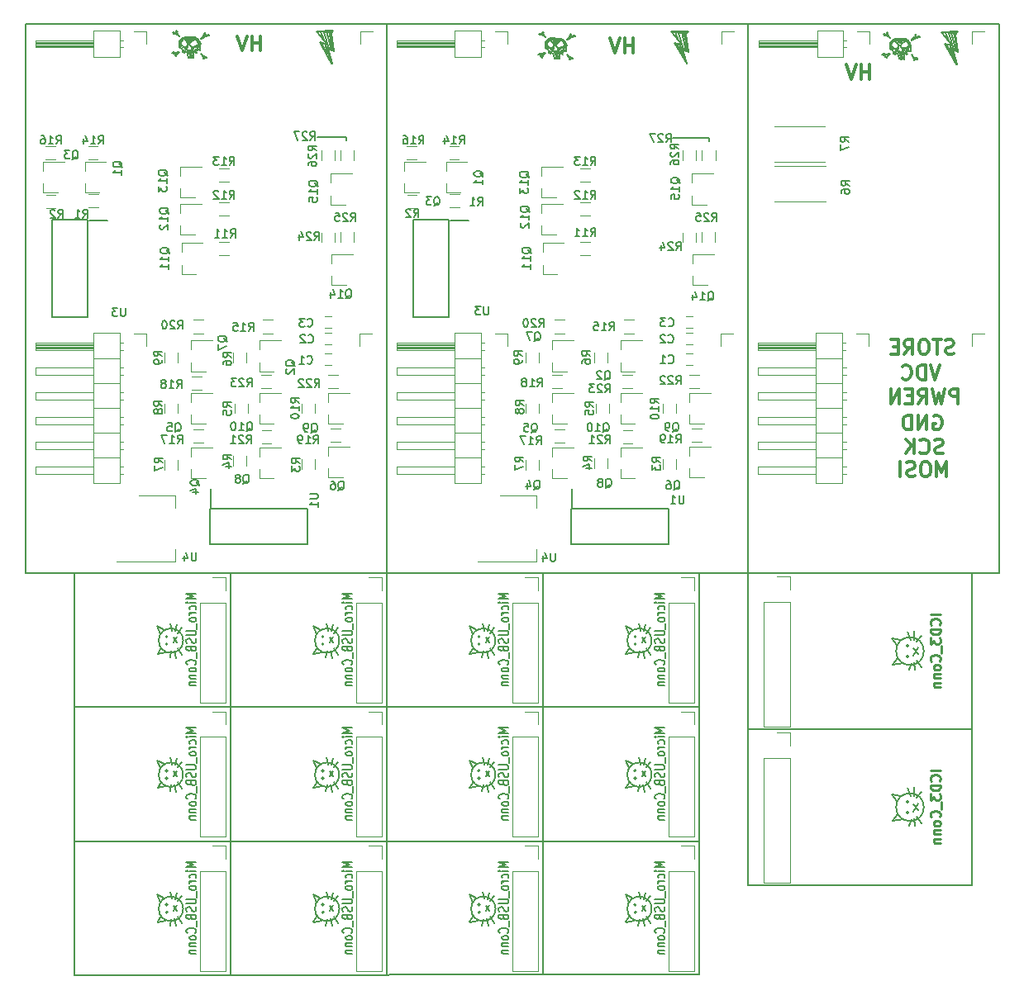
<source format=gbo>
%TF.GenerationSoftware,KiCad,Pcbnew,4.0.7*%
%TF.CreationDate,2017-11-17T20:12:35+08:00*%
%TF.ProjectId,nixie-tube-merged,6E697869652D747562652D6D65726765,rev?*%
%TF.FileFunction,Legend,Bot*%
%FSLAX46Y46*%
G04 Gerber Fmt 4.6, Leading zero omitted, Abs format (unit mm)*
G04 Created by KiCad (PCBNEW 4.0.7) date 11/17/17 20:12:35*
%MOMM*%
%LPD*%
G01*
G04 APERTURE LIST*
%ADD10C,0.100000*%
%ADD11C,0.200000*%
%ADD12C,0.120000*%
%ADD13C,0.300000*%
%ADD14C,0.150000*%
%ADD15C,0.153000*%
%ADD16C,0.250000*%
G04 APERTURE END LIST*
D10*
D11*
X69000000Y2550000D02*
X5000000Y2500000D01*
X5000000Y2500000D02*
X5000000Y43700000D01*
X21000000Y43700000D02*
X21000000Y2550000D01*
X53000000Y43700000D02*
X53000000Y2550000D01*
X5000000Y16250000D02*
X69050000Y16250000D01*
X5000000Y30000000D02*
X69050000Y30000000D01*
X69000000Y43700000D02*
X69000000Y2550000D01*
X97000000Y11750000D02*
X74000000Y11700000D01*
X74000000Y27700000D02*
X97000000Y27750000D01*
X97000000Y43700000D02*
X97000000Y11750000D01*
X0Y43700000D02*
X99750000Y43700000D01*
X99750000Y100000000D02*
X99750000Y43700000D01*
X74000000Y11700000D02*
X74000000Y100000000D01*
X37000000Y100000000D02*
X37000000Y2550000D01*
X99750000Y100000000D02*
X0Y100000000D01*
X0Y100000000D02*
X0Y43700000D01*
X17492370Y41614750D02*
X16492370Y41614750D01*
X16492370Y41614750D02*
X17206650Y41348080D01*
X17206650Y41348080D02*
X16492370Y41081430D01*
X16492370Y41081430D02*
X17492370Y41081430D01*
X17492370Y40700450D02*
X16825700Y40700450D01*
X16492370Y40700450D02*
X16540000Y40738550D01*
X16540000Y40738550D02*
X16587600Y40700450D01*
X16587600Y40700450D02*
X16540000Y40662380D01*
X16540000Y40662380D02*
X16492370Y40700450D01*
X16492370Y40700450D02*
X16587600Y40700450D01*
X17444750Y39976650D02*
X17492370Y40052850D01*
X17492370Y40052850D02*
X17492370Y40205230D01*
X17492370Y40205230D02*
X17444750Y40281430D01*
X17444750Y40281430D02*
X17397120Y40319500D01*
X17397120Y40319500D02*
X17301900Y40357600D01*
X17301900Y40357600D02*
X17016170Y40357600D01*
X17016170Y40357600D02*
X16920950Y40319500D01*
X16920950Y40319500D02*
X16873320Y40281430D01*
X16873320Y40281430D02*
X16825700Y40205230D01*
X16825700Y40205230D02*
X16825700Y40052850D01*
X16825700Y40052850D02*
X16873320Y39976650D01*
X17492370Y39633800D02*
X16825700Y39633800D01*
X17016170Y39633800D02*
X16920950Y39595700D01*
X16920950Y39595700D02*
X16873320Y39557600D01*
X16873320Y39557600D02*
X16825700Y39481430D01*
X16825700Y39481430D02*
X16825700Y39405230D01*
X17492370Y39024280D02*
X17444750Y39100460D01*
X17444750Y39100460D02*
X17397120Y39138560D01*
X17397120Y39138560D02*
X17301900Y39176660D01*
X17301900Y39176660D02*
X17016170Y39176660D01*
X17016170Y39176660D02*
X16920950Y39138560D01*
X16920950Y39138560D02*
X16873320Y39100460D01*
X16873320Y39100460D02*
X16825700Y39024280D01*
X16825700Y39024280D02*
X16825700Y38909980D01*
X16825700Y38909980D02*
X16873320Y38833810D01*
X16873320Y38833810D02*
X16920950Y38795710D01*
X16920950Y38795710D02*
X17016170Y38757610D01*
X17016170Y38757610D02*
X17301900Y38757610D01*
X17301900Y38757610D02*
X17397120Y38795710D01*
X17397120Y38795710D02*
X17444750Y38833810D01*
X17444750Y38833810D02*
X17492370Y38909980D01*
X17492370Y38909980D02*
X17492370Y39024280D01*
X17587600Y38605230D02*
X17587600Y37995710D01*
X16492370Y37805230D02*
X17301900Y37805230D01*
X17301900Y37805230D02*
X17397120Y37767130D01*
X17397120Y37767130D02*
X17444750Y37729030D01*
X17444750Y37729030D02*
X17492370Y37652830D01*
X17492370Y37652830D02*
X17492370Y37500460D01*
X17492370Y37500460D02*
X17444750Y37424280D01*
X17444750Y37424280D02*
X17397120Y37386180D01*
X17397120Y37386180D02*
X17301900Y37348080D01*
X17301900Y37348080D02*
X16492370Y37348080D01*
X17444750Y37005230D02*
X17492370Y36890930D01*
X17492370Y36890930D02*
X17492370Y36700460D01*
X17492370Y36700460D02*
X17444750Y36624290D01*
X17444750Y36624290D02*
X17397120Y36586190D01*
X17397120Y36586190D02*
X17301900Y36548090D01*
X17301900Y36548090D02*
X17206650Y36548090D01*
X17206650Y36548090D02*
X17111420Y36586190D01*
X17111420Y36586190D02*
X17063800Y36624290D01*
X17063800Y36624290D02*
X17016170Y36700460D01*
X17016170Y36700460D02*
X16968550Y36852830D01*
X16968550Y36852830D02*
X16920950Y36929030D01*
X16920950Y36929030D02*
X16873320Y36967130D01*
X16873320Y36967130D02*
X16778070Y37005230D01*
X16778070Y37005230D02*
X16682850Y37005230D01*
X16682850Y37005230D02*
X16587600Y36967130D01*
X16587600Y36967130D02*
X16540000Y36929030D01*
X16540000Y36929030D02*
X16492370Y36852830D01*
X16492370Y36852830D02*
X16492370Y36662360D01*
X16492370Y36662360D02*
X16540000Y36548090D01*
X16968550Y35938560D02*
X17016170Y35824260D01*
X17016170Y35824260D02*
X17063800Y35786190D01*
X17063800Y35786190D02*
X17159050Y35748090D01*
X17159050Y35748090D02*
X17301900Y35748090D01*
X17301900Y35748090D02*
X17397120Y35786190D01*
X17397120Y35786190D02*
X17444750Y35824260D01*
X17444750Y35824260D02*
X17492370Y35900460D01*
X17492370Y35900460D02*
X17492370Y36205240D01*
X17492370Y36205240D02*
X16492370Y36205240D01*
X16492370Y36205240D02*
X16492370Y35938560D01*
X16492370Y35938560D02*
X16540000Y35862360D01*
X16540000Y35862360D02*
X16587600Y35824260D01*
X16587600Y35824260D02*
X16682850Y35786190D01*
X16682850Y35786190D02*
X16778070Y35786190D01*
X16778070Y35786190D02*
X16873320Y35824260D01*
X16873320Y35824260D02*
X16920950Y35862360D01*
X16920950Y35862360D02*
X16968550Y35938560D01*
X16968550Y35938560D02*
X16968550Y36205240D01*
X17587600Y35595710D02*
X17587600Y34986190D01*
X17397120Y34338560D02*
X17444750Y34376660D01*
X17444750Y34376660D02*
X17492370Y34490940D01*
X17492370Y34490940D02*
X17492370Y34567140D01*
X17492370Y34567140D02*
X17444750Y34681410D01*
X17444750Y34681410D02*
X17349520Y34757610D01*
X17349520Y34757610D02*
X17254270Y34795710D01*
X17254270Y34795710D02*
X17063800Y34833790D01*
X17063800Y34833790D02*
X16920950Y34833790D01*
X16920950Y34833790D02*
X16730470Y34795710D01*
X16730470Y34795710D02*
X16635220Y34757610D01*
X16635220Y34757610D02*
X16540000Y34681410D01*
X16540000Y34681410D02*
X16492370Y34567140D01*
X16492370Y34567140D02*
X16492370Y34490940D01*
X16492370Y34490940D02*
X16540000Y34376660D01*
X16540000Y34376660D02*
X16587600Y34338560D01*
X17492370Y33881420D02*
X17444750Y33957620D01*
X17444750Y33957620D02*
X17397120Y33995690D01*
X17397120Y33995690D02*
X17301900Y34033790D01*
X17301900Y34033790D02*
X17016170Y34033790D01*
X17016170Y34033790D02*
X16920950Y33995690D01*
X16920950Y33995690D02*
X16873320Y33957620D01*
X16873320Y33957620D02*
X16825700Y33881420D01*
X16825700Y33881420D02*
X16825700Y33767140D01*
X16825700Y33767140D02*
X16873320Y33690940D01*
X16873320Y33690940D02*
X16920950Y33652840D01*
X16920950Y33652840D02*
X17016170Y33614740D01*
X17016170Y33614740D02*
X17301900Y33614740D01*
X17301900Y33614740D02*
X17397120Y33652840D01*
X17397120Y33652840D02*
X17444750Y33690940D01*
X17444750Y33690940D02*
X17492370Y33767140D01*
X17492370Y33767140D02*
X17492370Y33881420D01*
X16825700Y33271890D02*
X17492370Y33271890D01*
X16920950Y33271890D02*
X16873320Y33233790D01*
X16873320Y33233790D02*
X16825700Y33157620D01*
X16825700Y33157620D02*
X16825700Y33043320D01*
X16825700Y33043320D02*
X16873320Y32967140D01*
X16873320Y32967140D02*
X16968550Y32929040D01*
X16968550Y32929040D02*
X17492370Y32929040D01*
X16825700Y32548090D02*
X17492370Y32548090D01*
X16920950Y32548090D02*
X16873320Y32509990D01*
X16873320Y32509990D02*
X16825700Y32433790D01*
X16825700Y32433790D02*
X16825700Y32319520D01*
X16825700Y32319520D02*
X16873320Y32243320D01*
X16873320Y32243320D02*
X16968550Y32205220D01*
X16968550Y32205220D02*
X17492370Y32205220D01*
X15589990Y36029980D02*
X16029990Y35369980D01*
X15279980Y35809990D02*
X15470000Y35049990D01*
X14900000Y35790000D02*
X14800000Y35090000D01*
X15609980Y37589990D02*
X16049980Y38109980D01*
X15379980Y37819990D02*
X15489990Y38500000D01*
X15049980Y37830000D02*
X14839980Y38569980D01*
X15540000Y36609990D02*
X15149980Y37139980D01*
X15149980Y36619990D02*
X15519980Y37169980D01*
X14566290Y37219990D02*
G75*
G03X14566290Y37219990I-106300J0D01*
G01*
X14566290Y37219990D02*
G75*
G03X14566290Y37219990I-106300J0D01*
G01*
X14577700Y36449990D02*
G75*
G03X14577700Y36449990I-107700J0D01*
G01*
X14577700Y36449990D02*
G75*
G03X14577700Y36449990I-107700J0D01*
G01*
X13549990Y35429980D02*
X14329990Y35599980D01*
X13919990Y36069980D02*
X13530000Y35459970D01*
X13469980Y38269980D02*
X14289990Y37899980D01*
X13849990Y37469980D02*
X13469980Y38269980D01*
X16159960Y36810020D02*
G75*
G03X16159960Y36810020I-1249980J0D01*
G01*
X16159960Y36810020D02*
G75*
G03X16159960Y36810020I-1249980J0D01*
G01*
D12*
X20529980Y30459980D02*
X17869990Y30459980D01*
X20529980Y40679980D02*
X20529980Y30459980D01*
X17869990Y40679980D02*
X17869990Y30459980D01*
X20529980Y40679980D02*
X17869990Y40679980D01*
X20529980Y41949980D02*
X20529980Y43280000D01*
X20529980Y43280000D02*
X19199990Y43280000D01*
D11*
X17492370Y27864740D02*
X16492370Y27864740D01*
X16492370Y27864740D02*
X17206650Y27598090D01*
X17206650Y27598090D02*
X16492370Y27331420D01*
X16492370Y27331420D02*
X17492370Y27331420D01*
X17492370Y26950470D02*
X16825700Y26950470D01*
X16492370Y26950470D02*
X16540000Y26988570D01*
X16540000Y26988570D02*
X16587600Y26950470D01*
X16587600Y26950470D02*
X16540000Y26912370D01*
X16540000Y26912370D02*
X16492370Y26950470D01*
X16492370Y26950470D02*
X16587600Y26950470D01*
X17444750Y26226640D02*
X17492370Y26302840D01*
X17492370Y26302840D02*
X17492370Y26455220D01*
X17492370Y26455220D02*
X17444750Y26531420D01*
X17444750Y26531420D02*
X17397120Y26569520D01*
X17397120Y26569520D02*
X17301900Y26607620D01*
X17301900Y26607620D02*
X17016170Y26607620D01*
X17016170Y26607620D02*
X16920950Y26569520D01*
X16920950Y26569520D02*
X16873320Y26531420D01*
X16873320Y26531420D02*
X16825700Y26455220D01*
X16825700Y26455220D02*
X16825700Y26302840D01*
X16825700Y26302840D02*
X16873320Y26226640D01*
X17492370Y25883790D02*
X16825700Y25883790D01*
X17016170Y25883790D02*
X16920950Y25845690D01*
X16920950Y25845690D02*
X16873320Y25807620D01*
X16873320Y25807620D02*
X16825700Y25731420D01*
X16825700Y25731420D02*
X16825700Y25655220D01*
X17492370Y25274270D02*
X17444750Y25350470D01*
X17444750Y25350470D02*
X17397120Y25388570D01*
X17397120Y25388570D02*
X17301900Y25426640D01*
X17301900Y25426640D02*
X17016170Y25426640D01*
X17016170Y25426640D02*
X16920950Y25388570D01*
X16920950Y25388570D02*
X16873320Y25350470D01*
X16873320Y25350470D02*
X16825700Y25274270D01*
X16825700Y25274270D02*
X16825700Y25160000D01*
X16825700Y25160000D02*
X16873320Y25083800D01*
X16873320Y25083800D02*
X16920950Y25045700D01*
X16920950Y25045700D02*
X17016170Y25007600D01*
X17016170Y25007600D02*
X17301900Y25007600D01*
X17301900Y25007600D02*
X17397120Y25045700D01*
X17397120Y25045700D02*
X17444750Y25083800D01*
X17444750Y25083800D02*
X17492370Y25160000D01*
X17492370Y25160000D02*
X17492370Y25274270D01*
X17587600Y24855220D02*
X17587600Y24245700D01*
X16492370Y24055220D02*
X17301900Y24055220D01*
X17301900Y24055220D02*
X17397120Y24017120D01*
X17397120Y24017120D02*
X17444750Y23979050D01*
X17444750Y23979050D02*
X17492370Y23902850D01*
X17492370Y23902850D02*
X17492370Y23750470D01*
X17492370Y23750470D02*
X17444750Y23674270D01*
X17444750Y23674270D02*
X17397120Y23636170D01*
X17397120Y23636170D02*
X17301900Y23598070D01*
X17301900Y23598070D02*
X16492370Y23598070D01*
X17444750Y23255220D02*
X17492370Y23140950D01*
X17492370Y23140950D02*
X17492370Y22950470D01*
X17492370Y22950470D02*
X17444750Y22874270D01*
X17444750Y22874270D02*
X17397120Y22836170D01*
X17397120Y22836170D02*
X17301900Y22798070D01*
X17301900Y22798070D02*
X17206650Y22798070D01*
X17206650Y22798070D02*
X17111420Y22836170D01*
X17111420Y22836170D02*
X17063800Y22874270D01*
X17063800Y22874270D02*
X17016170Y22950470D01*
X17016170Y22950470D02*
X16968550Y23102850D01*
X16968550Y23102850D02*
X16920950Y23179020D01*
X16920950Y23179020D02*
X16873320Y23217120D01*
X16873320Y23217120D02*
X16778070Y23255220D01*
X16778070Y23255220D02*
X16682850Y23255220D01*
X16682850Y23255220D02*
X16587600Y23217120D01*
X16587600Y23217120D02*
X16540000Y23179020D01*
X16540000Y23179020D02*
X16492370Y23102850D01*
X16492370Y23102850D02*
X16492370Y22912370D01*
X16492370Y22912370D02*
X16540000Y22798070D01*
X16968550Y22188550D02*
X17016170Y22074280D01*
X17016170Y22074280D02*
X17063800Y22036180D01*
X17063800Y22036180D02*
X17159050Y21998080D01*
X17159050Y21998080D02*
X17301900Y21998080D01*
X17301900Y21998080D02*
X17397120Y22036180D01*
X17397120Y22036180D02*
X17444750Y22074280D01*
X17444750Y22074280D02*
X17492370Y22150480D01*
X17492370Y22150480D02*
X17492370Y22455230D01*
X17492370Y22455230D02*
X16492370Y22455230D01*
X16492370Y22455230D02*
X16492370Y22188550D01*
X16492370Y22188550D02*
X16540000Y22112380D01*
X16540000Y22112380D02*
X16587600Y22074280D01*
X16587600Y22074280D02*
X16682850Y22036180D01*
X16682850Y22036180D02*
X16778070Y22036180D01*
X16778070Y22036180D02*
X16873320Y22074280D01*
X16873320Y22074280D02*
X16920950Y22112380D01*
X16920950Y22112380D02*
X16968550Y22188550D01*
X16968550Y22188550D02*
X16968550Y22455230D01*
X17587600Y21845700D02*
X17587600Y21236180D01*
X17397120Y20588550D02*
X17444750Y20626650D01*
X17444750Y20626650D02*
X17492370Y20740930D01*
X17492370Y20740930D02*
X17492370Y20817130D01*
X17492370Y20817130D02*
X17444750Y20931400D01*
X17444750Y20931400D02*
X17349520Y21007600D01*
X17349520Y21007600D02*
X17254270Y21045700D01*
X17254270Y21045700D02*
X17063800Y21083800D01*
X17063800Y21083800D02*
X16920950Y21083800D01*
X16920950Y21083800D02*
X16730470Y21045700D01*
X16730470Y21045700D02*
X16635220Y21007600D01*
X16635220Y21007600D02*
X16540000Y20931400D01*
X16540000Y20931400D02*
X16492370Y20817130D01*
X16492370Y20817130D02*
X16492370Y20740930D01*
X16492370Y20740930D02*
X16540000Y20626650D01*
X16540000Y20626650D02*
X16587600Y20588550D01*
X17492370Y20131410D02*
X17444750Y20207610D01*
X17444750Y20207610D02*
X17397120Y20245710D01*
X17397120Y20245710D02*
X17301900Y20283810D01*
X17301900Y20283810D02*
X17016170Y20283810D01*
X17016170Y20283810D02*
X16920950Y20245710D01*
X16920950Y20245710D02*
X16873320Y20207610D01*
X16873320Y20207610D02*
X16825700Y20131410D01*
X16825700Y20131410D02*
X16825700Y20017130D01*
X16825700Y20017130D02*
X16873320Y19940930D01*
X16873320Y19940930D02*
X16920950Y19902860D01*
X16920950Y19902860D02*
X17016170Y19864760D01*
X17016170Y19864760D02*
X17301900Y19864760D01*
X17301900Y19864760D02*
X17397120Y19902860D01*
X17397120Y19902860D02*
X17444750Y19940930D01*
X17444750Y19940930D02*
X17492370Y20017130D01*
X17492370Y20017130D02*
X17492370Y20131410D01*
X16825700Y19521880D02*
X17492370Y19521880D01*
X16920950Y19521880D02*
X16873320Y19483810D01*
X16873320Y19483810D02*
X16825700Y19407610D01*
X16825700Y19407610D02*
X16825700Y19293330D01*
X16825700Y19293330D02*
X16873320Y19217130D01*
X16873320Y19217130D02*
X16968550Y19179030D01*
X16968550Y19179030D02*
X17492370Y19179030D01*
X16825700Y18798080D02*
X17492370Y18798080D01*
X16920950Y18798080D02*
X16873320Y18759980D01*
X16873320Y18759980D02*
X16825700Y18683810D01*
X16825700Y18683810D02*
X16825700Y18569510D01*
X16825700Y18569510D02*
X16873320Y18493310D01*
X16873320Y18493310D02*
X16968550Y18455230D01*
X16968550Y18455230D02*
X17492370Y18455230D01*
X15589990Y22279990D02*
X16029990Y21620000D01*
X15279980Y22059980D02*
X15470000Y21299980D01*
X14900000Y22039990D02*
X14800000Y21339990D01*
X15609980Y23839980D02*
X16049980Y24360000D01*
X15379980Y24069980D02*
X15489990Y24749990D01*
X15049980Y24079990D02*
X14839980Y24819990D01*
X15540000Y22860000D02*
X15149980Y23390000D01*
X15149980Y22869980D02*
X15519980Y23419990D01*
X14566290Y23469980D02*
G75*
G03X14566290Y23469980I-106300J0D01*
G01*
X14566290Y23469980D02*
G75*
G03X14566290Y23469980I-106300J0D01*
G01*
X14577700Y22700000D02*
G75*
G03X14577700Y22700000I-107700J0D01*
G01*
X14577700Y22700000D02*
G75*
G03X14577700Y22700000I-107700J0D01*
G01*
X13549990Y21679990D02*
X14329990Y21849990D01*
X13919990Y22320000D02*
X13530000Y21709990D01*
X13469980Y24519990D02*
X14289990Y24149990D01*
X13849990Y23719990D02*
X13469980Y24519990D01*
X16159960Y23060000D02*
G75*
G03X16159960Y23060000I-1249980J0D01*
G01*
X16159960Y23060000D02*
G75*
G03X16159960Y23060000I-1249980J0D01*
G01*
D12*
X20529980Y16710000D02*
X17869990Y16710000D01*
X20529980Y26929990D02*
X20529980Y16710000D01*
X17869990Y26929990D02*
X17869990Y16710000D01*
X20529980Y26929990D02*
X17869990Y26929990D01*
X20529980Y28199990D02*
X20529980Y29529990D01*
X20529980Y29529990D02*
X19199990Y29529990D01*
D11*
X17492370Y14114750D02*
X16492370Y14114750D01*
X16492370Y14114750D02*
X17206650Y13848080D01*
X17206650Y13848080D02*
X16492370Y13581410D01*
X16492370Y13581410D02*
X17492370Y13581410D01*
X17492370Y13200460D02*
X16825700Y13200460D01*
X16492370Y13200460D02*
X16540000Y13238560D01*
X16540000Y13238560D02*
X16587600Y13200460D01*
X16587600Y13200460D02*
X16540000Y13162380D01*
X16540000Y13162380D02*
X16492370Y13200460D01*
X16492370Y13200460D02*
X16587600Y13200460D01*
X17444750Y12476660D02*
X17492370Y12552860D01*
X17492370Y12552860D02*
X17492370Y12705230D01*
X17492370Y12705230D02*
X17444750Y12781410D01*
X17444750Y12781410D02*
X17397120Y12819510D01*
X17397120Y12819510D02*
X17301900Y12857610D01*
X17301900Y12857610D02*
X17016170Y12857610D01*
X17016170Y12857610D02*
X16920950Y12819510D01*
X16920950Y12819510D02*
X16873320Y12781410D01*
X16873320Y12781410D02*
X16825700Y12705230D01*
X16825700Y12705230D02*
X16825700Y12552860D01*
X16825700Y12552860D02*
X16873320Y12476660D01*
X17492370Y12133810D02*
X16825700Y12133810D01*
X17016170Y12133810D02*
X16920950Y12095710D01*
X16920950Y12095710D02*
X16873320Y12057610D01*
X16873320Y12057610D02*
X16825700Y11981410D01*
X16825700Y11981410D02*
X16825700Y11905230D01*
X17492370Y11524280D02*
X17444750Y11600460D01*
X17444750Y11600460D02*
X17397120Y11638560D01*
X17397120Y11638560D02*
X17301900Y11676660D01*
X17301900Y11676660D02*
X17016170Y11676660D01*
X17016170Y11676660D02*
X16920950Y11638560D01*
X16920950Y11638560D02*
X16873320Y11600460D01*
X16873320Y11600460D02*
X16825700Y11524280D01*
X16825700Y11524280D02*
X16825700Y11409980D01*
X16825700Y11409980D02*
X16873320Y11333810D01*
X16873320Y11333810D02*
X16920950Y11295710D01*
X16920950Y11295710D02*
X17016170Y11257610D01*
X17016170Y11257610D02*
X17301900Y11257610D01*
X17301900Y11257610D02*
X17397120Y11295710D01*
X17397120Y11295710D02*
X17444750Y11333810D01*
X17444750Y11333810D02*
X17492370Y11409980D01*
X17492370Y11409980D02*
X17492370Y11524280D01*
X17587600Y11105240D02*
X17587600Y10495710D01*
X16492370Y10305240D02*
X17301900Y10305240D01*
X17301900Y10305240D02*
X17397120Y10267140D01*
X17397120Y10267140D02*
X17444750Y10229040D01*
X17444750Y10229040D02*
X17492370Y10152840D01*
X17492370Y10152840D02*
X17492370Y10000460D01*
X17492370Y10000460D02*
X17444750Y9924260D01*
X17444750Y9924260D02*
X17397120Y9886190D01*
X17397120Y9886190D02*
X17301900Y9848090D01*
X17301900Y9848090D02*
X16492370Y9848090D01*
X17444750Y9505240D02*
X17492370Y9390940D01*
X17492370Y9390940D02*
X17492370Y9200460D01*
X17492370Y9200460D02*
X17444750Y9124260D01*
X17444750Y9124260D02*
X17397120Y9086190D01*
X17397120Y9086190D02*
X17301900Y9048090D01*
X17301900Y9048090D02*
X17206650Y9048090D01*
X17206650Y9048090D02*
X17111420Y9086190D01*
X17111420Y9086190D02*
X17063800Y9124260D01*
X17063800Y9124260D02*
X17016170Y9200460D01*
X17016170Y9200460D02*
X16968550Y9352840D01*
X16968550Y9352840D02*
X16920950Y9429040D01*
X16920950Y9429040D02*
X16873320Y9467140D01*
X16873320Y9467140D02*
X16778070Y9505240D01*
X16778070Y9505240D02*
X16682850Y9505240D01*
X16682850Y9505240D02*
X16587600Y9467140D01*
X16587600Y9467140D02*
X16540000Y9429040D01*
X16540000Y9429040D02*
X16492370Y9352840D01*
X16492370Y9352840D02*
X16492370Y9162360D01*
X16492370Y9162360D02*
X16540000Y9048090D01*
X16968550Y8438570D02*
X17016170Y8324270D01*
X17016170Y8324270D02*
X17063800Y8286170D01*
X17063800Y8286170D02*
X17159050Y8248090D01*
X17159050Y8248090D02*
X17301900Y8248090D01*
X17301900Y8248090D02*
X17397120Y8286170D01*
X17397120Y8286170D02*
X17444750Y8324270D01*
X17444750Y8324270D02*
X17492370Y8400470D01*
X17492370Y8400470D02*
X17492370Y8705220D01*
X17492370Y8705220D02*
X16492370Y8705220D01*
X16492370Y8705220D02*
X16492370Y8438570D01*
X16492370Y8438570D02*
X16540000Y8362370D01*
X16540000Y8362370D02*
X16587600Y8324270D01*
X16587600Y8324270D02*
X16682850Y8286170D01*
X16682850Y8286170D02*
X16778070Y8286170D01*
X16778070Y8286170D02*
X16873320Y8324270D01*
X16873320Y8324270D02*
X16920950Y8362370D01*
X16920950Y8362370D02*
X16968550Y8438570D01*
X16968550Y8438570D02*
X16968550Y8705220D01*
X17587600Y8095690D02*
X17587600Y7486170D01*
X17397120Y6838570D02*
X17444750Y6876640D01*
X17444750Y6876640D02*
X17492370Y6990940D01*
X17492370Y6990940D02*
X17492370Y7067120D01*
X17492370Y7067120D02*
X17444750Y7181420D01*
X17444750Y7181420D02*
X17349520Y7257620D01*
X17349520Y7257620D02*
X17254270Y7295690D01*
X17254270Y7295690D02*
X17063800Y7333790D01*
X17063800Y7333790D02*
X16920950Y7333790D01*
X16920950Y7333790D02*
X16730470Y7295690D01*
X16730470Y7295690D02*
X16635220Y7257620D01*
X16635220Y7257620D02*
X16540000Y7181420D01*
X16540000Y7181420D02*
X16492370Y7067120D01*
X16492370Y7067120D02*
X16492370Y6990940D01*
X16492370Y6990940D02*
X16540000Y6876640D01*
X16540000Y6876640D02*
X16587600Y6838570D01*
X17492370Y6381420D02*
X17444750Y6457590D01*
X17444750Y6457590D02*
X17397120Y6495690D01*
X17397120Y6495690D02*
X17301900Y6533790D01*
X17301900Y6533790D02*
X17016170Y6533790D01*
X17016170Y6533790D02*
X16920950Y6495690D01*
X16920950Y6495690D02*
X16873320Y6457590D01*
X16873320Y6457590D02*
X16825700Y6381420D01*
X16825700Y6381420D02*
X16825700Y6267120D01*
X16825700Y6267120D02*
X16873320Y6190950D01*
X16873320Y6190950D02*
X16920950Y6152850D01*
X16920950Y6152850D02*
X17016170Y6114750D01*
X17016170Y6114750D02*
X17301900Y6114750D01*
X17301900Y6114750D02*
X17397120Y6152850D01*
X17397120Y6152850D02*
X17444750Y6190950D01*
X17444750Y6190950D02*
X17492370Y6267120D01*
X17492370Y6267120D02*
X17492370Y6381420D01*
X16825700Y5771900D02*
X17492370Y5771900D01*
X16920950Y5771900D02*
X16873320Y5733800D01*
X16873320Y5733800D02*
X16825700Y5657600D01*
X16825700Y5657600D02*
X16825700Y5543320D01*
X16825700Y5543320D02*
X16873320Y5467120D01*
X16873320Y5467120D02*
X16968550Y5429050D01*
X16968550Y5429050D02*
X17492370Y5429050D01*
X16825700Y5048070D02*
X17492370Y5048070D01*
X16920950Y5048070D02*
X16873320Y5010000D01*
X16873320Y5010000D02*
X16825700Y4933800D01*
X16825700Y4933800D02*
X16825700Y4819500D01*
X16825700Y4819500D02*
X16873320Y4743320D01*
X16873320Y4743320D02*
X16968550Y4705220D01*
X16968550Y4705220D02*
X17492370Y4705220D01*
X15589990Y8529980D02*
X16029990Y7869990D01*
X15279980Y8309990D02*
X15470000Y7550000D01*
X14900000Y8289980D02*
X14800000Y7589980D01*
X15609980Y10090000D02*
X16049980Y10609990D01*
X15379980Y10319990D02*
X15489990Y10999980D01*
X15049980Y10329980D02*
X14839980Y11069980D01*
X15540000Y9109990D02*
X15149980Y9639990D01*
X15149980Y9120000D02*
X15519980Y9669980D01*
X14566290Y9719990D02*
G75*
G03X14566290Y9719990I-106300J0D01*
G01*
X14566290Y9719990D02*
G75*
G03X14566290Y9719990I-106300J0D01*
G01*
X14577700Y8949990D02*
G75*
G03X14577700Y8949990I-107700J0D01*
G01*
X14577700Y8949990D02*
G75*
G03X14577700Y8949990I-107700J0D01*
G01*
X13549990Y7929980D02*
X14329990Y8099980D01*
X13919990Y8569990D02*
X13530000Y7959980D01*
X13469980Y10769980D02*
X14289990Y10399980D01*
X13849990Y9969980D02*
X13469980Y10769980D01*
X16159960Y9310020D02*
G75*
G03X16159960Y9310020I-1249980J0D01*
G01*
X16159960Y9310020D02*
G75*
G03X16159960Y9310020I-1249980J0D01*
G01*
D12*
X20529980Y2959990D02*
X17869990Y2959990D01*
X20529980Y13179980D02*
X20529980Y2959990D01*
X17869990Y13179980D02*
X17869990Y2959990D01*
X20529980Y13179980D02*
X17869990Y13179980D01*
X20529980Y14449980D02*
X20529980Y15779980D01*
X20529980Y15779980D02*
X19199990Y15779980D01*
D11*
X33492360Y41614750D02*
X32492370Y41614750D01*
X32492370Y41614750D02*
X33206660Y41348080D01*
X33206660Y41348080D02*
X32492370Y41081430D01*
X32492370Y41081430D02*
X33492360Y41081430D01*
X33492360Y40700450D02*
X32825690Y40700450D01*
X32492370Y40700450D02*
X32539990Y40738550D01*
X32539990Y40738550D02*
X32587620Y40700450D01*
X32587620Y40700450D02*
X32539990Y40662380D01*
X32539990Y40662380D02*
X32492370Y40700450D01*
X32492370Y40700450D02*
X32587620Y40700450D01*
X33444740Y39976650D02*
X33492360Y40052850D01*
X33492360Y40052850D02*
X33492360Y40205230D01*
X33492360Y40205230D02*
X33444740Y40281430D01*
X33444740Y40281430D02*
X33397140Y40319500D01*
X33397140Y40319500D02*
X33301890Y40357600D01*
X33301890Y40357600D02*
X33016190Y40357600D01*
X33016190Y40357600D02*
X32920940Y40319500D01*
X32920940Y40319500D02*
X32873320Y40281430D01*
X32873320Y40281430D02*
X32825690Y40205230D01*
X32825690Y40205230D02*
X32825690Y40052850D01*
X32825690Y40052850D02*
X32873320Y39976650D01*
X33492360Y39633800D02*
X32825690Y39633800D01*
X33016190Y39633800D02*
X32920940Y39595700D01*
X32920940Y39595700D02*
X32873320Y39557600D01*
X32873320Y39557600D02*
X32825690Y39481430D01*
X32825690Y39481430D02*
X32825690Y39405230D01*
X33492360Y39024280D02*
X33444740Y39100460D01*
X33444740Y39100460D02*
X33397140Y39138560D01*
X33397140Y39138560D02*
X33301890Y39176660D01*
X33301890Y39176660D02*
X33016190Y39176660D01*
X33016190Y39176660D02*
X32920940Y39138560D01*
X32920940Y39138560D02*
X32873320Y39100460D01*
X32873320Y39100460D02*
X32825690Y39024280D01*
X32825690Y39024280D02*
X32825690Y38909980D01*
X32825690Y38909980D02*
X32873320Y38833810D01*
X32873320Y38833810D02*
X32920940Y38795710D01*
X32920940Y38795710D02*
X33016190Y38757610D01*
X33016190Y38757610D02*
X33301890Y38757610D01*
X33301890Y38757610D02*
X33397140Y38795710D01*
X33397140Y38795710D02*
X33444740Y38833810D01*
X33444740Y38833810D02*
X33492360Y38909980D01*
X33492360Y38909980D02*
X33492360Y39024280D01*
X33587610Y38605230D02*
X33587610Y37995710D01*
X32492370Y37805230D02*
X33301890Y37805230D01*
X33301890Y37805230D02*
X33397140Y37767130D01*
X33397140Y37767130D02*
X33444740Y37729030D01*
X33444740Y37729030D02*
X33492360Y37652830D01*
X33492360Y37652830D02*
X33492360Y37500460D01*
X33492360Y37500460D02*
X33444740Y37424280D01*
X33444740Y37424280D02*
X33397140Y37386180D01*
X33397140Y37386180D02*
X33301890Y37348080D01*
X33301890Y37348080D02*
X32492370Y37348080D01*
X33444740Y37005230D02*
X33492360Y36890930D01*
X33492360Y36890930D02*
X33492360Y36700460D01*
X33492360Y36700460D02*
X33444740Y36624290D01*
X33444740Y36624290D02*
X33397140Y36586190D01*
X33397140Y36586190D02*
X33301890Y36548090D01*
X33301890Y36548090D02*
X33206660Y36548090D01*
X33206660Y36548090D02*
X33111410Y36586190D01*
X33111410Y36586190D02*
X33063790Y36624290D01*
X33063790Y36624290D02*
X33016190Y36700460D01*
X33016190Y36700460D02*
X32968570Y36852830D01*
X32968570Y36852830D02*
X32920940Y36929030D01*
X32920940Y36929030D02*
X32873320Y36967130D01*
X32873320Y36967130D02*
X32778090Y37005230D01*
X32778090Y37005230D02*
X32682840Y37005230D01*
X32682840Y37005230D02*
X32587620Y36967130D01*
X32587620Y36967130D02*
X32539990Y36929030D01*
X32539990Y36929030D02*
X32492370Y36852830D01*
X32492370Y36852830D02*
X32492370Y36662360D01*
X32492370Y36662360D02*
X32539990Y36548090D01*
X32968570Y35938560D02*
X33016190Y35824260D01*
X33016190Y35824260D02*
X33063790Y35786190D01*
X33063790Y35786190D02*
X33159040Y35748090D01*
X33159040Y35748090D02*
X33301890Y35748090D01*
X33301890Y35748090D02*
X33397140Y35786190D01*
X33397140Y35786190D02*
X33444740Y35824260D01*
X33444740Y35824260D02*
X33492360Y35900460D01*
X33492360Y35900460D02*
X33492360Y36205240D01*
X33492360Y36205240D02*
X32492370Y36205240D01*
X32492370Y36205240D02*
X32492370Y35938560D01*
X32492370Y35938560D02*
X32539990Y35862360D01*
X32539990Y35862360D02*
X32587620Y35824260D01*
X32587620Y35824260D02*
X32682840Y35786190D01*
X32682840Y35786190D02*
X32778090Y35786190D01*
X32778090Y35786190D02*
X32873320Y35824260D01*
X32873320Y35824260D02*
X32920940Y35862360D01*
X32920940Y35862360D02*
X32968570Y35938560D01*
X32968570Y35938560D02*
X32968570Y36205240D01*
X33587610Y35595710D02*
X33587610Y34986190D01*
X33397140Y34338560D02*
X33444740Y34376660D01*
X33444740Y34376660D02*
X33492360Y34490940D01*
X33492360Y34490940D02*
X33492360Y34567140D01*
X33492360Y34567140D02*
X33444740Y34681410D01*
X33444740Y34681410D02*
X33349510Y34757610D01*
X33349510Y34757610D02*
X33254260Y34795710D01*
X33254260Y34795710D02*
X33063790Y34833790D01*
X33063790Y34833790D02*
X32920940Y34833790D01*
X32920940Y34833790D02*
X32730470Y34795710D01*
X32730470Y34795710D02*
X32635220Y34757610D01*
X32635220Y34757610D02*
X32539990Y34681410D01*
X32539990Y34681410D02*
X32492370Y34567140D01*
X32492370Y34567140D02*
X32492370Y34490940D01*
X32492370Y34490940D02*
X32539990Y34376660D01*
X32539990Y34376660D02*
X32587620Y34338560D01*
X33492360Y33881420D02*
X33444740Y33957620D01*
X33444740Y33957620D02*
X33397140Y33995690D01*
X33397140Y33995690D02*
X33301890Y34033790D01*
X33301890Y34033790D02*
X33016190Y34033790D01*
X33016190Y34033790D02*
X32920940Y33995690D01*
X32920940Y33995690D02*
X32873320Y33957620D01*
X32873320Y33957620D02*
X32825690Y33881420D01*
X32825690Y33881420D02*
X32825690Y33767140D01*
X32825690Y33767140D02*
X32873320Y33690940D01*
X32873320Y33690940D02*
X32920940Y33652840D01*
X32920940Y33652840D02*
X33016190Y33614740D01*
X33016190Y33614740D02*
X33301890Y33614740D01*
X33301890Y33614740D02*
X33397140Y33652840D01*
X33397140Y33652840D02*
X33444740Y33690940D01*
X33444740Y33690940D02*
X33492360Y33767140D01*
X33492360Y33767140D02*
X33492360Y33881420D01*
X32825690Y33271890D02*
X33492360Y33271890D01*
X32920940Y33271890D02*
X32873320Y33233790D01*
X32873320Y33233790D02*
X32825690Y33157620D01*
X32825690Y33157620D02*
X32825690Y33043320D01*
X32825690Y33043320D02*
X32873320Y32967140D01*
X32873320Y32967140D02*
X32968570Y32929040D01*
X32968570Y32929040D02*
X33492360Y32929040D01*
X32825690Y32548090D02*
X33492360Y32548090D01*
X32920940Y32548090D02*
X32873320Y32509990D01*
X32873320Y32509990D02*
X32825690Y32433790D01*
X32825690Y32433790D02*
X32825690Y32319520D01*
X32825690Y32319520D02*
X32873320Y32243320D01*
X32873320Y32243320D02*
X32968570Y32205220D01*
X32968570Y32205220D02*
X33492360Y32205220D01*
X31589980Y36029980D02*
X32029980Y35369980D01*
X31280000Y35809990D02*
X31469990Y35049990D01*
X30899990Y35790000D02*
X30799990Y35090000D01*
X31610000Y37589990D02*
X32049970Y38109980D01*
X31380000Y37819990D02*
X31489980Y38500000D01*
X31049980Y37830000D02*
X30839990Y38569980D01*
X31539990Y36609990D02*
X31149980Y37139980D01*
X31149980Y36619990D02*
X31519980Y37169980D01*
X30566280Y37219990D02*
G75*
G03X30566280Y37219990I-106300J0D01*
G01*
X30566280Y37219990D02*
G75*
G03X30566280Y37219990I-106300J0D01*
G01*
X30577690Y36449990D02*
G75*
G03X30577690Y36449990I-107700J0D01*
G01*
X30577690Y36449990D02*
G75*
G03X30577690Y36449990I-107700J0D01*
G01*
X29549980Y35429980D02*
X30329990Y35599980D01*
X29919980Y36069980D02*
X29529990Y35459970D01*
X29469990Y38269980D02*
X30289980Y37899980D01*
X29849980Y37469980D02*
X29469990Y38269980D01*
X32159980Y36810020D02*
G75*
G03X32159980Y36810020I-1249980J0D01*
G01*
X32159980Y36810020D02*
G75*
G03X32159980Y36810020I-1249980J0D01*
G01*
D12*
X36529980Y30459980D02*
X33869990Y30459980D01*
X36529980Y40679980D02*
X36529980Y30459980D01*
X33869990Y40679980D02*
X33869990Y30459980D01*
X36529980Y40679980D02*
X33869990Y40679980D01*
X36529980Y41949980D02*
X36529980Y43280000D01*
X36529980Y43280000D02*
X35199980Y43280000D01*
D11*
X33492360Y27864740D02*
X32492370Y27864740D01*
X32492370Y27864740D02*
X33206660Y27598090D01*
X33206660Y27598090D02*
X32492370Y27331420D01*
X32492370Y27331420D02*
X33492360Y27331420D01*
X33492360Y26950470D02*
X32825690Y26950470D01*
X32492370Y26950470D02*
X32539990Y26988570D01*
X32539990Y26988570D02*
X32587620Y26950470D01*
X32587620Y26950470D02*
X32539990Y26912370D01*
X32539990Y26912370D02*
X32492370Y26950470D01*
X32492370Y26950470D02*
X32587620Y26950470D01*
X33444740Y26226640D02*
X33492360Y26302840D01*
X33492360Y26302840D02*
X33492360Y26455220D01*
X33492360Y26455220D02*
X33444740Y26531420D01*
X33444740Y26531420D02*
X33397140Y26569520D01*
X33397140Y26569520D02*
X33301890Y26607620D01*
X33301890Y26607620D02*
X33016190Y26607620D01*
X33016190Y26607620D02*
X32920940Y26569520D01*
X32920940Y26569520D02*
X32873320Y26531420D01*
X32873320Y26531420D02*
X32825690Y26455220D01*
X32825690Y26455220D02*
X32825690Y26302840D01*
X32825690Y26302840D02*
X32873320Y26226640D01*
X33492360Y25883790D02*
X32825690Y25883790D01*
X33016190Y25883790D02*
X32920940Y25845690D01*
X32920940Y25845690D02*
X32873320Y25807620D01*
X32873320Y25807620D02*
X32825690Y25731420D01*
X32825690Y25731420D02*
X32825690Y25655220D01*
X33492360Y25274270D02*
X33444740Y25350470D01*
X33444740Y25350470D02*
X33397140Y25388570D01*
X33397140Y25388570D02*
X33301890Y25426640D01*
X33301890Y25426640D02*
X33016190Y25426640D01*
X33016190Y25426640D02*
X32920940Y25388570D01*
X32920940Y25388570D02*
X32873320Y25350470D01*
X32873320Y25350470D02*
X32825690Y25274270D01*
X32825690Y25274270D02*
X32825690Y25160000D01*
X32825690Y25160000D02*
X32873320Y25083800D01*
X32873320Y25083800D02*
X32920940Y25045700D01*
X32920940Y25045700D02*
X33016190Y25007600D01*
X33016190Y25007600D02*
X33301890Y25007600D01*
X33301890Y25007600D02*
X33397140Y25045700D01*
X33397140Y25045700D02*
X33444740Y25083800D01*
X33444740Y25083800D02*
X33492360Y25160000D01*
X33492360Y25160000D02*
X33492360Y25274270D01*
X33587610Y24855220D02*
X33587610Y24245700D01*
X32492370Y24055220D02*
X33301890Y24055220D01*
X33301890Y24055220D02*
X33397140Y24017120D01*
X33397140Y24017120D02*
X33444740Y23979050D01*
X33444740Y23979050D02*
X33492360Y23902850D01*
X33492360Y23902850D02*
X33492360Y23750470D01*
X33492360Y23750470D02*
X33444740Y23674270D01*
X33444740Y23674270D02*
X33397140Y23636170D01*
X33397140Y23636170D02*
X33301890Y23598070D01*
X33301890Y23598070D02*
X32492370Y23598070D01*
X33444740Y23255220D02*
X33492360Y23140950D01*
X33492360Y23140950D02*
X33492360Y22950470D01*
X33492360Y22950470D02*
X33444740Y22874270D01*
X33444740Y22874270D02*
X33397140Y22836170D01*
X33397140Y22836170D02*
X33301890Y22798070D01*
X33301890Y22798070D02*
X33206660Y22798070D01*
X33206660Y22798070D02*
X33111410Y22836170D01*
X33111410Y22836170D02*
X33063790Y22874270D01*
X33063790Y22874270D02*
X33016190Y22950470D01*
X33016190Y22950470D02*
X32968570Y23102850D01*
X32968570Y23102850D02*
X32920940Y23179020D01*
X32920940Y23179020D02*
X32873320Y23217120D01*
X32873320Y23217120D02*
X32778090Y23255220D01*
X32778090Y23255220D02*
X32682840Y23255220D01*
X32682840Y23255220D02*
X32587620Y23217120D01*
X32587620Y23217120D02*
X32539990Y23179020D01*
X32539990Y23179020D02*
X32492370Y23102850D01*
X32492370Y23102850D02*
X32492370Y22912370D01*
X32492370Y22912370D02*
X32539990Y22798070D01*
X32968570Y22188550D02*
X33016190Y22074280D01*
X33016190Y22074280D02*
X33063790Y22036180D01*
X33063790Y22036180D02*
X33159040Y21998080D01*
X33159040Y21998080D02*
X33301890Y21998080D01*
X33301890Y21998080D02*
X33397140Y22036180D01*
X33397140Y22036180D02*
X33444740Y22074280D01*
X33444740Y22074280D02*
X33492360Y22150480D01*
X33492360Y22150480D02*
X33492360Y22455230D01*
X33492360Y22455230D02*
X32492370Y22455230D01*
X32492370Y22455230D02*
X32492370Y22188550D01*
X32492370Y22188550D02*
X32539990Y22112380D01*
X32539990Y22112380D02*
X32587620Y22074280D01*
X32587620Y22074280D02*
X32682840Y22036180D01*
X32682840Y22036180D02*
X32778090Y22036180D01*
X32778090Y22036180D02*
X32873320Y22074280D01*
X32873320Y22074280D02*
X32920940Y22112380D01*
X32920940Y22112380D02*
X32968570Y22188550D01*
X32968570Y22188550D02*
X32968570Y22455230D01*
X33587610Y21845700D02*
X33587610Y21236180D01*
X33397140Y20588550D02*
X33444740Y20626650D01*
X33444740Y20626650D02*
X33492360Y20740930D01*
X33492360Y20740930D02*
X33492360Y20817130D01*
X33492360Y20817130D02*
X33444740Y20931400D01*
X33444740Y20931400D02*
X33349510Y21007600D01*
X33349510Y21007600D02*
X33254260Y21045700D01*
X33254260Y21045700D02*
X33063790Y21083800D01*
X33063790Y21083800D02*
X32920940Y21083800D01*
X32920940Y21083800D02*
X32730470Y21045700D01*
X32730470Y21045700D02*
X32635220Y21007600D01*
X32635220Y21007600D02*
X32539990Y20931400D01*
X32539990Y20931400D02*
X32492370Y20817130D01*
X32492370Y20817130D02*
X32492370Y20740930D01*
X32492370Y20740930D02*
X32539990Y20626650D01*
X32539990Y20626650D02*
X32587620Y20588550D01*
X33492360Y20131410D02*
X33444740Y20207610D01*
X33444740Y20207610D02*
X33397140Y20245710D01*
X33397140Y20245710D02*
X33301890Y20283810D01*
X33301890Y20283810D02*
X33016190Y20283810D01*
X33016190Y20283810D02*
X32920940Y20245710D01*
X32920940Y20245710D02*
X32873320Y20207610D01*
X32873320Y20207610D02*
X32825690Y20131410D01*
X32825690Y20131410D02*
X32825690Y20017130D01*
X32825690Y20017130D02*
X32873320Y19940930D01*
X32873320Y19940930D02*
X32920940Y19902860D01*
X32920940Y19902860D02*
X33016190Y19864760D01*
X33016190Y19864760D02*
X33301890Y19864760D01*
X33301890Y19864760D02*
X33397140Y19902860D01*
X33397140Y19902860D02*
X33444740Y19940930D01*
X33444740Y19940930D02*
X33492360Y20017130D01*
X33492360Y20017130D02*
X33492360Y20131410D01*
X32825690Y19521880D02*
X33492360Y19521880D01*
X32920940Y19521880D02*
X32873320Y19483810D01*
X32873320Y19483810D02*
X32825690Y19407610D01*
X32825690Y19407610D02*
X32825690Y19293330D01*
X32825690Y19293330D02*
X32873320Y19217130D01*
X32873320Y19217130D02*
X32968570Y19179030D01*
X32968570Y19179030D02*
X33492360Y19179030D01*
X32825690Y18798080D02*
X33492360Y18798080D01*
X32920940Y18798080D02*
X32873320Y18759980D01*
X32873320Y18759980D02*
X32825690Y18683810D01*
X32825690Y18683810D02*
X32825690Y18569510D01*
X32825690Y18569510D02*
X32873320Y18493310D01*
X32873320Y18493310D02*
X32968570Y18455230D01*
X32968570Y18455230D02*
X33492360Y18455230D01*
X31589980Y22279990D02*
X32029980Y21620000D01*
X31280000Y22059980D02*
X31469990Y21299980D01*
X30899990Y22039990D02*
X30799990Y21339990D01*
X31610000Y23839980D02*
X32049970Y24360000D01*
X31380000Y24069980D02*
X31489980Y24749990D01*
X31049980Y24079990D02*
X30839990Y24819990D01*
X31539990Y22860000D02*
X31149980Y23390000D01*
X31149980Y22869980D02*
X31519980Y23419990D01*
X30566280Y23469980D02*
G75*
G03X30566280Y23469980I-106300J0D01*
G01*
X30566280Y23469980D02*
G75*
G03X30566280Y23469980I-106300J0D01*
G01*
X30577690Y22700000D02*
G75*
G03X30577690Y22700000I-107700J0D01*
G01*
X30577690Y22700000D02*
G75*
G03X30577690Y22700000I-107700J0D01*
G01*
X29549980Y21679990D02*
X30329990Y21849990D01*
X29919980Y22320000D02*
X29529990Y21709990D01*
X29469990Y24519990D02*
X30289980Y24149990D01*
X29849980Y23719990D02*
X29469990Y24519990D01*
X32159980Y23060000D02*
G75*
G03X32159980Y23060000I-1249980J0D01*
G01*
X32159980Y23060000D02*
G75*
G03X32159980Y23060000I-1249980J0D01*
G01*
D12*
X36529980Y16710000D02*
X33869990Y16710000D01*
X36529980Y26929990D02*
X36529980Y16710000D01*
X33869990Y26929990D02*
X33869990Y16710000D01*
X36529980Y26929990D02*
X33869990Y26929990D01*
X36529980Y28199990D02*
X36529980Y29529990D01*
X36529980Y29529990D02*
X35199980Y29529990D01*
D11*
X33492360Y14114750D02*
X32492370Y14114750D01*
X32492370Y14114750D02*
X33206660Y13848080D01*
X33206660Y13848080D02*
X32492370Y13581410D01*
X32492370Y13581410D02*
X33492360Y13581410D01*
X33492360Y13200460D02*
X32825690Y13200460D01*
X32492370Y13200460D02*
X32539990Y13238560D01*
X32539990Y13238560D02*
X32587620Y13200460D01*
X32587620Y13200460D02*
X32539990Y13162380D01*
X32539990Y13162380D02*
X32492370Y13200460D01*
X32492370Y13200460D02*
X32587620Y13200460D01*
X33444740Y12476660D02*
X33492360Y12552860D01*
X33492360Y12552860D02*
X33492360Y12705230D01*
X33492360Y12705230D02*
X33444740Y12781410D01*
X33444740Y12781410D02*
X33397140Y12819510D01*
X33397140Y12819510D02*
X33301890Y12857610D01*
X33301890Y12857610D02*
X33016190Y12857610D01*
X33016190Y12857610D02*
X32920940Y12819510D01*
X32920940Y12819510D02*
X32873320Y12781410D01*
X32873320Y12781410D02*
X32825690Y12705230D01*
X32825690Y12705230D02*
X32825690Y12552860D01*
X32825690Y12552860D02*
X32873320Y12476660D01*
X33492360Y12133810D02*
X32825690Y12133810D01*
X33016190Y12133810D02*
X32920940Y12095710D01*
X32920940Y12095710D02*
X32873320Y12057610D01*
X32873320Y12057610D02*
X32825690Y11981410D01*
X32825690Y11981410D02*
X32825690Y11905230D01*
X33492360Y11524280D02*
X33444740Y11600460D01*
X33444740Y11600460D02*
X33397140Y11638560D01*
X33397140Y11638560D02*
X33301890Y11676660D01*
X33301890Y11676660D02*
X33016190Y11676660D01*
X33016190Y11676660D02*
X32920940Y11638560D01*
X32920940Y11638560D02*
X32873320Y11600460D01*
X32873320Y11600460D02*
X32825690Y11524280D01*
X32825690Y11524280D02*
X32825690Y11409980D01*
X32825690Y11409980D02*
X32873320Y11333810D01*
X32873320Y11333810D02*
X32920940Y11295710D01*
X32920940Y11295710D02*
X33016190Y11257610D01*
X33016190Y11257610D02*
X33301890Y11257610D01*
X33301890Y11257610D02*
X33397140Y11295710D01*
X33397140Y11295710D02*
X33444740Y11333810D01*
X33444740Y11333810D02*
X33492360Y11409980D01*
X33492360Y11409980D02*
X33492360Y11524280D01*
X33587610Y11105240D02*
X33587610Y10495710D01*
X32492370Y10305240D02*
X33301890Y10305240D01*
X33301890Y10305240D02*
X33397140Y10267140D01*
X33397140Y10267140D02*
X33444740Y10229040D01*
X33444740Y10229040D02*
X33492360Y10152840D01*
X33492360Y10152840D02*
X33492360Y10000460D01*
X33492360Y10000460D02*
X33444740Y9924260D01*
X33444740Y9924260D02*
X33397140Y9886190D01*
X33397140Y9886190D02*
X33301890Y9848090D01*
X33301890Y9848090D02*
X32492370Y9848090D01*
X33444740Y9505240D02*
X33492360Y9390940D01*
X33492360Y9390940D02*
X33492360Y9200460D01*
X33492360Y9200460D02*
X33444740Y9124260D01*
X33444740Y9124260D02*
X33397140Y9086190D01*
X33397140Y9086190D02*
X33301890Y9048090D01*
X33301890Y9048090D02*
X33206660Y9048090D01*
X33206660Y9048090D02*
X33111410Y9086190D01*
X33111410Y9086190D02*
X33063790Y9124260D01*
X33063790Y9124260D02*
X33016190Y9200460D01*
X33016190Y9200460D02*
X32968570Y9352840D01*
X32968570Y9352840D02*
X32920940Y9429040D01*
X32920940Y9429040D02*
X32873320Y9467140D01*
X32873320Y9467140D02*
X32778090Y9505240D01*
X32778090Y9505240D02*
X32682840Y9505240D01*
X32682840Y9505240D02*
X32587620Y9467140D01*
X32587620Y9467140D02*
X32539990Y9429040D01*
X32539990Y9429040D02*
X32492370Y9352840D01*
X32492370Y9352840D02*
X32492370Y9162360D01*
X32492370Y9162360D02*
X32539990Y9048090D01*
X32968570Y8438570D02*
X33016190Y8324270D01*
X33016190Y8324270D02*
X33063790Y8286170D01*
X33063790Y8286170D02*
X33159040Y8248090D01*
X33159040Y8248090D02*
X33301890Y8248090D01*
X33301890Y8248090D02*
X33397140Y8286170D01*
X33397140Y8286170D02*
X33444740Y8324270D01*
X33444740Y8324270D02*
X33492360Y8400470D01*
X33492360Y8400470D02*
X33492360Y8705220D01*
X33492360Y8705220D02*
X32492370Y8705220D01*
X32492370Y8705220D02*
X32492370Y8438570D01*
X32492370Y8438570D02*
X32539990Y8362370D01*
X32539990Y8362370D02*
X32587620Y8324270D01*
X32587620Y8324270D02*
X32682840Y8286170D01*
X32682840Y8286170D02*
X32778090Y8286170D01*
X32778090Y8286170D02*
X32873320Y8324270D01*
X32873320Y8324270D02*
X32920940Y8362370D01*
X32920940Y8362370D02*
X32968570Y8438570D01*
X32968570Y8438570D02*
X32968570Y8705220D01*
X33587610Y8095690D02*
X33587610Y7486170D01*
X33397140Y6838570D02*
X33444740Y6876640D01*
X33444740Y6876640D02*
X33492360Y6990940D01*
X33492360Y6990940D02*
X33492360Y7067120D01*
X33492360Y7067120D02*
X33444740Y7181420D01*
X33444740Y7181420D02*
X33349510Y7257620D01*
X33349510Y7257620D02*
X33254260Y7295690D01*
X33254260Y7295690D02*
X33063790Y7333790D01*
X33063790Y7333790D02*
X32920940Y7333790D01*
X32920940Y7333790D02*
X32730470Y7295690D01*
X32730470Y7295690D02*
X32635220Y7257620D01*
X32635220Y7257620D02*
X32539990Y7181420D01*
X32539990Y7181420D02*
X32492370Y7067120D01*
X32492370Y7067120D02*
X32492370Y6990940D01*
X32492370Y6990940D02*
X32539990Y6876640D01*
X32539990Y6876640D02*
X32587620Y6838570D01*
X33492360Y6381420D02*
X33444740Y6457590D01*
X33444740Y6457590D02*
X33397140Y6495690D01*
X33397140Y6495690D02*
X33301890Y6533790D01*
X33301890Y6533790D02*
X33016190Y6533790D01*
X33016190Y6533790D02*
X32920940Y6495690D01*
X32920940Y6495690D02*
X32873320Y6457590D01*
X32873320Y6457590D02*
X32825690Y6381420D01*
X32825690Y6381420D02*
X32825690Y6267120D01*
X32825690Y6267120D02*
X32873320Y6190950D01*
X32873320Y6190950D02*
X32920940Y6152850D01*
X32920940Y6152850D02*
X33016190Y6114750D01*
X33016190Y6114750D02*
X33301890Y6114750D01*
X33301890Y6114750D02*
X33397140Y6152850D01*
X33397140Y6152850D02*
X33444740Y6190950D01*
X33444740Y6190950D02*
X33492360Y6267120D01*
X33492360Y6267120D02*
X33492360Y6381420D01*
X32825690Y5771900D02*
X33492360Y5771900D01*
X32920940Y5771900D02*
X32873320Y5733800D01*
X32873320Y5733800D02*
X32825690Y5657600D01*
X32825690Y5657600D02*
X32825690Y5543320D01*
X32825690Y5543320D02*
X32873320Y5467120D01*
X32873320Y5467120D02*
X32968570Y5429050D01*
X32968570Y5429050D02*
X33492360Y5429050D01*
X32825690Y5048070D02*
X33492360Y5048070D01*
X32920940Y5048070D02*
X32873320Y5010000D01*
X32873320Y5010000D02*
X32825690Y4933800D01*
X32825690Y4933800D02*
X32825690Y4819500D01*
X32825690Y4819500D02*
X32873320Y4743320D01*
X32873320Y4743320D02*
X32968570Y4705220D01*
X32968570Y4705220D02*
X33492360Y4705220D01*
X31589980Y8529980D02*
X32029980Y7869990D01*
X31280000Y8309990D02*
X31469990Y7550000D01*
X30899990Y8289980D02*
X30799990Y7589980D01*
X31610000Y10090000D02*
X32049970Y10609990D01*
X31380000Y10319990D02*
X31489980Y10999980D01*
X31049980Y10329980D02*
X30839990Y11069980D01*
X31539990Y9109990D02*
X31149980Y9639990D01*
X31149980Y9120000D02*
X31519980Y9669980D01*
X30566280Y9719990D02*
G75*
G03X30566280Y9719990I-106300J0D01*
G01*
X30566280Y9719990D02*
G75*
G03X30566280Y9719990I-106300J0D01*
G01*
X30577690Y8949990D02*
G75*
G03X30577690Y8949990I-107700J0D01*
G01*
X30577690Y8949990D02*
G75*
G03X30577690Y8949990I-107700J0D01*
G01*
X29549980Y7929980D02*
X30329990Y8099980D01*
X29919980Y8569990D02*
X29529990Y7959980D01*
X29469990Y10769980D02*
X30289980Y10399980D01*
X29849980Y9969980D02*
X29469990Y10769980D01*
X32159980Y9310020D02*
G75*
G03X32159980Y9310020I-1249980J0D01*
G01*
X32159980Y9310020D02*
G75*
G03X32159980Y9310020I-1249980J0D01*
G01*
D12*
X36529980Y2959990D02*
X33869990Y2959990D01*
X36529980Y13179980D02*
X36529980Y2959990D01*
X33869990Y13179980D02*
X33869990Y2959990D01*
X36529980Y13179980D02*
X33869990Y13179980D01*
X36529980Y14449980D02*
X36529980Y15779980D01*
X36529980Y15779980D02*
X35199980Y15779980D01*
D11*
X49492360Y41614750D02*
X48492360Y41614750D01*
X48492360Y41614750D02*
X49206660Y41348080D01*
X49206660Y41348080D02*
X48492360Y41081430D01*
X48492360Y41081430D02*
X49492360Y41081430D01*
X49492360Y40700450D02*
X48825710Y40700450D01*
X48492360Y40700450D02*
X48539980Y40738550D01*
X48539980Y40738550D02*
X48587610Y40700450D01*
X48587610Y40700450D02*
X48539980Y40662380D01*
X48539980Y40662380D02*
X48492360Y40700450D01*
X48492360Y40700450D02*
X48587610Y40700450D01*
X49444760Y39976650D02*
X49492360Y40052850D01*
X49492360Y40052850D02*
X49492360Y40205230D01*
X49492360Y40205230D02*
X49444760Y40281430D01*
X49444760Y40281430D02*
X49397130Y40319500D01*
X49397130Y40319500D02*
X49301880Y40357600D01*
X49301880Y40357600D02*
X49016180Y40357600D01*
X49016180Y40357600D02*
X48920930Y40319500D01*
X48920930Y40319500D02*
X48873310Y40281430D01*
X48873310Y40281430D02*
X48825710Y40205230D01*
X48825710Y40205230D02*
X48825710Y40052850D01*
X48825710Y40052850D02*
X48873310Y39976650D01*
X49492360Y39633800D02*
X48825710Y39633800D01*
X49016180Y39633800D02*
X48920930Y39595700D01*
X48920930Y39595700D02*
X48873310Y39557600D01*
X48873310Y39557600D02*
X48825710Y39481430D01*
X48825710Y39481430D02*
X48825710Y39405230D01*
X49492360Y39024280D02*
X49444760Y39100460D01*
X49444760Y39100460D02*
X49397130Y39138560D01*
X49397130Y39138560D02*
X49301880Y39176660D01*
X49301880Y39176660D02*
X49016180Y39176660D01*
X49016180Y39176660D02*
X48920930Y39138560D01*
X48920930Y39138560D02*
X48873310Y39100460D01*
X48873310Y39100460D02*
X48825710Y39024280D01*
X48825710Y39024280D02*
X48825710Y38909980D01*
X48825710Y38909980D02*
X48873310Y38833810D01*
X48873310Y38833810D02*
X48920930Y38795710D01*
X48920930Y38795710D02*
X49016180Y38757610D01*
X49016180Y38757610D02*
X49301880Y38757610D01*
X49301880Y38757610D02*
X49397130Y38795710D01*
X49397130Y38795710D02*
X49444760Y38833810D01*
X49444760Y38833810D02*
X49492360Y38909980D01*
X49492360Y38909980D02*
X49492360Y39024280D01*
X49587610Y38605230D02*
X49587610Y37995710D01*
X48492360Y37805230D02*
X49301880Y37805230D01*
X49301880Y37805230D02*
X49397130Y37767130D01*
X49397130Y37767130D02*
X49444760Y37729030D01*
X49444760Y37729030D02*
X49492360Y37652830D01*
X49492360Y37652830D02*
X49492360Y37500460D01*
X49492360Y37500460D02*
X49444760Y37424280D01*
X49444760Y37424280D02*
X49397130Y37386180D01*
X49397130Y37386180D02*
X49301880Y37348080D01*
X49301880Y37348080D02*
X48492360Y37348080D01*
X49444760Y37005230D02*
X49492360Y36890930D01*
X49492360Y36890930D02*
X49492360Y36700460D01*
X49492360Y36700460D02*
X49444760Y36624290D01*
X49444760Y36624290D02*
X49397130Y36586190D01*
X49397130Y36586190D02*
X49301880Y36548090D01*
X49301880Y36548090D02*
X49206660Y36548090D01*
X49206660Y36548090D02*
X49111410Y36586190D01*
X49111410Y36586190D02*
X49063810Y36624290D01*
X49063810Y36624290D02*
X49016180Y36700460D01*
X49016180Y36700460D02*
X48968560Y36852830D01*
X48968560Y36852830D02*
X48920930Y36929030D01*
X48920930Y36929030D02*
X48873310Y36967130D01*
X48873310Y36967130D02*
X48778080Y37005230D01*
X48778080Y37005230D02*
X48682830Y37005230D01*
X48682830Y37005230D02*
X48587610Y36967130D01*
X48587610Y36967130D02*
X48539980Y36929030D01*
X48539980Y36929030D02*
X48492360Y36852830D01*
X48492360Y36852830D02*
X48492360Y36662360D01*
X48492360Y36662360D02*
X48539980Y36548090D01*
X48968560Y35938560D02*
X49016180Y35824260D01*
X49016180Y35824260D02*
X49063810Y35786190D01*
X49063810Y35786190D02*
X49159030Y35748090D01*
X49159030Y35748090D02*
X49301880Y35748090D01*
X49301880Y35748090D02*
X49397130Y35786190D01*
X49397130Y35786190D02*
X49444760Y35824260D01*
X49444760Y35824260D02*
X49492360Y35900460D01*
X49492360Y35900460D02*
X49492360Y36205240D01*
X49492360Y36205240D02*
X48492360Y36205240D01*
X48492360Y36205240D02*
X48492360Y35938560D01*
X48492360Y35938560D02*
X48539980Y35862360D01*
X48539980Y35862360D02*
X48587610Y35824260D01*
X48587610Y35824260D02*
X48682830Y35786190D01*
X48682830Y35786190D02*
X48778080Y35786190D01*
X48778080Y35786190D02*
X48873310Y35824260D01*
X48873310Y35824260D02*
X48920930Y35862360D01*
X48920930Y35862360D02*
X48968560Y35938560D01*
X48968560Y35938560D02*
X48968560Y36205240D01*
X49587610Y35595710D02*
X49587610Y34986190D01*
X49397130Y34338560D02*
X49444760Y34376660D01*
X49444760Y34376660D02*
X49492360Y34490940D01*
X49492360Y34490940D02*
X49492360Y34567140D01*
X49492360Y34567140D02*
X49444760Y34681410D01*
X49444760Y34681410D02*
X49349510Y34757610D01*
X49349510Y34757610D02*
X49254280Y34795710D01*
X49254280Y34795710D02*
X49063810Y34833790D01*
X49063810Y34833790D02*
X48920930Y34833790D01*
X48920930Y34833790D02*
X48730460Y34795710D01*
X48730460Y34795710D02*
X48635230Y34757610D01*
X48635230Y34757610D02*
X48539980Y34681410D01*
X48539980Y34681410D02*
X48492360Y34567140D01*
X48492360Y34567140D02*
X48492360Y34490940D01*
X48492360Y34490940D02*
X48539980Y34376660D01*
X48539980Y34376660D02*
X48587610Y34338560D01*
X49492360Y33881420D02*
X49444760Y33957620D01*
X49444760Y33957620D02*
X49397130Y33995690D01*
X49397130Y33995690D02*
X49301880Y34033790D01*
X49301880Y34033790D02*
X49016180Y34033790D01*
X49016180Y34033790D02*
X48920930Y33995690D01*
X48920930Y33995690D02*
X48873310Y33957620D01*
X48873310Y33957620D02*
X48825710Y33881420D01*
X48825710Y33881420D02*
X48825710Y33767140D01*
X48825710Y33767140D02*
X48873310Y33690940D01*
X48873310Y33690940D02*
X48920930Y33652840D01*
X48920930Y33652840D02*
X49016180Y33614740D01*
X49016180Y33614740D02*
X49301880Y33614740D01*
X49301880Y33614740D02*
X49397130Y33652840D01*
X49397130Y33652840D02*
X49444760Y33690940D01*
X49444760Y33690940D02*
X49492360Y33767140D01*
X49492360Y33767140D02*
X49492360Y33881420D01*
X48825710Y33271890D02*
X49492360Y33271890D01*
X48920930Y33271890D02*
X48873310Y33233790D01*
X48873310Y33233790D02*
X48825710Y33157620D01*
X48825710Y33157620D02*
X48825710Y33043320D01*
X48825710Y33043320D02*
X48873310Y32967140D01*
X48873310Y32967140D02*
X48968560Y32929040D01*
X48968560Y32929040D02*
X49492360Y32929040D01*
X48825710Y32548090D02*
X49492360Y32548090D01*
X48920930Y32548090D02*
X48873310Y32509990D01*
X48873310Y32509990D02*
X48825710Y32433790D01*
X48825710Y32433790D02*
X48825710Y32319520D01*
X48825710Y32319520D02*
X48873310Y32243320D01*
X48873310Y32243320D02*
X48968560Y32205220D01*
X48968560Y32205220D02*
X49492360Y32205220D01*
X47590000Y36029980D02*
X48029980Y35369980D01*
X47279990Y35809990D02*
X47469980Y35049990D01*
X46899980Y35790000D02*
X46799980Y35090000D01*
X47609990Y37589990D02*
X48049990Y38109980D01*
X47379990Y37819990D02*
X47490000Y38500000D01*
X47049990Y37830000D02*
X46839990Y38569980D01*
X47539990Y36609990D02*
X47149990Y37139980D01*
X47149990Y36619990D02*
X47520000Y37169980D01*
X46566280Y37219990D02*
G75*
G03X46566280Y37219990I-106300J0D01*
G01*
X46566280Y37219990D02*
G75*
G03X46566280Y37219990I-106300J0D01*
G01*
X46577690Y36449990D02*
G75*
G03X46577690Y36449990I-107700J0D01*
G01*
X46577690Y36449990D02*
G75*
G03X46577690Y36449990I-107700J0D01*
G01*
X45550000Y35429980D02*
X46329980Y35599980D01*
X45920000Y36069980D02*
X45529980Y35459970D01*
X45469990Y38269980D02*
X46289980Y37899980D01*
X45850000Y37469980D02*
X45469990Y38269980D01*
X48159970Y36810020D02*
G75*
G03X48159970Y36810020I-1249980J0D01*
G01*
X48159970Y36810020D02*
G75*
G03X48159970Y36810020I-1249980J0D01*
G01*
D12*
X52529990Y30459980D02*
X49869980Y30459980D01*
X52529990Y40679980D02*
X52529990Y30459980D01*
X49869980Y40679980D02*
X49869980Y30459980D01*
X52529990Y40679980D02*
X49869980Y40679980D01*
X52529990Y41949980D02*
X52529990Y43280000D01*
X52529990Y43280000D02*
X51200000Y43280000D01*
D11*
X49492360Y27864740D02*
X48492360Y27864740D01*
X48492360Y27864740D02*
X49206660Y27598090D01*
X49206660Y27598090D02*
X48492360Y27331420D01*
X48492360Y27331420D02*
X49492360Y27331420D01*
X49492360Y26950470D02*
X48825710Y26950470D01*
X48492360Y26950470D02*
X48539980Y26988570D01*
X48539980Y26988570D02*
X48587610Y26950470D01*
X48587610Y26950470D02*
X48539980Y26912370D01*
X48539980Y26912370D02*
X48492360Y26950470D01*
X48492360Y26950470D02*
X48587610Y26950470D01*
X49444760Y26226640D02*
X49492360Y26302840D01*
X49492360Y26302840D02*
X49492360Y26455220D01*
X49492360Y26455220D02*
X49444760Y26531420D01*
X49444760Y26531420D02*
X49397130Y26569520D01*
X49397130Y26569520D02*
X49301880Y26607620D01*
X49301880Y26607620D02*
X49016180Y26607620D01*
X49016180Y26607620D02*
X48920930Y26569520D01*
X48920930Y26569520D02*
X48873310Y26531420D01*
X48873310Y26531420D02*
X48825710Y26455220D01*
X48825710Y26455220D02*
X48825710Y26302840D01*
X48825710Y26302840D02*
X48873310Y26226640D01*
X49492360Y25883790D02*
X48825710Y25883790D01*
X49016180Y25883790D02*
X48920930Y25845690D01*
X48920930Y25845690D02*
X48873310Y25807620D01*
X48873310Y25807620D02*
X48825710Y25731420D01*
X48825710Y25731420D02*
X48825710Y25655220D01*
X49492360Y25274270D02*
X49444760Y25350470D01*
X49444760Y25350470D02*
X49397130Y25388570D01*
X49397130Y25388570D02*
X49301880Y25426640D01*
X49301880Y25426640D02*
X49016180Y25426640D01*
X49016180Y25426640D02*
X48920930Y25388570D01*
X48920930Y25388570D02*
X48873310Y25350470D01*
X48873310Y25350470D02*
X48825710Y25274270D01*
X48825710Y25274270D02*
X48825710Y25160000D01*
X48825710Y25160000D02*
X48873310Y25083800D01*
X48873310Y25083800D02*
X48920930Y25045700D01*
X48920930Y25045700D02*
X49016180Y25007600D01*
X49016180Y25007600D02*
X49301880Y25007600D01*
X49301880Y25007600D02*
X49397130Y25045700D01*
X49397130Y25045700D02*
X49444760Y25083800D01*
X49444760Y25083800D02*
X49492360Y25160000D01*
X49492360Y25160000D02*
X49492360Y25274270D01*
X49587610Y24855220D02*
X49587610Y24245700D01*
X48492360Y24055220D02*
X49301880Y24055220D01*
X49301880Y24055220D02*
X49397130Y24017120D01*
X49397130Y24017120D02*
X49444760Y23979050D01*
X49444760Y23979050D02*
X49492360Y23902850D01*
X49492360Y23902850D02*
X49492360Y23750470D01*
X49492360Y23750470D02*
X49444760Y23674270D01*
X49444760Y23674270D02*
X49397130Y23636170D01*
X49397130Y23636170D02*
X49301880Y23598070D01*
X49301880Y23598070D02*
X48492360Y23598070D01*
X49444760Y23255220D02*
X49492360Y23140950D01*
X49492360Y23140950D02*
X49492360Y22950470D01*
X49492360Y22950470D02*
X49444760Y22874270D01*
X49444760Y22874270D02*
X49397130Y22836170D01*
X49397130Y22836170D02*
X49301880Y22798070D01*
X49301880Y22798070D02*
X49206660Y22798070D01*
X49206660Y22798070D02*
X49111410Y22836170D01*
X49111410Y22836170D02*
X49063810Y22874270D01*
X49063810Y22874270D02*
X49016180Y22950470D01*
X49016180Y22950470D02*
X48968560Y23102850D01*
X48968560Y23102850D02*
X48920930Y23179020D01*
X48920930Y23179020D02*
X48873310Y23217120D01*
X48873310Y23217120D02*
X48778080Y23255220D01*
X48778080Y23255220D02*
X48682830Y23255220D01*
X48682830Y23255220D02*
X48587610Y23217120D01*
X48587610Y23217120D02*
X48539980Y23179020D01*
X48539980Y23179020D02*
X48492360Y23102850D01*
X48492360Y23102850D02*
X48492360Y22912370D01*
X48492360Y22912370D02*
X48539980Y22798070D01*
X48968560Y22188550D02*
X49016180Y22074280D01*
X49016180Y22074280D02*
X49063810Y22036180D01*
X49063810Y22036180D02*
X49159030Y21998080D01*
X49159030Y21998080D02*
X49301880Y21998080D01*
X49301880Y21998080D02*
X49397130Y22036180D01*
X49397130Y22036180D02*
X49444760Y22074280D01*
X49444760Y22074280D02*
X49492360Y22150480D01*
X49492360Y22150480D02*
X49492360Y22455230D01*
X49492360Y22455230D02*
X48492360Y22455230D01*
X48492360Y22455230D02*
X48492360Y22188550D01*
X48492360Y22188550D02*
X48539980Y22112380D01*
X48539980Y22112380D02*
X48587610Y22074280D01*
X48587610Y22074280D02*
X48682830Y22036180D01*
X48682830Y22036180D02*
X48778080Y22036180D01*
X48778080Y22036180D02*
X48873310Y22074280D01*
X48873310Y22074280D02*
X48920930Y22112380D01*
X48920930Y22112380D02*
X48968560Y22188550D01*
X48968560Y22188550D02*
X48968560Y22455230D01*
X49587610Y21845700D02*
X49587610Y21236180D01*
X49397130Y20588550D02*
X49444760Y20626650D01*
X49444760Y20626650D02*
X49492360Y20740930D01*
X49492360Y20740930D02*
X49492360Y20817130D01*
X49492360Y20817130D02*
X49444760Y20931400D01*
X49444760Y20931400D02*
X49349510Y21007600D01*
X49349510Y21007600D02*
X49254280Y21045700D01*
X49254280Y21045700D02*
X49063810Y21083800D01*
X49063810Y21083800D02*
X48920930Y21083800D01*
X48920930Y21083800D02*
X48730460Y21045700D01*
X48730460Y21045700D02*
X48635230Y21007600D01*
X48635230Y21007600D02*
X48539980Y20931400D01*
X48539980Y20931400D02*
X48492360Y20817130D01*
X48492360Y20817130D02*
X48492360Y20740930D01*
X48492360Y20740930D02*
X48539980Y20626650D01*
X48539980Y20626650D02*
X48587610Y20588550D01*
X49492360Y20131410D02*
X49444760Y20207610D01*
X49444760Y20207610D02*
X49397130Y20245710D01*
X49397130Y20245710D02*
X49301880Y20283810D01*
X49301880Y20283810D02*
X49016180Y20283810D01*
X49016180Y20283810D02*
X48920930Y20245710D01*
X48920930Y20245710D02*
X48873310Y20207610D01*
X48873310Y20207610D02*
X48825710Y20131410D01*
X48825710Y20131410D02*
X48825710Y20017130D01*
X48825710Y20017130D02*
X48873310Y19940930D01*
X48873310Y19940930D02*
X48920930Y19902860D01*
X48920930Y19902860D02*
X49016180Y19864760D01*
X49016180Y19864760D02*
X49301880Y19864760D01*
X49301880Y19864760D02*
X49397130Y19902860D01*
X49397130Y19902860D02*
X49444760Y19940930D01*
X49444760Y19940930D02*
X49492360Y20017130D01*
X49492360Y20017130D02*
X49492360Y20131410D01*
X48825710Y19521880D02*
X49492360Y19521880D01*
X48920930Y19521880D02*
X48873310Y19483810D01*
X48873310Y19483810D02*
X48825710Y19407610D01*
X48825710Y19407610D02*
X48825710Y19293330D01*
X48825710Y19293330D02*
X48873310Y19217130D01*
X48873310Y19217130D02*
X48968560Y19179030D01*
X48968560Y19179030D02*
X49492360Y19179030D01*
X48825710Y18798080D02*
X49492360Y18798080D01*
X48920930Y18798080D02*
X48873310Y18759980D01*
X48873310Y18759980D02*
X48825710Y18683810D01*
X48825710Y18683810D02*
X48825710Y18569510D01*
X48825710Y18569510D02*
X48873310Y18493310D01*
X48873310Y18493310D02*
X48968560Y18455230D01*
X48968560Y18455230D02*
X49492360Y18455230D01*
X47590000Y22279990D02*
X48029980Y21620000D01*
X47279990Y22059980D02*
X47469980Y21299980D01*
X46899980Y22039990D02*
X46799980Y21339990D01*
X47609990Y23839980D02*
X48049990Y24360000D01*
X47379990Y24069980D02*
X47490000Y24749990D01*
X47049990Y24079990D02*
X46839990Y24819990D01*
X47539990Y22860000D02*
X47149990Y23390000D01*
X47149990Y22869980D02*
X47520000Y23419990D01*
X46566280Y23469980D02*
G75*
G03X46566280Y23469980I-106300J0D01*
G01*
X46566280Y23469980D02*
G75*
G03X46566280Y23469980I-106300J0D01*
G01*
X46577690Y22700000D02*
G75*
G03X46577690Y22700000I-107700J0D01*
G01*
X46577690Y22700000D02*
G75*
G03X46577690Y22700000I-107700J0D01*
G01*
X45550000Y21679990D02*
X46329980Y21849990D01*
X45920000Y22320000D02*
X45529980Y21709990D01*
X45469990Y24519990D02*
X46289980Y24149990D01*
X45850000Y23719990D02*
X45469990Y24519990D01*
X48159970Y23060000D02*
G75*
G03X48159970Y23060000I-1249980J0D01*
G01*
X48159970Y23060000D02*
G75*
G03X48159970Y23060000I-1249980J0D01*
G01*
D12*
X52529990Y16710000D02*
X49869980Y16710000D01*
X52529990Y26929990D02*
X52529990Y16710000D01*
X49869980Y26929990D02*
X49869980Y16710000D01*
X52529990Y26929990D02*
X49869980Y26929990D01*
X52529990Y28199990D02*
X52529990Y29529990D01*
X52529990Y29529990D02*
X51200000Y29529990D01*
D11*
X49492360Y14114750D02*
X48492360Y14114750D01*
X48492360Y14114750D02*
X49206660Y13848080D01*
X49206660Y13848080D02*
X48492360Y13581410D01*
X48492360Y13581410D02*
X49492360Y13581410D01*
X49492360Y13200460D02*
X48825710Y13200460D01*
X48492360Y13200460D02*
X48539980Y13238560D01*
X48539980Y13238560D02*
X48587610Y13200460D01*
X48587610Y13200460D02*
X48539980Y13162380D01*
X48539980Y13162380D02*
X48492360Y13200460D01*
X48492360Y13200460D02*
X48587610Y13200460D01*
X49444760Y12476660D02*
X49492360Y12552860D01*
X49492360Y12552860D02*
X49492360Y12705230D01*
X49492360Y12705230D02*
X49444760Y12781410D01*
X49444760Y12781410D02*
X49397130Y12819510D01*
X49397130Y12819510D02*
X49301880Y12857610D01*
X49301880Y12857610D02*
X49016180Y12857610D01*
X49016180Y12857610D02*
X48920930Y12819510D01*
X48920930Y12819510D02*
X48873310Y12781410D01*
X48873310Y12781410D02*
X48825710Y12705230D01*
X48825710Y12705230D02*
X48825710Y12552860D01*
X48825710Y12552860D02*
X48873310Y12476660D01*
X49492360Y12133810D02*
X48825710Y12133810D01*
X49016180Y12133810D02*
X48920930Y12095710D01*
X48920930Y12095710D02*
X48873310Y12057610D01*
X48873310Y12057610D02*
X48825710Y11981410D01*
X48825710Y11981410D02*
X48825710Y11905230D01*
X49492360Y11524280D02*
X49444760Y11600460D01*
X49444760Y11600460D02*
X49397130Y11638560D01*
X49397130Y11638560D02*
X49301880Y11676660D01*
X49301880Y11676660D02*
X49016180Y11676660D01*
X49016180Y11676660D02*
X48920930Y11638560D01*
X48920930Y11638560D02*
X48873310Y11600460D01*
X48873310Y11600460D02*
X48825710Y11524280D01*
X48825710Y11524280D02*
X48825710Y11409980D01*
X48825710Y11409980D02*
X48873310Y11333810D01*
X48873310Y11333810D02*
X48920930Y11295710D01*
X48920930Y11295710D02*
X49016180Y11257610D01*
X49016180Y11257610D02*
X49301880Y11257610D01*
X49301880Y11257610D02*
X49397130Y11295710D01*
X49397130Y11295710D02*
X49444760Y11333810D01*
X49444760Y11333810D02*
X49492360Y11409980D01*
X49492360Y11409980D02*
X49492360Y11524280D01*
X49587610Y11105240D02*
X49587610Y10495710D01*
X48492360Y10305240D02*
X49301880Y10305240D01*
X49301880Y10305240D02*
X49397130Y10267140D01*
X49397130Y10267140D02*
X49444760Y10229040D01*
X49444760Y10229040D02*
X49492360Y10152840D01*
X49492360Y10152840D02*
X49492360Y10000460D01*
X49492360Y10000460D02*
X49444760Y9924260D01*
X49444760Y9924260D02*
X49397130Y9886190D01*
X49397130Y9886190D02*
X49301880Y9848090D01*
X49301880Y9848090D02*
X48492360Y9848090D01*
X49444760Y9505240D02*
X49492360Y9390940D01*
X49492360Y9390940D02*
X49492360Y9200460D01*
X49492360Y9200460D02*
X49444760Y9124260D01*
X49444760Y9124260D02*
X49397130Y9086190D01*
X49397130Y9086190D02*
X49301880Y9048090D01*
X49301880Y9048090D02*
X49206660Y9048090D01*
X49206660Y9048090D02*
X49111410Y9086190D01*
X49111410Y9086190D02*
X49063810Y9124260D01*
X49063810Y9124260D02*
X49016180Y9200460D01*
X49016180Y9200460D02*
X48968560Y9352840D01*
X48968560Y9352840D02*
X48920930Y9429040D01*
X48920930Y9429040D02*
X48873310Y9467140D01*
X48873310Y9467140D02*
X48778080Y9505240D01*
X48778080Y9505240D02*
X48682830Y9505240D01*
X48682830Y9505240D02*
X48587610Y9467140D01*
X48587610Y9467140D02*
X48539980Y9429040D01*
X48539980Y9429040D02*
X48492360Y9352840D01*
X48492360Y9352840D02*
X48492360Y9162360D01*
X48492360Y9162360D02*
X48539980Y9048090D01*
X48968560Y8438570D02*
X49016180Y8324270D01*
X49016180Y8324270D02*
X49063810Y8286170D01*
X49063810Y8286170D02*
X49159030Y8248090D01*
X49159030Y8248090D02*
X49301880Y8248090D01*
X49301880Y8248090D02*
X49397130Y8286170D01*
X49397130Y8286170D02*
X49444760Y8324270D01*
X49444760Y8324270D02*
X49492360Y8400470D01*
X49492360Y8400470D02*
X49492360Y8705220D01*
X49492360Y8705220D02*
X48492360Y8705220D01*
X48492360Y8705220D02*
X48492360Y8438570D01*
X48492360Y8438570D02*
X48539980Y8362370D01*
X48539980Y8362370D02*
X48587610Y8324270D01*
X48587610Y8324270D02*
X48682830Y8286170D01*
X48682830Y8286170D02*
X48778080Y8286170D01*
X48778080Y8286170D02*
X48873310Y8324270D01*
X48873310Y8324270D02*
X48920930Y8362370D01*
X48920930Y8362370D02*
X48968560Y8438570D01*
X48968560Y8438570D02*
X48968560Y8705220D01*
X49587610Y8095690D02*
X49587610Y7486170D01*
X49397130Y6838570D02*
X49444760Y6876640D01*
X49444760Y6876640D02*
X49492360Y6990940D01*
X49492360Y6990940D02*
X49492360Y7067120D01*
X49492360Y7067120D02*
X49444760Y7181420D01*
X49444760Y7181420D02*
X49349510Y7257620D01*
X49349510Y7257620D02*
X49254280Y7295690D01*
X49254280Y7295690D02*
X49063810Y7333790D01*
X49063810Y7333790D02*
X48920930Y7333790D01*
X48920930Y7333790D02*
X48730460Y7295690D01*
X48730460Y7295690D02*
X48635230Y7257620D01*
X48635230Y7257620D02*
X48539980Y7181420D01*
X48539980Y7181420D02*
X48492360Y7067120D01*
X48492360Y7067120D02*
X48492360Y6990940D01*
X48492360Y6990940D02*
X48539980Y6876640D01*
X48539980Y6876640D02*
X48587610Y6838570D01*
X49492360Y6381420D02*
X49444760Y6457590D01*
X49444760Y6457590D02*
X49397130Y6495690D01*
X49397130Y6495690D02*
X49301880Y6533790D01*
X49301880Y6533790D02*
X49016180Y6533790D01*
X49016180Y6533790D02*
X48920930Y6495690D01*
X48920930Y6495690D02*
X48873310Y6457590D01*
X48873310Y6457590D02*
X48825710Y6381420D01*
X48825710Y6381420D02*
X48825710Y6267120D01*
X48825710Y6267120D02*
X48873310Y6190950D01*
X48873310Y6190950D02*
X48920930Y6152850D01*
X48920930Y6152850D02*
X49016180Y6114750D01*
X49016180Y6114750D02*
X49301880Y6114750D01*
X49301880Y6114750D02*
X49397130Y6152850D01*
X49397130Y6152850D02*
X49444760Y6190950D01*
X49444760Y6190950D02*
X49492360Y6267120D01*
X49492360Y6267120D02*
X49492360Y6381420D01*
X48825710Y5771900D02*
X49492360Y5771900D01*
X48920930Y5771900D02*
X48873310Y5733800D01*
X48873310Y5733800D02*
X48825710Y5657600D01*
X48825710Y5657600D02*
X48825710Y5543320D01*
X48825710Y5543320D02*
X48873310Y5467120D01*
X48873310Y5467120D02*
X48968560Y5429050D01*
X48968560Y5429050D02*
X49492360Y5429050D01*
X48825710Y5048070D02*
X49492360Y5048070D01*
X48920930Y5048070D02*
X48873310Y5010000D01*
X48873310Y5010000D02*
X48825710Y4933800D01*
X48825710Y4933800D02*
X48825710Y4819500D01*
X48825710Y4819500D02*
X48873310Y4743320D01*
X48873310Y4743320D02*
X48968560Y4705220D01*
X48968560Y4705220D02*
X49492360Y4705220D01*
X47590000Y8529980D02*
X48029980Y7869990D01*
X47279990Y8309990D02*
X47469980Y7550000D01*
X46899980Y8289980D02*
X46799980Y7589980D01*
X47609990Y10090000D02*
X48049990Y10609990D01*
X47379990Y10319990D02*
X47490000Y10999980D01*
X47049990Y10329980D02*
X46839990Y11069980D01*
X47539990Y9109990D02*
X47149990Y9639990D01*
X47149990Y9120000D02*
X47520000Y9669980D01*
X46566280Y9719990D02*
G75*
G03X46566280Y9719990I-106300J0D01*
G01*
X46566280Y9719990D02*
G75*
G03X46566280Y9719990I-106300J0D01*
G01*
X46577690Y8949990D02*
G75*
G03X46577690Y8949990I-107700J0D01*
G01*
X46577690Y8949990D02*
G75*
G03X46577690Y8949990I-107700J0D01*
G01*
X45550000Y7929980D02*
X46329980Y8099980D01*
X45920000Y8569990D02*
X45529980Y7959980D01*
X45469990Y10769980D02*
X46289980Y10399980D01*
X45850000Y9969980D02*
X45469990Y10769980D01*
X48159970Y9310020D02*
G75*
G03X48159970Y9310020I-1249980J0D01*
G01*
X48159970Y9310020D02*
G75*
G03X48159970Y9310020I-1249980J0D01*
G01*
D12*
X52529990Y2959990D02*
X49869980Y2959990D01*
X52529990Y13179980D02*
X52529990Y2959990D01*
X49869980Y13179980D02*
X49869980Y2959990D01*
X52529990Y13179980D02*
X49869980Y13179980D01*
X52529990Y14449980D02*
X52529990Y15779980D01*
X52529990Y15779980D02*
X51200000Y15779980D01*
D11*
X65492380Y41614750D02*
X64492380Y41614750D01*
X64492380Y41614750D02*
X65206650Y41348080D01*
X65206650Y41348080D02*
X64492380Y41081430D01*
X64492380Y41081430D02*
X65492380Y41081430D01*
X65492380Y40700450D02*
X64825700Y40700450D01*
X64492380Y40700450D02*
X64539980Y40738550D01*
X64539980Y40738550D02*
X64587600Y40700450D01*
X64587600Y40700450D02*
X64539980Y40662380D01*
X64539980Y40662380D02*
X64492380Y40700450D01*
X64492380Y40700450D02*
X64587600Y40700450D01*
X65444750Y39976650D02*
X65492380Y40052850D01*
X65492380Y40052850D02*
X65492380Y40205230D01*
X65492380Y40205230D02*
X65444750Y40281430D01*
X65444750Y40281430D02*
X65397130Y40319500D01*
X65397130Y40319500D02*
X65301900Y40357600D01*
X65301900Y40357600D02*
X65016180Y40357600D01*
X65016180Y40357600D02*
X64920930Y40319500D01*
X64920930Y40319500D02*
X64873330Y40281430D01*
X64873330Y40281430D02*
X64825700Y40205230D01*
X64825700Y40205230D02*
X64825700Y40052850D01*
X64825700Y40052850D02*
X64873330Y39976650D01*
X65492380Y39633800D02*
X64825700Y39633800D01*
X65016180Y39633800D02*
X64920930Y39595700D01*
X64920930Y39595700D02*
X64873330Y39557600D01*
X64873330Y39557600D02*
X64825700Y39481430D01*
X64825700Y39481430D02*
X64825700Y39405230D01*
X65492380Y39024280D02*
X65444750Y39100460D01*
X65444750Y39100460D02*
X65397130Y39138560D01*
X65397130Y39138560D02*
X65301900Y39176660D01*
X65301900Y39176660D02*
X65016180Y39176660D01*
X65016180Y39176660D02*
X64920930Y39138560D01*
X64920930Y39138560D02*
X64873330Y39100460D01*
X64873330Y39100460D02*
X64825700Y39024280D01*
X64825700Y39024280D02*
X64825700Y38909980D01*
X64825700Y38909980D02*
X64873330Y38833810D01*
X64873330Y38833810D02*
X64920930Y38795710D01*
X64920930Y38795710D02*
X65016180Y38757610D01*
X65016180Y38757610D02*
X65301900Y38757610D01*
X65301900Y38757610D02*
X65397130Y38795710D01*
X65397130Y38795710D02*
X65444750Y38833810D01*
X65444750Y38833810D02*
X65492380Y38909980D01*
X65492380Y38909980D02*
X65492380Y39024280D01*
X65587600Y38605230D02*
X65587600Y37995710D01*
X64492380Y37805230D02*
X65301900Y37805230D01*
X65301900Y37805230D02*
X65397130Y37767130D01*
X65397130Y37767130D02*
X65444750Y37729030D01*
X65444750Y37729030D02*
X65492380Y37652830D01*
X65492380Y37652830D02*
X65492380Y37500460D01*
X65492380Y37500460D02*
X65444750Y37424280D01*
X65444750Y37424280D02*
X65397130Y37386180D01*
X65397130Y37386180D02*
X65301900Y37348080D01*
X65301900Y37348080D02*
X64492380Y37348080D01*
X65444750Y37005230D02*
X65492380Y36890930D01*
X65492380Y36890930D02*
X65492380Y36700460D01*
X65492380Y36700460D02*
X65444750Y36624290D01*
X65444750Y36624290D02*
X65397130Y36586190D01*
X65397130Y36586190D02*
X65301900Y36548090D01*
X65301900Y36548090D02*
X65206650Y36548090D01*
X65206650Y36548090D02*
X65111430Y36586190D01*
X65111430Y36586190D02*
X65063800Y36624290D01*
X65063800Y36624290D02*
X65016180Y36700460D01*
X65016180Y36700460D02*
X64968550Y36852830D01*
X64968550Y36852830D02*
X64920930Y36929030D01*
X64920930Y36929030D02*
X64873330Y36967130D01*
X64873330Y36967130D02*
X64778080Y37005230D01*
X64778080Y37005230D02*
X64682850Y37005230D01*
X64682850Y37005230D02*
X64587600Y36967130D01*
X64587600Y36967130D02*
X64539980Y36929030D01*
X64539980Y36929030D02*
X64492380Y36852830D01*
X64492380Y36852830D02*
X64492380Y36662360D01*
X64492380Y36662360D02*
X64539980Y36548090D01*
X64968550Y35938560D02*
X65016180Y35824260D01*
X65016180Y35824260D02*
X65063800Y35786190D01*
X65063800Y35786190D02*
X65159030Y35748090D01*
X65159030Y35748090D02*
X65301900Y35748090D01*
X65301900Y35748090D02*
X65397130Y35786190D01*
X65397130Y35786190D02*
X65444750Y35824260D01*
X65444750Y35824260D02*
X65492380Y35900460D01*
X65492380Y35900460D02*
X65492380Y36205240D01*
X65492380Y36205240D02*
X64492380Y36205240D01*
X64492380Y36205240D02*
X64492380Y35938560D01*
X64492380Y35938560D02*
X64539980Y35862360D01*
X64539980Y35862360D02*
X64587600Y35824260D01*
X64587600Y35824260D02*
X64682850Y35786190D01*
X64682850Y35786190D02*
X64778080Y35786190D01*
X64778080Y35786190D02*
X64873330Y35824260D01*
X64873330Y35824260D02*
X64920930Y35862360D01*
X64920930Y35862360D02*
X64968550Y35938560D01*
X64968550Y35938560D02*
X64968550Y36205240D01*
X65587600Y35595710D02*
X65587600Y34986190D01*
X65397130Y34338560D02*
X65444750Y34376660D01*
X65444750Y34376660D02*
X65492380Y34490940D01*
X65492380Y34490940D02*
X65492380Y34567140D01*
X65492380Y34567140D02*
X65444750Y34681410D01*
X65444750Y34681410D02*
X65349500Y34757610D01*
X65349500Y34757610D02*
X65254280Y34795710D01*
X65254280Y34795710D02*
X65063800Y34833790D01*
X65063800Y34833790D02*
X64920930Y34833790D01*
X64920930Y34833790D02*
X64730450Y34795710D01*
X64730450Y34795710D02*
X64635230Y34757610D01*
X64635230Y34757610D02*
X64539980Y34681410D01*
X64539980Y34681410D02*
X64492380Y34567140D01*
X64492380Y34567140D02*
X64492380Y34490940D01*
X64492380Y34490940D02*
X64539980Y34376660D01*
X64539980Y34376660D02*
X64587600Y34338560D01*
X65492380Y33881420D02*
X65444750Y33957620D01*
X65444750Y33957620D02*
X65397130Y33995690D01*
X65397130Y33995690D02*
X65301900Y34033790D01*
X65301900Y34033790D02*
X65016180Y34033790D01*
X65016180Y34033790D02*
X64920930Y33995690D01*
X64920930Y33995690D02*
X64873330Y33957620D01*
X64873330Y33957620D02*
X64825700Y33881420D01*
X64825700Y33881420D02*
X64825700Y33767140D01*
X64825700Y33767140D02*
X64873330Y33690940D01*
X64873330Y33690940D02*
X64920930Y33652840D01*
X64920930Y33652840D02*
X65016180Y33614740D01*
X65016180Y33614740D02*
X65301900Y33614740D01*
X65301900Y33614740D02*
X65397130Y33652840D01*
X65397130Y33652840D02*
X65444750Y33690940D01*
X65444750Y33690940D02*
X65492380Y33767140D01*
X65492380Y33767140D02*
X65492380Y33881420D01*
X64825700Y33271890D02*
X65492380Y33271890D01*
X64920930Y33271890D02*
X64873330Y33233790D01*
X64873330Y33233790D02*
X64825700Y33157620D01*
X64825700Y33157620D02*
X64825700Y33043320D01*
X64825700Y33043320D02*
X64873330Y32967140D01*
X64873330Y32967140D02*
X64968550Y32929040D01*
X64968550Y32929040D02*
X65492380Y32929040D01*
X64825700Y32548090D02*
X65492380Y32548090D01*
X64920930Y32548090D02*
X64873330Y32509990D01*
X64873330Y32509990D02*
X64825700Y32433790D01*
X64825700Y32433790D02*
X64825700Y32319520D01*
X64825700Y32319520D02*
X64873330Y32243320D01*
X64873330Y32243320D02*
X64968550Y32205220D01*
X64968550Y32205220D02*
X65492380Y32205220D01*
X63589990Y36029980D02*
X64030000Y35369980D01*
X63279990Y35809990D02*
X63469980Y35049990D01*
X62899980Y35790000D02*
X62799980Y35090000D01*
X63609980Y37589990D02*
X64049990Y38109980D01*
X63379990Y37819990D02*
X63489990Y38500000D01*
X63049990Y37830000D02*
X62839980Y38569980D01*
X63539980Y36609990D02*
X63149990Y37139980D01*
X63149990Y36619990D02*
X63519990Y37169980D01*
X62566300Y37219990D02*
G75*
G03X62566300Y37219990I-106300J0D01*
G01*
X62566300Y37219990D02*
G75*
G03X62566300Y37219990I-106300J0D01*
G01*
X62577680Y36449990D02*
G75*
G03X62577680Y36449990I-107700J0D01*
G01*
X62577680Y36449990D02*
G75*
G03X62577680Y36449990I-107700J0D01*
G01*
X61549990Y35429980D02*
X62330000Y35599980D01*
X61919990Y36069980D02*
X61529980Y35459970D01*
X61469980Y38269980D02*
X62289990Y37899980D01*
X61849990Y37469980D02*
X61469980Y38269980D01*
X64159960Y36810020D02*
G75*
G03X64159960Y36810020I-1249980J0D01*
G01*
X64159960Y36810020D02*
G75*
G03X64159960Y36810020I-1249980J0D01*
G01*
D12*
X68529990Y30459980D02*
X65870000Y30459980D01*
X68529990Y40679980D02*
X68529990Y30459980D01*
X65870000Y40679980D02*
X65870000Y30459980D01*
X68529990Y40679980D02*
X65870000Y40679980D01*
X68529990Y41949980D02*
X68529990Y43280000D01*
X68529990Y43280000D02*
X67199990Y43280000D01*
D11*
X65492380Y27864740D02*
X64492380Y27864740D01*
X64492380Y27864740D02*
X65206650Y27598090D01*
X65206650Y27598090D02*
X64492380Y27331420D01*
X64492380Y27331420D02*
X65492380Y27331420D01*
X65492380Y26950470D02*
X64825700Y26950470D01*
X64492380Y26950470D02*
X64539980Y26988570D01*
X64539980Y26988570D02*
X64587600Y26950470D01*
X64587600Y26950470D02*
X64539980Y26912370D01*
X64539980Y26912370D02*
X64492380Y26950470D01*
X64492380Y26950470D02*
X64587600Y26950470D01*
X65444750Y26226640D02*
X65492380Y26302840D01*
X65492380Y26302840D02*
X65492380Y26455220D01*
X65492380Y26455220D02*
X65444750Y26531420D01*
X65444750Y26531420D02*
X65397130Y26569520D01*
X65397130Y26569520D02*
X65301900Y26607620D01*
X65301900Y26607620D02*
X65016180Y26607620D01*
X65016180Y26607620D02*
X64920930Y26569520D01*
X64920930Y26569520D02*
X64873330Y26531420D01*
X64873330Y26531420D02*
X64825700Y26455220D01*
X64825700Y26455220D02*
X64825700Y26302840D01*
X64825700Y26302840D02*
X64873330Y26226640D01*
X65492380Y25883790D02*
X64825700Y25883790D01*
X65016180Y25883790D02*
X64920930Y25845690D01*
X64920930Y25845690D02*
X64873330Y25807620D01*
X64873330Y25807620D02*
X64825700Y25731420D01*
X64825700Y25731420D02*
X64825700Y25655220D01*
X65492380Y25274270D02*
X65444750Y25350470D01*
X65444750Y25350470D02*
X65397130Y25388570D01*
X65397130Y25388570D02*
X65301900Y25426640D01*
X65301900Y25426640D02*
X65016180Y25426640D01*
X65016180Y25426640D02*
X64920930Y25388570D01*
X64920930Y25388570D02*
X64873330Y25350470D01*
X64873330Y25350470D02*
X64825700Y25274270D01*
X64825700Y25274270D02*
X64825700Y25160000D01*
X64825700Y25160000D02*
X64873330Y25083800D01*
X64873330Y25083800D02*
X64920930Y25045700D01*
X64920930Y25045700D02*
X65016180Y25007600D01*
X65016180Y25007600D02*
X65301900Y25007600D01*
X65301900Y25007600D02*
X65397130Y25045700D01*
X65397130Y25045700D02*
X65444750Y25083800D01*
X65444750Y25083800D02*
X65492380Y25160000D01*
X65492380Y25160000D02*
X65492380Y25274270D01*
X65587600Y24855220D02*
X65587600Y24245700D01*
X64492380Y24055220D02*
X65301900Y24055220D01*
X65301900Y24055220D02*
X65397130Y24017120D01*
X65397130Y24017120D02*
X65444750Y23979050D01*
X65444750Y23979050D02*
X65492380Y23902850D01*
X65492380Y23902850D02*
X65492380Y23750470D01*
X65492380Y23750470D02*
X65444750Y23674270D01*
X65444750Y23674270D02*
X65397130Y23636170D01*
X65397130Y23636170D02*
X65301900Y23598070D01*
X65301900Y23598070D02*
X64492380Y23598070D01*
X65444750Y23255220D02*
X65492380Y23140950D01*
X65492380Y23140950D02*
X65492380Y22950470D01*
X65492380Y22950470D02*
X65444750Y22874270D01*
X65444750Y22874270D02*
X65397130Y22836170D01*
X65397130Y22836170D02*
X65301900Y22798070D01*
X65301900Y22798070D02*
X65206650Y22798070D01*
X65206650Y22798070D02*
X65111430Y22836170D01*
X65111430Y22836170D02*
X65063800Y22874270D01*
X65063800Y22874270D02*
X65016180Y22950470D01*
X65016180Y22950470D02*
X64968550Y23102850D01*
X64968550Y23102850D02*
X64920930Y23179020D01*
X64920930Y23179020D02*
X64873330Y23217120D01*
X64873330Y23217120D02*
X64778080Y23255220D01*
X64778080Y23255220D02*
X64682850Y23255220D01*
X64682850Y23255220D02*
X64587600Y23217120D01*
X64587600Y23217120D02*
X64539980Y23179020D01*
X64539980Y23179020D02*
X64492380Y23102850D01*
X64492380Y23102850D02*
X64492380Y22912370D01*
X64492380Y22912370D02*
X64539980Y22798070D01*
X64968550Y22188550D02*
X65016180Y22074280D01*
X65016180Y22074280D02*
X65063800Y22036180D01*
X65063800Y22036180D02*
X65159030Y21998080D01*
X65159030Y21998080D02*
X65301900Y21998080D01*
X65301900Y21998080D02*
X65397130Y22036180D01*
X65397130Y22036180D02*
X65444750Y22074280D01*
X65444750Y22074280D02*
X65492380Y22150480D01*
X65492380Y22150480D02*
X65492380Y22455230D01*
X65492380Y22455230D02*
X64492380Y22455230D01*
X64492380Y22455230D02*
X64492380Y22188550D01*
X64492380Y22188550D02*
X64539980Y22112380D01*
X64539980Y22112380D02*
X64587600Y22074280D01*
X64587600Y22074280D02*
X64682850Y22036180D01*
X64682850Y22036180D02*
X64778080Y22036180D01*
X64778080Y22036180D02*
X64873330Y22074280D01*
X64873330Y22074280D02*
X64920930Y22112380D01*
X64920930Y22112380D02*
X64968550Y22188550D01*
X64968550Y22188550D02*
X64968550Y22455230D01*
X65587600Y21845700D02*
X65587600Y21236180D01*
X65397130Y20588550D02*
X65444750Y20626650D01*
X65444750Y20626650D02*
X65492380Y20740930D01*
X65492380Y20740930D02*
X65492380Y20817130D01*
X65492380Y20817130D02*
X65444750Y20931400D01*
X65444750Y20931400D02*
X65349500Y21007600D01*
X65349500Y21007600D02*
X65254280Y21045700D01*
X65254280Y21045700D02*
X65063800Y21083800D01*
X65063800Y21083800D02*
X64920930Y21083800D01*
X64920930Y21083800D02*
X64730450Y21045700D01*
X64730450Y21045700D02*
X64635230Y21007600D01*
X64635230Y21007600D02*
X64539980Y20931400D01*
X64539980Y20931400D02*
X64492380Y20817130D01*
X64492380Y20817130D02*
X64492380Y20740930D01*
X64492380Y20740930D02*
X64539980Y20626650D01*
X64539980Y20626650D02*
X64587600Y20588550D01*
X65492380Y20131410D02*
X65444750Y20207610D01*
X65444750Y20207610D02*
X65397130Y20245710D01*
X65397130Y20245710D02*
X65301900Y20283810D01*
X65301900Y20283810D02*
X65016180Y20283810D01*
X65016180Y20283810D02*
X64920930Y20245710D01*
X64920930Y20245710D02*
X64873330Y20207610D01*
X64873330Y20207610D02*
X64825700Y20131410D01*
X64825700Y20131410D02*
X64825700Y20017130D01*
X64825700Y20017130D02*
X64873330Y19940930D01*
X64873330Y19940930D02*
X64920930Y19902860D01*
X64920930Y19902860D02*
X65016180Y19864760D01*
X65016180Y19864760D02*
X65301900Y19864760D01*
X65301900Y19864760D02*
X65397130Y19902860D01*
X65397130Y19902860D02*
X65444750Y19940930D01*
X65444750Y19940930D02*
X65492380Y20017130D01*
X65492380Y20017130D02*
X65492380Y20131410D01*
X64825700Y19521880D02*
X65492380Y19521880D01*
X64920930Y19521880D02*
X64873330Y19483810D01*
X64873330Y19483810D02*
X64825700Y19407610D01*
X64825700Y19407610D02*
X64825700Y19293330D01*
X64825700Y19293330D02*
X64873330Y19217130D01*
X64873330Y19217130D02*
X64968550Y19179030D01*
X64968550Y19179030D02*
X65492380Y19179030D01*
X64825700Y18798080D02*
X65492380Y18798080D01*
X64920930Y18798080D02*
X64873330Y18759980D01*
X64873330Y18759980D02*
X64825700Y18683810D01*
X64825700Y18683810D02*
X64825700Y18569510D01*
X64825700Y18569510D02*
X64873330Y18493310D01*
X64873330Y18493310D02*
X64968550Y18455230D01*
X64968550Y18455230D02*
X65492380Y18455230D01*
X63589990Y22279990D02*
X64030000Y21620000D01*
X63279990Y22059980D02*
X63469980Y21299980D01*
X62899980Y22039990D02*
X62799980Y21339990D01*
X63609980Y23839980D02*
X64049990Y24360000D01*
X63379990Y24069980D02*
X63489990Y24749990D01*
X63049990Y24079990D02*
X62839980Y24819990D01*
X63539980Y22860000D02*
X63149990Y23390000D01*
X63149990Y22869980D02*
X63519990Y23419990D01*
X62566300Y23469980D02*
G75*
G03X62566300Y23469980I-106300J0D01*
G01*
X62566300Y23469980D02*
G75*
G03X62566300Y23469980I-106300J0D01*
G01*
X62577680Y22700000D02*
G75*
G03X62577680Y22700000I-107700J0D01*
G01*
X62577680Y22700000D02*
G75*
G03X62577680Y22700000I-107700J0D01*
G01*
X61549990Y21679990D02*
X62330000Y21849990D01*
X61919990Y22320000D02*
X61529980Y21709990D01*
X61469980Y24519990D02*
X62289990Y24149990D01*
X61849990Y23719990D02*
X61469980Y24519990D01*
X64159960Y23060000D02*
G75*
G03X64159960Y23060000I-1249980J0D01*
G01*
X64159960Y23060000D02*
G75*
G03X64159960Y23060000I-1249980J0D01*
G01*
D12*
X68529990Y16710000D02*
X65870000Y16710000D01*
X68529990Y26929990D02*
X68529990Y16710000D01*
X65870000Y26929990D02*
X65870000Y16710000D01*
X68529990Y26929990D02*
X65870000Y26929990D01*
X68529990Y28199990D02*
X68529990Y29529990D01*
X68529990Y29529990D02*
X67199990Y29529990D01*
D11*
X65492380Y14114750D02*
X64492380Y14114750D01*
X64492380Y14114750D02*
X65206650Y13848080D01*
X65206650Y13848080D02*
X64492380Y13581410D01*
X64492380Y13581410D02*
X65492380Y13581410D01*
X65492380Y13200460D02*
X64825700Y13200460D01*
X64492380Y13200460D02*
X64539980Y13238560D01*
X64539980Y13238560D02*
X64587600Y13200460D01*
X64587600Y13200460D02*
X64539980Y13162380D01*
X64539980Y13162380D02*
X64492380Y13200460D01*
X64492380Y13200460D02*
X64587600Y13200460D01*
X65444750Y12476660D02*
X65492380Y12552860D01*
X65492380Y12552860D02*
X65492380Y12705230D01*
X65492380Y12705230D02*
X65444750Y12781410D01*
X65444750Y12781410D02*
X65397130Y12819510D01*
X65397130Y12819510D02*
X65301900Y12857610D01*
X65301900Y12857610D02*
X65016180Y12857610D01*
X65016180Y12857610D02*
X64920930Y12819510D01*
X64920930Y12819510D02*
X64873330Y12781410D01*
X64873330Y12781410D02*
X64825700Y12705230D01*
X64825700Y12705230D02*
X64825700Y12552860D01*
X64825700Y12552860D02*
X64873330Y12476660D01*
X65492380Y12133810D02*
X64825700Y12133810D01*
X65016180Y12133810D02*
X64920930Y12095710D01*
X64920930Y12095710D02*
X64873330Y12057610D01*
X64873330Y12057610D02*
X64825700Y11981410D01*
X64825700Y11981410D02*
X64825700Y11905230D01*
X65492380Y11524280D02*
X65444750Y11600460D01*
X65444750Y11600460D02*
X65397130Y11638560D01*
X65397130Y11638560D02*
X65301900Y11676660D01*
X65301900Y11676660D02*
X65016180Y11676660D01*
X65016180Y11676660D02*
X64920930Y11638560D01*
X64920930Y11638560D02*
X64873330Y11600460D01*
X64873330Y11600460D02*
X64825700Y11524280D01*
X64825700Y11524280D02*
X64825700Y11409980D01*
X64825700Y11409980D02*
X64873330Y11333810D01*
X64873330Y11333810D02*
X64920930Y11295710D01*
X64920930Y11295710D02*
X65016180Y11257610D01*
X65016180Y11257610D02*
X65301900Y11257610D01*
X65301900Y11257610D02*
X65397130Y11295710D01*
X65397130Y11295710D02*
X65444750Y11333810D01*
X65444750Y11333810D02*
X65492380Y11409980D01*
X65492380Y11409980D02*
X65492380Y11524280D01*
X65587600Y11105240D02*
X65587600Y10495710D01*
X64492380Y10305240D02*
X65301900Y10305240D01*
X65301900Y10305240D02*
X65397130Y10267140D01*
X65397130Y10267140D02*
X65444750Y10229040D01*
X65444750Y10229040D02*
X65492380Y10152840D01*
X65492380Y10152840D02*
X65492380Y10000460D01*
X65492380Y10000460D02*
X65444750Y9924260D01*
X65444750Y9924260D02*
X65397130Y9886190D01*
X65397130Y9886190D02*
X65301900Y9848090D01*
X65301900Y9848090D02*
X64492380Y9848090D01*
X65444750Y9505240D02*
X65492380Y9390940D01*
X65492380Y9390940D02*
X65492380Y9200460D01*
X65492380Y9200460D02*
X65444750Y9124260D01*
X65444750Y9124260D02*
X65397130Y9086190D01*
X65397130Y9086190D02*
X65301900Y9048090D01*
X65301900Y9048090D02*
X65206650Y9048090D01*
X65206650Y9048090D02*
X65111430Y9086190D01*
X65111430Y9086190D02*
X65063800Y9124260D01*
X65063800Y9124260D02*
X65016180Y9200460D01*
X65016180Y9200460D02*
X64968550Y9352840D01*
X64968550Y9352840D02*
X64920930Y9429040D01*
X64920930Y9429040D02*
X64873330Y9467140D01*
X64873330Y9467140D02*
X64778080Y9505240D01*
X64778080Y9505240D02*
X64682850Y9505240D01*
X64682850Y9505240D02*
X64587600Y9467140D01*
X64587600Y9467140D02*
X64539980Y9429040D01*
X64539980Y9429040D02*
X64492380Y9352840D01*
X64492380Y9352840D02*
X64492380Y9162360D01*
X64492380Y9162360D02*
X64539980Y9048090D01*
X64968550Y8438570D02*
X65016180Y8324270D01*
X65016180Y8324270D02*
X65063800Y8286170D01*
X65063800Y8286170D02*
X65159030Y8248090D01*
X65159030Y8248090D02*
X65301900Y8248090D01*
X65301900Y8248090D02*
X65397130Y8286170D01*
X65397130Y8286170D02*
X65444750Y8324270D01*
X65444750Y8324270D02*
X65492380Y8400470D01*
X65492380Y8400470D02*
X65492380Y8705220D01*
X65492380Y8705220D02*
X64492380Y8705220D01*
X64492380Y8705220D02*
X64492380Y8438570D01*
X64492380Y8438570D02*
X64539980Y8362370D01*
X64539980Y8362370D02*
X64587600Y8324270D01*
X64587600Y8324270D02*
X64682850Y8286170D01*
X64682850Y8286170D02*
X64778080Y8286170D01*
X64778080Y8286170D02*
X64873330Y8324270D01*
X64873330Y8324270D02*
X64920930Y8362370D01*
X64920930Y8362370D02*
X64968550Y8438570D01*
X64968550Y8438570D02*
X64968550Y8705220D01*
X65587600Y8095690D02*
X65587600Y7486170D01*
X65397130Y6838570D02*
X65444750Y6876640D01*
X65444750Y6876640D02*
X65492380Y6990940D01*
X65492380Y6990940D02*
X65492380Y7067120D01*
X65492380Y7067120D02*
X65444750Y7181420D01*
X65444750Y7181420D02*
X65349500Y7257620D01*
X65349500Y7257620D02*
X65254280Y7295690D01*
X65254280Y7295690D02*
X65063800Y7333790D01*
X65063800Y7333790D02*
X64920930Y7333790D01*
X64920930Y7333790D02*
X64730450Y7295690D01*
X64730450Y7295690D02*
X64635230Y7257620D01*
X64635230Y7257620D02*
X64539980Y7181420D01*
X64539980Y7181420D02*
X64492380Y7067120D01*
X64492380Y7067120D02*
X64492380Y6990940D01*
X64492380Y6990940D02*
X64539980Y6876640D01*
X64539980Y6876640D02*
X64587600Y6838570D01*
X65492380Y6381420D02*
X65444750Y6457590D01*
X65444750Y6457590D02*
X65397130Y6495690D01*
X65397130Y6495690D02*
X65301900Y6533790D01*
X65301900Y6533790D02*
X65016180Y6533790D01*
X65016180Y6533790D02*
X64920930Y6495690D01*
X64920930Y6495690D02*
X64873330Y6457590D01*
X64873330Y6457590D02*
X64825700Y6381420D01*
X64825700Y6381420D02*
X64825700Y6267120D01*
X64825700Y6267120D02*
X64873330Y6190950D01*
X64873330Y6190950D02*
X64920930Y6152850D01*
X64920930Y6152850D02*
X65016180Y6114750D01*
X65016180Y6114750D02*
X65301900Y6114750D01*
X65301900Y6114750D02*
X65397130Y6152850D01*
X65397130Y6152850D02*
X65444750Y6190950D01*
X65444750Y6190950D02*
X65492380Y6267120D01*
X65492380Y6267120D02*
X65492380Y6381420D01*
X64825700Y5771900D02*
X65492380Y5771900D01*
X64920930Y5771900D02*
X64873330Y5733800D01*
X64873330Y5733800D02*
X64825700Y5657600D01*
X64825700Y5657600D02*
X64825700Y5543320D01*
X64825700Y5543320D02*
X64873330Y5467120D01*
X64873330Y5467120D02*
X64968550Y5429050D01*
X64968550Y5429050D02*
X65492380Y5429050D01*
X64825700Y5048070D02*
X65492380Y5048070D01*
X64920930Y5048070D02*
X64873330Y5010000D01*
X64873330Y5010000D02*
X64825700Y4933800D01*
X64825700Y4933800D02*
X64825700Y4819500D01*
X64825700Y4819500D02*
X64873330Y4743320D01*
X64873330Y4743320D02*
X64968550Y4705220D01*
X64968550Y4705220D02*
X65492380Y4705220D01*
X63589990Y8529980D02*
X64030000Y7869990D01*
X63279990Y8309990D02*
X63469980Y7550000D01*
X62899980Y8289980D02*
X62799980Y7589980D01*
X63609980Y10090000D02*
X64049990Y10609990D01*
X63379990Y10319990D02*
X63489990Y10999980D01*
X63049990Y10329980D02*
X62839980Y11069980D01*
X63539980Y9109990D02*
X63149990Y9639990D01*
X63149990Y9120000D02*
X63519990Y9669980D01*
X62566300Y9719990D02*
G75*
G03X62566300Y9719990I-106300J0D01*
G01*
X62566300Y9719990D02*
G75*
G03X62566300Y9719990I-106300J0D01*
G01*
X62577680Y8949990D02*
G75*
G03X62577680Y8949990I-107700J0D01*
G01*
X62577680Y8949990D02*
G75*
G03X62577680Y8949990I-107700J0D01*
G01*
X61549990Y7929980D02*
X62330000Y8099980D01*
X61919990Y8569990D02*
X61529980Y7959980D01*
X61469980Y10769980D02*
X62289990Y10399980D01*
X61849990Y9969980D02*
X61469980Y10769980D01*
X64159960Y9310020D02*
G75*
G03X64159960Y9310020I-1249980J0D01*
G01*
X64159960Y9310020D02*
G75*
G03X64159960Y9310020I-1249980J0D01*
G01*
D12*
X68529990Y2959990D02*
X65870000Y2959990D01*
X68529990Y13179980D02*
X68529990Y2959990D01*
X65870000Y13179980D02*
X65870000Y2959990D01*
X68529990Y13179980D02*
X65870000Y13179980D01*
X68529990Y14449980D02*
X68529990Y15779980D01*
X68529990Y15779980D02*
X67199990Y15779980D01*
D11*
X29899990Y88399980D02*
X32899990Y88399980D01*
D13*
X24071430Y97291420D02*
X24071430Y98791420D01*
X24071430Y98077120D02*
X23214280Y98077120D01*
X23214280Y97291420D02*
X23214280Y98791420D01*
X22714280Y98791420D02*
X22214280Y97291420D01*
X22214280Y97291420D02*
X21714280Y98791420D01*
D11*
X32899990Y88399980D02*
X32899990Y88099980D01*
D14*
X27684980Y50304980D02*
X28934990Y50304980D01*
X27659990Y46704990D02*
X28934990Y46704990D01*
X19024980Y52354990D02*
X19024980Y52154990D01*
X19024980Y52154990D02*
X19024980Y50504980D01*
X18924980Y50304980D02*
X27674980Y50304980D01*
X28934990Y50304980D02*
X28934990Y46704990D01*
X27674980Y46704990D02*
X18924980Y46704990D01*
X18924980Y46704990D02*
X18924980Y50304980D01*
D12*
X15359990Y51709980D02*
X15359990Y50449990D01*
X15359990Y44889980D02*
X15359990Y46150000D01*
X11599980Y51709980D02*
X15359990Y51709980D01*
X9349990Y44889980D02*
X15359990Y44889980D01*
X31349980Y70099990D02*
X30649980Y70099990D01*
X30649980Y68899990D02*
X31349980Y68899990D01*
X1839980Y82769990D02*
X1839980Y83699990D01*
X1839980Y85929980D02*
X1839980Y84999980D01*
X1839980Y85929980D02*
X3999990Y85929980D01*
X1839980Y82769990D02*
X3299990Y82769990D01*
X30649980Y65049980D02*
X31349980Y65049980D01*
X31349980Y66249980D02*
X30649980Y66249980D01*
X9659980Y99329980D02*
X9659980Y96669990D01*
X9659980Y96669990D02*
X6999990Y96669990D01*
X6999990Y96669990D02*
X6999990Y99329980D01*
X6999990Y99329980D02*
X9659980Y99329980D01*
X6999990Y98379990D02*
X1000000Y98379990D01*
X1000000Y98379990D02*
X1000000Y97620000D01*
X1000000Y97620000D02*
X6999990Y97620000D01*
X6999990Y98320000D02*
X1000000Y98320000D01*
X6999990Y98199980D02*
X1000000Y98199980D01*
X6999990Y98079990D02*
X1000000Y98079990D01*
X6999990Y97959980D02*
X1000000Y97959980D01*
X6999990Y97839990D02*
X1000000Y97839990D01*
X6999990Y97720000D02*
X1000000Y97720000D01*
X9990000Y98379990D02*
X9659980Y98379990D01*
X9990000Y97620000D02*
X9659980Y97620000D01*
X12369980Y97999980D02*
X12369980Y99269980D01*
X12369980Y99269980D02*
X11099980Y99269980D01*
X6115000Y82745000D02*
X6115000Y83674990D01*
X6115000Y85904980D02*
X6115000Y84974990D01*
X6115000Y85904980D02*
X8274990Y85904980D01*
X6115000Y82745000D02*
X7574990Y82745000D01*
X23990000Y64419990D02*
X23990000Y65349980D01*
X23990000Y67579980D02*
X23990000Y66649980D01*
X23990000Y67579980D02*
X26149990Y67579980D01*
X23990000Y64419990D02*
X25449990Y64419990D01*
X16989980Y53470000D02*
X16989980Y54399990D01*
X16989980Y56629990D02*
X16989980Y55699990D01*
X16989980Y56629990D02*
X19150000Y56629990D01*
X16989980Y53470000D02*
X18449980Y53470000D01*
X16989980Y59044990D02*
X16989980Y59974990D01*
X16989980Y62204980D02*
X16989980Y61274990D01*
X16989980Y62204980D02*
X19150000Y62204980D01*
X16989980Y59044990D02*
X18449980Y59044990D01*
X31039990Y53544980D02*
X31039990Y54475000D01*
X31039990Y56704990D02*
X31039990Y55775000D01*
X31039990Y56704990D02*
X33199980Y56704990D01*
X31039990Y53544980D02*
X32499990Y53544980D01*
X16989980Y64419990D02*
X16989980Y65349980D01*
X16989980Y67579980D02*
X16989980Y66649980D01*
X16989980Y67579980D02*
X19150000Y67579980D01*
X16989980Y64419990D02*
X18449980Y64419990D01*
X23990000Y53470000D02*
X23990000Y54399990D01*
X23990000Y56629990D02*
X23990000Y55699990D01*
X23990000Y56629990D02*
X26149990Y56629990D01*
X23990000Y53470000D02*
X25449990Y53470000D01*
X31039990Y59044990D02*
X31039990Y59974990D01*
X31039990Y62204980D02*
X31039990Y61274990D01*
X31039990Y62204980D02*
X33199980Y62204980D01*
X31039990Y59044990D02*
X32499990Y59044990D01*
X23990000Y59044990D02*
X23990000Y59974990D01*
X23990000Y62204980D02*
X23990000Y61274990D01*
X23990000Y62204980D02*
X26149990Y62204980D01*
X23990000Y59044990D02*
X25449990Y59044990D01*
X15989990Y74419990D02*
X15989990Y75349990D01*
X15989990Y77579980D02*
X15989990Y76649990D01*
X15989990Y77579980D02*
X18149980Y77579980D01*
X15989990Y74419990D02*
X17449980Y74419990D01*
X15889990Y78419990D02*
X15889990Y79349980D01*
X15889990Y81580000D02*
X15889990Y80649980D01*
X15889990Y81580000D02*
X18049980Y81580000D01*
X15889990Y78419990D02*
X17349980Y78419990D01*
X15889990Y82219980D02*
X15889990Y83150000D01*
X15889990Y85379990D02*
X15889990Y84450000D01*
X15889990Y85379990D02*
X18049980Y85379990D01*
X15889990Y82219980D02*
X17349980Y82219980D01*
X31389980Y73269980D02*
X31389980Y74199980D01*
X31389980Y76430000D02*
X31389980Y75499980D01*
X31389980Y76430000D02*
X33550000Y76430000D01*
X31389980Y73269980D02*
X32850000Y73269980D01*
X6474990Y81245000D02*
X7474990Y81245000D01*
X7474990Y82604990D02*
X6474990Y82604990D01*
X2100000Y81169990D02*
X3099990Y81169990D01*
X3099990Y82529980D02*
X2100000Y82529980D01*
X29679980Y54399990D02*
X29679980Y55399990D01*
X28319980Y55399990D02*
X28319980Y54399990D01*
X22629980Y65349980D02*
X22629980Y66349980D01*
X21269990Y66349980D02*
X21269990Y65349980D01*
X15629990Y54324990D02*
X15629990Y55324980D01*
X14270000Y55324980D02*
X14270000Y54324990D01*
X15629990Y60124980D02*
X15629990Y61125000D01*
X14270000Y61125000D02*
X14270000Y60124980D01*
X15629990Y65349980D02*
X15629990Y66349980D01*
X14270000Y66349980D02*
X14270000Y65349980D01*
X29679980Y60124980D02*
X29679980Y61125000D01*
X28319980Y61125000D02*
X28319980Y60124980D01*
X19850000Y76319990D02*
X20850000Y76319990D01*
X20850000Y77679980D02*
X19850000Y77679980D01*
X19850000Y80369990D02*
X20850000Y80369990D01*
X20850000Y81729990D02*
X19850000Y81729990D01*
X19850000Y83820000D02*
X20850000Y83820000D01*
X20850000Y85179990D02*
X19850000Y85179990D01*
X6424980Y86144990D02*
X7424980Y86144990D01*
X7424980Y87504980D02*
X6424980Y87504980D01*
X25349990Y69680000D02*
X24349990Y69680000D01*
X24349990Y68319980D02*
X25349990Y68319980D01*
X3049980Y87529970D02*
X2049980Y87529970D01*
X2049980Y86169980D02*
X3049980Y86169980D01*
X18199990Y58429980D02*
X17199990Y58429980D01*
X17199990Y57069990D02*
X18199990Y57069990D01*
X18049980Y63879980D02*
X17049980Y63879980D01*
X17049980Y62519990D02*
X18049980Y62519990D01*
X32250000Y58554980D02*
X31249980Y58554980D01*
X31249980Y57194980D02*
X32250000Y57194980D01*
X18199990Y69680000D02*
X17199990Y69680000D01*
X17199990Y68319980D02*
X18199990Y68319980D01*
X25199980Y58404990D02*
X24199980Y58404990D01*
X24199980Y57045000D02*
X25199980Y57045000D01*
X32049970Y64054990D02*
X31049980Y64054990D01*
X31049980Y62695000D02*
X32049970Y62695000D01*
X25149990Y64054990D02*
X24149990Y64054990D01*
X24149990Y62695000D02*
X25149990Y62695000D01*
X30369990Y78649980D02*
X30369990Y77649980D01*
X31729980Y77649980D02*
X31729980Y78649980D01*
X33629980Y77700000D02*
X33629980Y78700000D01*
X32269990Y78700000D02*
X32269990Y77700000D01*
D14*
X6374990Y71224980D02*
X6374990Y69974990D01*
X2774980Y71250000D02*
X2774980Y69974990D01*
X8424980Y79884980D02*
X8224980Y79884980D01*
X8224980Y79884980D02*
X6574990Y79884980D01*
X6374990Y79984980D02*
X6374990Y71234990D01*
X6374990Y69974990D02*
X2774980Y69974990D01*
X2774980Y71234990D02*
X2774980Y79984980D01*
X2774980Y79984980D02*
X6374990Y79984980D01*
D12*
X31289980Y81519980D02*
X31289980Y82449970D01*
X31289980Y84679990D02*
X31289980Y83750000D01*
X31289980Y84679990D02*
X33450000Y84679990D01*
X31289980Y81519980D02*
X32750000Y81519980D01*
X30319980Y87049990D02*
X30319980Y86049990D01*
X31680000Y86049990D02*
X31680000Y87049990D01*
X33679990Y86049990D02*
X33679990Y87049990D01*
X32319980Y87049990D02*
X32319980Y86049990D01*
X9659980Y68329990D02*
X9659980Y52970000D01*
X9659980Y52970000D02*
X6999990Y52970000D01*
X6999990Y52970000D02*
X6999990Y68329990D01*
X6999990Y68329990D02*
X9659980Y68329990D01*
X6999990Y67379980D02*
X1000000Y67379980D01*
X1000000Y67379980D02*
X1000000Y66619980D01*
X1000000Y66619980D02*
X6999990Y66619980D01*
X6999990Y67319980D02*
X1000000Y67319980D01*
X6999990Y67199990D02*
X1000000Y67199990D01*
X6999990Y67079980D02*
X1000000Y67079980D01*
X6999990Y66959990D02*
X1000000Y66959990D01*
X6999990Y66840000D02*
X1000000Y66840000D01*
X6999990Y66719980D02*
X1000000Y66719980D01*
X9990000Y67379980D02*
X9659980Y67379980D01*
X9990000Y66619980D02*
X9659980Y66619980D01*
X9659980Y65729990D02*
X6999990Y65729990D01*
X6999990Y64839980D02*
X1000000Y64839980D01*
X1000000Y64839980D02*
X1000000Y64079980D01*
X1000000Y64079980D02*
X6999990Y64079980D01*
X10057050Y64839980D02*
X9659980Y64839980D01*
X10057050Y64079980D02*
X9659980Y64079980D01*
X9659980Y63189990D02*
X6999990Y63189990D01*
X6999990Y62299980D02*
X1000000Y62299980D01*
X1000000Y62299980D02*
X1000000Y61539980D01*
X1000000Y61539980D02*
X6999990Y61539980D01*
X10057050Y62299980D02*
X9659980Y62299980D01*
X10057050Y61539980D02*
X9659980Y61539980D01*
X9659980Y60649990D02*
X6999990Y60649990D01*
X6999990Y59759980D02*
X1000000Y59759980D01*
X1000000Y59759980D02*
X1000000Y58999980D01*
X1000000Y58999980D02*
X6999990Y58999980D01*
X10057050Y59759980D02*
X9659980Y59759980D01*
X10057050Y58999980D02*
X9659980Y58999980D01*
X9659980Y58109990D02*
X6999990Y58109990D01*
X6999990Y57219980D02*
X1000000Y57219980D01*
X1000000Y57219980D02*
X1000000Y56459980D01*
X1000000Y56459980D02*
X6999990Y56459980D01*
X10057050Y57219980D02*
X9659980Y57219980D01*
X10057050Y56459980D02*
X9659980Y56459980D01*
X9659980Y55569990D02*
X6999990Y55569990D01*
X6999990Y54679980D02*
X1000000Y54679980D01*
X1000000Y54679980D02*
X1000000Y53919980D01*
X1000000Y53919980D02*
X6999990Y53919980D01*
X10057050Y54679980D02*
X9659980Y54679980D01*
X10057050Y53919980D02*
X9659980Y53919980D01*
X12369980Y66999990D02*
X12369980Y68269990D01*
X12369980Y68269990D02*
X11099980Y68269990D01*
X31349980Y68399990D02*
X30649980Y68399990D01*
X30649980Y67199990D02*
X31349980Y67199990D01*
X22629980Y54749980D02*
X22629980Y55749980D01*
X21269990Y55749980D02*
X21269990Y54749980D01*
X22779990Y60124980D02*
X22779990Y61125000D01*
X21420000Y61125000D02*
X21420000Y60124980D01*
X35549990Y99269980D02*
X34279990Y99269980D01*
X34279990Y99269980D02*
X34279990Y97999980D01*
X35499980Y68269990D02*
X34229980Y68269990D01*
X34229980Y68269990D02*
X34229980Y66999990D01*
D15*
X15399990Y96899980D02*
X14979980Y97039990D01*
X18319980Y96499980D02*
X18219980Y96469990D01*
X16449980Y97499980D02*
X16659990Y97820000D01*
X17710000Y97879990D02*
X17459990Y97720000D01*
X16629990Y97779990D02*
X16549980Y97379990D01*
X17210000Y97189980D02*
X17349980Y97339990D01*
X17159990Y97129980D02*
X17340000Y97139990D01*
X16529990Y97750000D02*
X16710000Y97899980D01*
X17159990Y97079990D02*
X17049980Y97189980D01*
X18499990Y98749990D02*
X18289980Y98929980D01*
X18719980Y98939990D02*
X18529990Y98839990D01*
X18199990Y96659980D02*
X18089980Y96869990D01*
X17740000Y98409990D02*
X17939990Y97969980D01*
X17210000Y97539990D02*
X17399990Y97709990D01*
X16610000Y97299980D02*
X17010000Y97309990D01*
X17469990Y97639990D02*
X17859980Y97929980D01*
X17699990Y97499980D02*
X17410000Y97439990D01*
X15799990Y97169990D02*
X15499990Y96899980D01*
X18249980Y98759980D02*
X18319980Y98769980D01*
X17010000Y97689970D02*
X17659990Y97750000D01*
X17859980Y97369990D02*
X17319980Y97279990D01*
X16710000Y96589980D02*
X16519980Y97209990D01*
X17519980Y97029980D02*
X17269990Y97129980D01*
X15749980Y97169990D02*
X15319980Y97059980D01*
X16040000Y97739990D02*
X15919980Y97790000D01*
X18269990Y96739990D02*
X18549980Y96679990D01*
X17079980Y97539990D02*
X17259990Y97620000D01*
X16779980Y97189980D02*
X16859990Y96629980D01*
X16109980Y97169990D02*
X16199990Y97399980D01*
X17859980Y97990000D02*
X17689980Y97679990D01*
X18339990Y96620000D02*
X18319980Y96499980D01*
X17740000Y97979990D02*
X17579980Y98349990D01*
X16419980Y97189980D02*
X16259990Y97059980D01*
X16929990Y97729980D02*
X17129990Y97309990D01*
X15399990Y97009990D02*
X15759990Y97169990D01*
X15499990Y96899980D02*
X15449980Y96699980D01*
X17229990Y97469990D02*
X16959990Y97350000D01*
X17029990Y97229980D02*
X17110000Y97220000D01*
X16359990Y97489980D02*
X16689980Y98009990D01*
X17929990Y97990000D02*
X17869990Y97359980D01*
X18029990Y98520000D02*
X18499990Y98749990D01*
X18289980Y98929980D02*
X18010000Y98549990D01*
X18219980Y96469990D02*
X18199990Y96659980D01*
X18569990Y96559980D02*
X18339990Y96620000D01*
X16299990Y97069990D02*
X16129990Y97189980D01*
X16070000Y97639990D02*
X16599990Y97679990D01*
X17949980Y97020000D02*
X18269990Y96739990D01*
X17119980Y98449990D02*
X17589980Y98399980D01*
X18549980Y96679990D02*
X18569990Y96559980D01*
X17859980Y97929980D02*
X17589980Y98390000D01*
X16859990Y96629980D02*
X16779980Y97189980D01*
X17689980Y97959980D02*
X17599990Y97669990D01*
X18529990Y98839990D02*
X18319980Y99099980D01*
X17129990Y96589980D02*
X16899990Y96579990D01*
X16309980Y97279990D02*
X16429990Y97189980D01*
X18389980Y98959970D02*
X18369990Y99149990D01*
X16470000Y97139990D02*
X16189990Y97320000D01*
X16899990Y96579990D02*
X16699990Y96629980D01*
X17729990Y98420000D02*
X17419980Y98649990D01*
X17589980Y98390000D02*
X17310000Y98579990D01*
X17410000Y97259980D02*
X17559990Y97120000D01*
X16989980Y97150000D02*
X17029990Y96639990D01*
X17019980Y97279990D02*
X16429990Y97420000D01*
X16929990Y97199980D02*
X16640000Y97179990D01*
X15449980Y96699980D02*
X15309980Y96809990D01*
X16569990Y98279990D02*
X17110000Y98449990D01*
X17019980Y98349990D02*
X16779980Y98220000D01*
X15749980Y97639990D02*
X16089990Y97420000D01*
X15889990Y97859980D02*
X15909980Y97759980D01*
X16769990Y98199980D02*
X16619980Y98399980D01*
X15809980Y98769980D02*
X15519980Y99099980D01*
X15449980Y99119990D02*
X15129990Y99149990D01*
X15519980Y99099980D02*
X15570000Y99309990D01*
X15449980Y98990000D02*
X15679980Y98839990D01*
X15809980Y98259980D02*
X16199990Y98669980D01*
X16329990Y98539990D02*
X17279980Y98520000D01*
X16899990Y98049990D02*
X16810000Y97939990D01*
X16810000Y97939990D02*
X16949980Y97759980D01*
X16349980Y98579990D02*
X16669990Y98409990D01*
X15749980Y97669990D02*
X15809980Y98239990D01*
X15570000Y99309990D02*
X15409980Y99319990D01*
X17359990Y98529980D02*
X16899990Y98049990D01*
X16349980Y97550000D02*
X15949980Y97909990D01*
X16240000Y98679990D02*
X17410000Y98649990D01*
X17110000Y98449990D02*
X17189980Y98339990D01*
X17279980Y98520000D02*
X17189980Y98390000D01*
X17040000Y98459980D02*
X16569990Y98279990D01*
X17310000Y98579990D02*
X16249980Y98569980D01*
X15409980Y99319990D02*
X15449980Y99119990D01*
X16729990Y97979990D02*
X16240000Y98520000D01*
X15170000Y98990000D02*
X15449980Y98990000D01*
X16440000Y98339990D02*
X16329990Y98409990D01*
X15870000Y98149990D02*
X15829990Y97639990D01*
X16249980Y98569980D02*
X15870000Y98149990D01*
X15129990Y99149990D02*
X15170000Y98990000D01*
X16109980Y98369980D02*
X15870000Y98029980D01*
X14979980Y97039990D02*
X15179980Y97120000D01*
X15179980Y97120000D02*
X15399990Y97009990D01*
X15309980Y96809990D02*
X15399990Y96899980D01*
X18829990Y98839990D02*
X18719980Y98939990D01*
X18519980Y98759980D02*
X18829990Y98839990D01*
X17199990Y97059980D02*
X17189980Y96579990D01*
X30859980Y99229980D02*
X31319980Y97379990D01*
X31189980Y99190000D02*
X31280000Y98790000D01*
X30175990Y98131000D02*
X31389980Y96009990D01*
X31249980Y96389980D02*
X30889980Y97509990D01*
X30580000Y99160000D02*
X31110000Y97479990D01*
X30369990Y98059980D02*
X30810000Y97089980D01*
X30761990Y97679480D02*
X31145990Y96618780D01*
X31415990Y96010780D02*
X30978980Y97493100D01*
X31239990Y99069980D02*
X31310000Y99269980D01*
X31110000Y99309990D02*
X31153990Y98965790D01*
X31557980Y99347580D02*
X29821990Y99288500D01*
X30978980Y97493100D02*
X31564000Y97227390D01*
X31454980Y97412280D02*
X30761990Y97679480D01*
X30249980Y99199980D02*
X30589980Y98409990D01*
X30079980Y99249990D02*
X29919980Y99260000D01*
X29821990Y99288500D02*
X30931990Y97947890D01*
X31564000Y97227390D02*
X31310000Y99069980D01*
X30931990Y97947890D02*
X30175990Y98131000D01*
X31280000Y98849990D02*
X31439990Y97720000D01*
X31029990Y99190000D02*
X30079980Y99249990D01*
X31229990Y99229980D02*
X31239990Y99069980D01*
X31399000Y99272390D02*
X31145990Y99141180D01*
X30680000Y97990000D02*
X30880000Y97559980D01*
X31480000Y97329980D02*
X30869990Y97589980D01*
X31153990Y98965790D02*
X31454980Y97412280D01*
X31310000Y99069980D02*
X31557980Y99347580D01*
X29134510Y51847600D02*
X29822600Y51847600D01*
X29822600Y51847600D02*
X29903550Y51807140D01*
X29903550Y51807140D02*
X29944030Y51766650D01*
X29944030Y51766650D02*
X29984520Y51685700D01*
X29984520Y51685700D02*
X29984520Y51523800D01*
X29984520Y51523800D02*
X29944030Y51442850D01*
X29944030Y51442850D02*
X29903550Y51402360D01*
X29903550Y51402360D02*
X29822600Y51361900D01*
X29822600Y51361900D02*
X29134510Y51361900D01*
X29984520Y50511890D02*
X29984520Y50997610D01*
X29984520Y50754740D02*
X29134510Y50754740D01*
X29134510Y50754740D02*
X29255950Y50835710D01*
X29255950Y50835710D02*
X29336900Y50916660D01*
X29336900Y50916660D02*
X29377360Y50997610D01*
X17497600Y45815450D02*
X17497600Y45127370D01*
X17497600Y45127370D02*
X17457140Y45046420D01*
X17457140Y45046420D02*
X17416650Y45005930D01*
X17416650Y45005930D02*
X17335700Y44965470D01*
X17335700Y44965470D02*
X17173800Y44965470D01*
X17173800Y44965470D02*
X17092850Y45005930D01*
X17092850Y45005930D02*
X17052370Y45046420D01*
X17052370Y45046420D02*
X17011900Y45127370D01*
X17011900Y45127370D02*
X17011900Y45815450D01*
X16242840Y45532140D02*
X16242840Y44965470D01*
X16445230Y45855940D02*
X16647620Y45248800D01*
X16647620Y45248800D02*
X16121410Y45248800D01*
X28901640Y69056430D02*
X28942130Y69015940D01*
X28942130Y69015940D02*
X29063570Y68975450D01*
X29063570Y68975450D02*
X29144520Y68975450D01*
X29144520Y68975450D02*
X29265930Y69015940D01*
X29265930Y69015940D02*
X29346880Y69096890D01*
X29346880Y69096890D02*
X29387370Y69177840D01*
X29387370Y69177840D02*
X29427860Y69339740D01*
X29427860Y69339740D02*
X29427860Y69461180D01*
X29427860Y69461180D02*
X29387370Y69623080D01*
X29387370Y69623080D02*
X29346880Y69704030D01*
X29346880Y69704030D02*
X29265930Y69784980D01*
X29265930Y69784980D02*
X29144520Y69825460D01*
X29144520Y69825460D02*
X29063570Y69825460D01*
X29063570Y69825460D02*
X28942130Y69784980D01*
X28942130Y69784980D02*
X28901640Y69744510D01*
X28618330Y69825460D02*
X28092120Y69825460D01*
X28092120Y69825460D02*
X28375460Y69501660D01*
X28375460Y69501660D02*
X28254050Y69501660D01*
X28254050Y69501660D02*
X28173070Y69461180D01*
X28173070Y69461180D02*
X28132610Y69420690D01*
X28132610Y69420690D02*
X28092120Y69339740D01*
X28092120Y69339740D02*
X28092120Y69137380D01*
X28092120Y69137380D02*
X28132610Y69056430D01*
X28132610Y69056430D02*
X28173070Y69015940D01*
X28173070Y69015940D02*
X28254050Y68975450D01*
X28254050Y68975450D02*
X28496900Y68975450D01*
X28496900Y68975450D02*
X28577840Y69015940D01*
X28577840Y69015940D02*
X28618330Y69056430D01*
X4780940Y86134500D02*
X4861890Y86174990D01*
X4861890Y86174990D02*
X4942840Y86255940D01*
X4942840Y86255940D02*
X5064280Y86377370D01*
X5064280Y86377370D02*
X5145230Y86417840D01*
X5145230Y86417840D02*
X5226180Y86417840D01*
X5185690Y86215470D02*
X5266660Y86255940D01*
X5266660Y86255940D02*
X5347610Y86336890D01*
X5347610Y86336890D02*
X5388080Y86498790D01*
X5388080Y86498790D02*
X5388080Y86782120D01*
X5388080Y86782120D02*
X5347610Y86944050D01*
X5347610Y86944050D02*
X5266660Y87025000D01*
X5266660Y87025000D02*
X5185690Y87065460D01*
X5185690Y87065460D02*
X5023790Y87065460D01*
X5023790Y87065460D02*
X4942840Y87025000D01*
X4942840Y87025000D02*
X4861890Y86944050D01*
X4861890Y86944050D02*
X4821430Y86782120D01*
X4821430Y86782120D02*
X4821430Y86498790D01*
X4821430Y86498790D02*
X4861890Y86336890D01*
X4861890Y86336890D02*
X4942840Y86255940D01*
X4942840Y86255940D02*
X5023790Y86215470D01*
X5023790Y86215470D02*
X5185690Y86215470D01*
X4538090Y87065460D02*
X4011880Y87065460D01*
X4011880Y87065460D02*
X4295220Y86741660D01*
X4295220Y86741660D02*
X4173800Y86741660D01*
X4173800Y86741660D02*
X4092850Y86701170D01*
X4092850Y86701170D02*
X4052370Y86660710D01*
X4052370Y86660710D02*
X4011880Y86579760D01*
X4011880Y86579760D02*
X4011880Y86377370D01*
X4011880Y86377370D02*
X4052370Y86296420D01*
X4052370Y86296420D02*
X4092850Y86255940D01*
X4092850Y86255940D02*
X4173800Y86215470D01*
X4173800Y86215470D02*
X4416650Y86215470D01*
X4416650Y86215470D02*
X4497600Y86255940D01*
X4497600Y86255940D02*
X4538090Y86296420D01*
X28871650Y65266420D02*
X28912130Y65225930D01*
X28912130Y65225930D02*
X29033570Y65185470D01*
X29033570Y65185470D02*
X29114520Y65185470D01*
X29114520Y65185470D02*
X29235930Y65225930D01*
X29235930Y65225930D02*
X29316880Y65306880D01*
X29316880Y65306880D02*
X29357370Y65387860D01*
X29357370Y65387860D02*
X29397830Y65549750D01*
X29397830Y65549750D02*
X29397830Y65671170D01*
X29397830Y65671170D02*
X29357370Y65833090D01*
X29357370Y65833090D02*
X29316880Y65914040D01*
X29316880Y65914040D02*
X29235930Y65994990D01*
X29235930Y65994990D02*
X29114520Y66035450D01*
X29114520Y66035450D02*
X29033570Y66035450D01*
X29033570Y66035450D02*
X28912130Y65994990D01*
X28912130Y65994990D02*
X28871650Y65954500D01*
X28062120Y65185470D02*
X28547850Y65185470D01*
X28305000Y65185470D02*
X28305000Y66035450D01*
X28305000Y66035450D02*
X28385950Y65914040D01*
X28385950Y65914040D02*
X28466900Y65833090D01*
X28466900Y65833090D02*
X28547850Y65792600D01*
X9915470Y85320940D02*
X9874990Y85401890D01*
X9874990Y85401890D02*
X9794040Y85482840D01*
X9794040Y85482840D02*
X9672600Y85604270D01*
X9672600Y85604270D02*
X9632140Y85685220D01*
X9632140Y85685220D02*
X9632140Y85766170D01*
X9834500Y85725710D02*
X9794040Y85806660D01*
X9794040Y85806660D02*
X9713090Y85887610D01*
X9713090Y85887610D02*
X9551190Y85928070D01*
X9551190Y85928070D02*
X9267850Y85928070D01*
X9267850Y85928070D02*
X9105950Y85887610D01*
X9105950Y85887610D02*
X9024980Y85806660D01*
X9024980Y85806660D02*
X8984510Y85725710D01*
X8984510Y85725710D02*
X8984510Y85563790D01*
X8984510Y85563790D02*
X9024980Y85482840D01*
X9024980Y85482840D02*
X9105950Y85401890D01*
X9105950Y85401890D02*
X9267850Y85361420D01*
X9267850Y85361420D02*
X9551190Y85361420D01*
X9551190Y85361420D02*
X9713090Y85401890D01*
X9713090Y85401890D02*
X9794040Y85482840D01*
X9794040Y85482840D02*
X9834500Y85563790D01*
X9834500Y85563790D02*
X9834500Y85725710D01*
X9834500Y84551900D02*
X9834500Y85037600D01*
X9834500Y84794750D02*
X8984510Y84794750D01*
X8984510Y84794750D02*
X9105950Y84875700D01*
X9105950Y84875700D02*
X9186900Y84956650D01*
X9186900Y84956650D02*
X9227360Y85037600D01*
X27605460Y64940940D02*
X27564990Y65021890D01*
X27564990Y65021890D02*
X27484040Y65102840D01*
X27484040Y65102840D02*
X27362610Y65224280D01*
X27362610Y65224280D02*
X27322120Y65305230D01*
X27322120Y65305230D02*
X27322120Y65386180D01*
X27524510Y65345690D02*
X27484040Y65426670D01*
X27484040Y65426670D02*
X27403090Y65507620D01*
X27403090Y65507620D02*
X27241170Y65548080D01*
X27241170Y65548080D02*
X26957830Y65548080D01*
X26957830Y65548080D02*
X26795930Y65507620D01*
X26795930Y65507620D02*
X26714980Y65426670D01*
X26714980Y65426670D02*
X26674520Y65345690D01*
X26674520Y65345690D02*
X26674520Y65183790D01*
X26674520Y65183790D02*
X26714980Y65102840D01*
X26714980Y65102840D02*
X26795930Y65021890D01*
X26795930Y65021890D02*
X26957830Y64981400D01*
X26957830Y64981400D02*
X27241170Y64981400D01*
X27241170Y64981400D02*
X27403090Y65021890D01*
X27403090Y65021890D02*
X27484040Y65102840D01*
X27484040Y65102840D02*
X27524510Y65183790D01*
X27524510Y65183790D02*
X27524510Y65345690D01*
X26755470Y64657610D02*
X26714980Y64617140D01*
X26714980Y64617140D02*
X26674520Y64536170D01*
X26674520Y64536170D02*
X26674520Y64333810D01*
X26674520Y64333810D02*
X26714980Y64252860D01*
X26714980Y64252860D02*
X26755470Y64212370D01*
X26755470Y64212370D02*
X26836420Y64171880D01*
X26836420Y64171880D02*
X26917370Y64171880D01*
X26917370Y64171880D02*
X27038810Y64212370D01*
X27038810Y64212370D02*
X27524510Y64698090D01*
X27524510Y64698090D02*
X27524510Y64171880D01*
X17815460Y52680950D02*
X17775000Y52761900D01*
X17775000Y52761900D02*
X17694050Y52842850D01*
X17694050Y52842850D02*
X17572610Y52964280D01*
X17572610Y52964280D02*
X17532120Y53045230D01*
X17532120Y53045230D02*
X17532120Y53126180D01*
X17734510Y53085700D02*
X17694050Y53166650D01*
X17694050Y53166650D02*
X17613070Y53247590D01*
X17613070Y53247590D02*
X17451170Y53288080D01*
X17451170Y53288080D02*
X17167830Y53288080D01*
X17167830Y53288080D02*
X17005940Y53247590D01*
X17005940Y53247590D02*
X16924990Y53166650D01*
X16924990Y53166650D02*
X16884520Y53085700D01*
X16884520Y53085700D02*
X16884520Y52923800D01*
X16884520Y52923800D02*
X16924990Y52842850D01*
X16924990Y52842850D02*
X17005940Y52761900D01*
X17005940Y52761900D02*
X17167830Y52721410D01*
X17167830Y52721410D02*
X17451170Y52721410D01*
X17451170Y52721410D02*
X17613070Y52761900D01*
X17613070Y52761900D02*
X17694050Y52842850D01*
X17694050Y52842850D02*
X17734510Y52923800D01*
X17734510Y52923800D02*
X17734510Y53085700D01*
X17167830Y51992830D02*
X17734510Y51992830D01*
X16844040Y52195220D02*
X17451170Y52397610D01*
X17451170Y52397610D02*
X17451170Y51871420D01*
X15310940Y58174510D02*
X15391890Y58215000D01*
X15391890Y58215000D02*
X15472840Y58295950D01*
X15472840Y58295950D02*
X15594280Y58417360D01*
X15594280Y58417360D02*
X15675230Y58457850D01*
X15675230Y58457850D02*
X15756180Y58457850D01*
X15715690Y58255460D02*
X15796670Y58295950D01*
X15796670Y58295950D02*
X15877620Y58376900D01*
X15877620Y58376900D02*
X15918080Y58538800D01*
X15918080Y58538800D02*
X15918080Y58822130D01*
X15918080Y58822130D02*
X15877620Y58984030D01*
X15877620Y58984030D02*
X15796670Y59064980D01*
X15796670Y59064980D02*
X15715690Y59105470D01*
X15715690Y59105470D02*
X15553790Y59105470D01*
X15553790Y59105470D02*
X15472840Y59064980D01*
X15472840Y59064980D02*
X15391890Y58984030D01*
X15391890Y58984030D02*
X15351400Y58822130D01*
X15351400Y58822130D02*
X15351400Y58538800D01*
X15351400Y58538800D02*
X15391890Y58376900D01*
X15391890Y58376900D02*
X15472840Y58295950D01*
X15472840Y58295950D02*
X15553790Y58255460D01*
X15553790Y58255460D02*
X15715690Y58255460D01*
X14582370Y59105470D02*
X14987140Y59105470D01*
X14987140Y59105470D02*
X15027610Y58700700D01*
X15027610Y58700700D02*
X14987140Y58741180D01*
X14987140Y58741180D02*
X14906170Y58781650D01*
X14906170Y58781650D02*
X14703810Y58781650D01*
X14703810Y58781650D02*
X14622860Y58741180D01*
X14622860Y58741180D02*
X14582370Y58700700D01*
X14582370Y58700700D02*
X14541880Y58619750D01*
X14541880Y58619750D02*
X14541880Y58417360D01*
X14541880Y58417360D02*
X14582370Y58336410D01*
X14582370Y58336410D02*
X14622860Y58295950D01*
X14622860Y58295950D02*
X14703810Y58255460D01*
X14703810Y58255460D02*
X14906170Y58255460D01*
X14906170Y58255460D02*
X14987140Y58295950D01*
X14987140Y58295950D02*
X15027610Y58336410D01*
X32030950Y52234520D02*
X32111900Y52274980D01*
X32111900Y52274980D02*
X32192850Y52355930D01*
X32192850Y52355930D02*
X32314260Y52477370D01*
X32314260Y52477370D02*
X32395240Y52517850D01*
X32395240Y52517850D02*
X32476190Y52517850D01*
X32435700Y52315470D02*
X32516650Y52355930D01*
X32516650Y52355930D02*
X32597600Y52436900D01*
X32597600Y52436900D02*
X32638090Y52598800D01*
X32638090Y52598800D02*
X32638090Y52882140D01*
X32638090Y52882140D02*
X32597600Y53044040D01*
X32597600Y53044040D02*
X32516650Y53124990D01*
X32516650Y53124990D02*
X32435700Y53165450D01*
X32435700Y53165450D02*
X32273800Y53165450D01*
X32273800Y53165450D02*
X32192850Y53124990D01*
X32192850Y53124990D02*
X32111900Y53044040D01*
X32111900Y53044040D02*
X32071410Y52882140D01*
X32071410Y52882140D02*
X32071410Y52598800D01*
X32071410Y52598800D02*
X32111900Y52436900D01*
X32111900Y52436900D02*
X32192850Y52355930D01*
X32192850Y52355930D02*
X32273800Y52315470D01*
X32273800Y52315470D02*
X32435700Y52315470D01*
X31342840Y53165450D02*
X31504740Y53165450D01*
X31504740Y53165450D02*
X31585710Y53124990D01*
X31585710Y53124990D02*
X31626180Y53084500D01*
X31626180Y53084500D02*
X31707120Y52963090D01*
X31707120Y52963090D02*
X31747610Y52801190D01*
X31747610Y52801190D02*
X31747610Y52477370D01*
X31747610Y52477370D02*
X31707120Y52396420D01*
X31707120Y52396420D02*
X31666660Y52355930D01*
X31666660Y52355930D02*
X31585710Y52315470D01*
X31585710Y52315470D02*
X31423790Y52315470D01*
X31423790Y52315470D02*
X31342840Y52355930D01*
X31342840Y52355930D02*
X31302380Y52396420D01*
X31302380Y52396420D02*
X31261890Y52477370D01*
X31261890Y52477370D02*
X31261890Y52679750D01*
X31261890Y52679750D02*
X31302380Y52760700D01*
X31302380Y52760700D02*
X31342840Y52801190D01*
X31342840Y52801190D02*
X31423790Y52841650D01*
X31423790Y52841650D02*
X31585710Y52841650D01*
X31585710Y52841650D02*
X31666660Y52801190D01*
X31666660Y52801190D02*
X31707120Y52760700D01*
X31707120Y52760700D02*
X31747610Y52679750D01*
X20665470Y67430930D02*
X20624980Y67511900D01*
X20624980Y67511900D02*
X20544030Y67592850D01*
X20544030Y67592850D02*
X20422620Y67714270D01*
X20422620Y67714270D02*
X20382130Y67795220D01*
X20382130Y67795220D02*
X20382130Y67876170D01*
X20584520Y67835700D02*
X20544030Y67916650D01*
X20544030Y67916650D02*
X20463080Y67997600D01*
X20463080Y67997600D02*
X20301180Y68038090D01*
X20301180Y68038090D02*
X20017840Y68038090D01*
X20017840Y68038090D02*
X19855940Y67997600D01*
X19855940Y67997600D02*
X19774990Y67916650D01*
X19774990Y67916650D02*
X19734500Y67835700D01*
X19734500Y67835700D02*
X19734500Y67673800D01*
X19734500Y67673800D02*
X19774990Y67592850D01*
X19774990Y67592850D02*
X19855940Y67511900D01*
X19855940Y67511900D02*
X20017840Y67471420D01*
X20017840Y67471420D02*
X20301180Y67471420D01*
X20301180Y67471420D02*
X20463080Y67511900D01*
X20463080Y67511900D02*
X20544030Y67592850D01*
X20544030Y67592850D02*
X20584520Y67673800D01*
X20584520Y67673800D02*
X20584520Y67835700D01*
X19734500Y67188080D02*
X19734500Y66621410D01*
X19734500Y66621410D02*
X20584520Y66985690D01*
X22280930Y52884500D02*
X22361880Y52924990D01*
X22361880Y52924990D02*
X22442860Y53005940D01*
X22442860Y53005940D02*
X22564270Y53127380D01*
X22564270Y53127380D02*
X22645220Y53167840D01*
X22645220Y53167840D02*
X22726170Y53167840D01*
X22685710Y52965450D02*
X22766660Y53005940D01*
X22766660Y53005940D02*
X22847600Y53086890D01*
X22847600Y53086890D02*
X22888090Y53248790D01*
X22888090Y53248790D02*
X22888090Y53532130D01*
X22888090Y53532130D02*
X22847600Y53694030D01*
X22847600Y53694030D02*
X22766660Y53774980D01*
X22766660Y53774980D02*
X22685710Y53815460D01*
X22685710Y53815460D02*
X22523810Y53815460D01*
X22523810Y53815460D02*
X22442860Y53774980D01*
X22442860Y53774980D02*
X22361880Y53694030D01*
X22361880Y53694030D02*
X22321420Y53532130D01*
X22321420Y53532130D02*
X22321420Y53248790D01*
X22321420Y53248790D02*
X22361880Y53086890D01*
X22361880Y53086890D02*
X22442860Y53005940D01*
X22442860Y53005940D02*
X22523810Y52965450D01*
X22523810Y52965450D02*
X22685710Y52965450D01*
X21835690Y53451180D02*
X21916640Y53491660D01*
X21916640Y53491660D02*
X21957130Y53532130D01*
X21957130Y53532130D02*
X21997590Y53613080D01*
X21997590Y53613080D02*
X21997590Y53653560D01*
X21997590Y53653560D02*
X21957130Y53734510D01*
X21957130Y53734510D02*
X21916640Y53774980D01*
X21916640Y53774980D02*
X21835690Y53815460D01*
X21835690Y53815460D02*
X21673790Y53815460D01*
X21673790Y53815460D02*
X21592840Y53774980D01*
X21592840Y53774980D02*
X21552360Y53734510D01*
X21552360Y53734510D02*
X21511900Y53653560D01*
X21511900Y53653560D02*
X21511900Y53613080D01*
X21511900Y53613080D02*
X21552360Y53532130D01*
X21552360Y53532130D02*
X21592840Y53491660D01*
X21592840Y53491660D02*
X21673790Y53451180D01*
X21673790Y53451180D02*
X21835690Y53451180D01*
X21835690Y53451180D02*
X21916640Y53410710D01*
X21916640Y53410710D02*
X21957130Y53370230D01*
X21957130Y53370230D02*
X21997590Y53289280D01*
X21997590Y53289280D02*
X21997590Y53127380D01*
X21997590Y53127380D02*
X21957130Y53046430D01*
X21957130Y53046430D02*
X21916640Y53005940D01*
X21916640Y53005940D02*
X21835690Y52965450D01*
X21835690Y52965450D02*
X21673790Y52965450D01*
X21673790Y52965450D02*
X21592840Y53005940D01*
X21592840Y53005940D02*
X21552360Y53046430D01*
X21552360Y53046430D02*
X21511900Y53127380D01*
X21511900Y53127380D02*
X21511900Y53289280D01*
X21511900Y53289280D02*
X21552360Y53370230D01*
X21552360Y53370230D02*
X21592840Y53410710D01*
X21592840Y53410710D02*
X21673790Y53451180D01*
X29270930Y58124520D02*
X29351880Y58164980D01*
X29351880Y58164980D02*
X29432830Y58245930D01*
X29432830Y58245930D02*
X29554270Y58367370D01*
X29554270Y58367370D02*
X29635220Y58407830D01*
X29635220Y58407830D02*
X29716170Y58407830D01*
X29675710Y58205470D02*
X29756660Y58245930D01*
X29756660Y58245930D02*
X29837610Y58326880D01*
X29837610Y58326880D02*
X29878070Y58488810D01*
X29878070Y58488810D02*
X29878070Y58772120D01*
X29878070Y58772120D02*
X29837610Y58934050D01*
X29837610Y58934050D02*
X29756660Y59015000D01*
X29756660Y59015000D02*
X29675710Y59055460D01*
X29675710Y59055460D02*
X29513810Y59055460D01*
X29513810Y59055460D02*
X29432830Y59015000D01*
X29432830Y59015000D02*
X29351880Y58934050D01*
X29351880Y58934050D02*
X29311420Y58772120D01*
X29311420Y58772120D02*
X29311420Y58488810D01*
X29311420Y58488810D02*
X29351880Y58326880D01*
X29351880Y58326880D02*
X29432830Y58245930D01*
X29432830Y58245930D02*
X29513810Y58205470D01*
X29513810Y58205470D02*
X29675710Y58205470D01*
X28906650Y58205470D02*
X28744750Y58205470D01*
X28744750Y58205470D02*
X28663800Y58245930D01*
X28663800Y58245930D02*
X28623310Y58286420D01*
X28623310Y58286420D02*
X28542360Y58407830D01*
X28542360Y58407830D02*
X28501900Y58569760D01*
X28501900Y58569760D02*
X28501900Y58893560D01*
X28501900Y58893560D02*
X28542360Y58974510D01*
X28542360Y58974510D02*
X28582850Y59015000D01*
X28582850Y59015000D02*
X28663800Y59055460D01*
X28663800Y59055460D02*
X28825700Y59055460D01*
X28825700Y59055460D02*
X28906650Y59015000D01*
X28906650Y59015000D02*
X28947140Y58974510D01*
X28947140Y58974510D02*
X28987600Y58893560D01*
X28987600Y58893560D02*
X28987600Y58691170D01*
X28987600Y58691170D02*
X28947140Y58610220D01*
X28947140Y58610220D02*
X28906650Y58569760D01*
X28906650Y58569760D02*
X28825700Y58529270D01*
X28825700Y58529270D02*
X28663800Y58529270D01*
X28663800Y58529270D02*
X28582850Y58569760D01*
X28582850Y58569760D02*
X28542360Y58610220D01*
X28542360Y58610220D02*
X28501900Y58691170D01*
X22635690Y58274510D02*
X22716640Y58315000D01*
X22716640Y58315000D02*
X22797620Y58395950D01*
X22797620Y58395950D02*
X22919030Y58517360D01*
X22919030Y58517360D02*
X22999980Y58557850D01*
X22999980Y58557850D02*
X23080930Y58557850D01*
X23040470Y58355460D02*
X23121420Y58395950D01*
X23121420Y58395950D02*
X23202370Y58476900D01*
X23202370Y58476900D02*
X23242850Y58638800D01*
X23242850Y58638800D02*
X23242850Y58922130D01*
X23242850Y58922130D02*
X23202370Y59084030D01*
X23202370Y59084030D02*
X23121420Y59164980D01*
X23121420Y59164980D02*
X23040470Y59205470D01*
X23040470Y59205470D02*
X22878570Y59205470D01*
X22878570Y59205470D02*
X22797620Y59164980D01*
X22797620Y59164980D02*
X22716640Y59084030D01*
X22716640Y59084030D02*
X22676180Y58922130D01*
X22676180Y58922130D02*
X22676180Y58638800D01*
X22676180Y58638800D02*
X22716640Y58476900D01*
X22716640Y58476900D02*
X22797620Y58395950D01*
X22797620Y58395950D02*
X22878570Y58355460D01*
X22878570Y58355460D02*
X23040470Y58355460D01*
X21866660Y58355460D02*
X22352380Y58355460D01*
X22109510Y58355460D02*
X22109510Y59205470D01*
X22109510Y59205470D02*
X22190460Y59084030D01*
X22190460Y59084030D02*
X22271410Y59003080D01*
X22271410Y59003080D02*
X22352380Y58962590D01*
X21340470Y59205470D02*
X21259520Y59205470D01*
X21259520Y59205470D02*
X21178570Y59164980D01*
X21178570Y59164980D02*
X21138080Y59124520D01*
X21138080Y59124520D02*
X21097600Y59043570D01*
X21097600Y59043570D02*
X21057130Y58881650D01*
X21057130Y58881650D02*
X21057130Y58679280D01*
X21057130Y58679280D02*
X21097600Y58517360D01*
X21097600Y58517360D02*
X21138080Y58436410D01*
X21138080Y58436410D02*
X21178570Y58395950D01*
X21178570Y58395950D02*
X21259520Y58355460D01*
X21259520Y58355460D02*
X21340470Y58355460D01*
X21340470Y58355460D02*
X21421420Y58395950D01*
X21421420Y58395950D02*
X21461880Y58436410D01*
X21461880Y58436410D02*
X21502370Y58517360D01*
X21502370Y58517360D02*
X21542830Y58679280D01*
X21542830Y58679280D02*
X21542830Y58881650D01*
X21542830Y58881650D02*
X21502370Y59043570D01*
X21502370Y59043570D02*
X21461880Y59124520D01*
X21461880Y59124520D02*
X21421420Y59164980D01*
X21421420Y59164980D02*
X21340470Y59205470D01*
X14755470Y76465710D02*
X14714980Y76546660D01*
X14714980Y76546660D02*
X14634030Y76627610D01*
X14634030Y76627610D02*
X14512590Y76749050D01*
X14512590Y76749050D02*
X14472130Y76830000D01*
X14472130Y76830000D02*
X14472130Y76910950D01*
X14674520Y76870460D02*
X14634030Y76951410D01*
X14634030Y76951410D02*
X14553080Y77032360D01*
X14553080Y77032360D02*
X14391180Y77072850D01*
X14391180Y77072850D02*
X14107850Y77072850D01*
X14107850Y77072850D02*
X13945950Y77032360D01*
X13945950Y77032360D02*
X13865000Y76951410D01*
X13865000Y76951410D02*
X13824510Y76870460D01*
X13824510Y76870460D02*
X13824510Y76708560D01*
X13824510Y76708560D02*
X13865000Y76627610D01*
X13865000Y76627610D02*
X13945950Y76546660D01*
X13945950Y76546660D02*
X14107850Y76506170D01*
X14107850Y76506170D02*
X14391180Y76506170D01*
X14391180Y76506170D02*
X14553080Y76546660D01*
X14553080Y76546660D02*
X14634030Y76627610D01*
X14634030Y76627610D02*
X14674520Y76708560D01*
X14674520Y76708560D02*
X14674520Y76870460D01*
X14674520Y75696650D02*
X14674520Y76182370D01*
X14674520Y75939520D02*
X13824510Y75939520D01*
X13824510Y75939520D02*
X13945950Y76020470D01*
X13945950Y76020470D02*
X14026900Y76101420D01*
X14026900Y76101420D02*
X14067360Y76182370D01*
X14674520Y74887120D02*
X14674520Y75372850D01*
X14674520Y75130000D02*
X13824510Y75130000D01*
X13824510Y75130000D02*
X13945950Y75210950D01*
X13945950Y75210950D02*
X14026900Y75291900D01*
X14026900Y75291900D02*
X14067360Y75372850D01*
X14675460Y80545710D02*
X14635000Y80626660D01*
X14635000Y80626660D02*
X14554050Y80707610D01*
X14554050Y80707610D02*
X14432610Y80829020D01*
X14432610Y80829020D02*
X14392120Y80910000D01*
X14392120Y80910000D02*
X14392120Y80990950D01*
X14594510Y80950460D02*
X14554050Y81031410D01*
X14554050Y81031410D02*
X14473070Y81112360D01*
X14473070Y81112360D02*
X14311170Y81152850D01*
X14311170Y81152850D02*
X14027840Y81152850D01*
X14027840Y81152850D02*
X13865940Y81112360D01*
X13865940Y81112360D02*
X13784990Y81031410D01*
X13784990Y81031410D02*
X13744500Y80950460D01*
X13744500Y80950460D02*
X13744500Y80788560D01*
X13744500Y80788560D02*
X13784990Y80707610D01*
X13784990Y80707610D02*
X13865940Y80626660D01*
X13865940Y80626660D02*
X14027840Y80586170D01*
X14027840Y80586170D02*
X14311170Y80586170D01*
X14311170Y80586170D02*
X14473070Y80626660D01*
X14473070Y80626660D02*
X14554050Y80707610D01*
X14554050Y80707610D02*
X14594510Y80788560D01*
X14594510Y80788560D02*
X14594510Y80950460D01*
X14594510Y79776650D02*
X14594510Y80262370D01*
X14594510Y80019500D02*
X13744500Y80019500D01*
X13744500Y80019500D02*
X13865940Y80100470D01*
X13865940Y80100470D02*
X13946890Y80181420D01*
X13946890Y80181420D02*
X13987370Y80262370D01*
X13825470Y79452850D02*
X13784990Y79412360D01*
X13784990Y79412360D02*
X13744500Y79331410D01*
X13744500Y79331410D02*
X13744500Y79129030D01*
X13744500Y79129030D02*
X13784990Y79048080D01*
X13784990Y79048080D02*
X13825470Y79007610D01*
X13825470Y79007610D02*
X13906420Y78967130D01*
X13906420Y78967130D02*
X13987370Y78967130D01*
X13987370Y78967130D02*
X14108790Y79007610D01*
X14108790Y79007610D02*
X14594510Y79493310D01*
X14594510Y79493310D02*
X14594510Y78967130D01*
X14555470Y84445700D02*
X14514980Y84526650D01*
X14514980Y84526650D02*
X14434030Y84607600D01*
X14434030Y84607600D02*
X14312600Y84729040D01*
X14312600Y84729040D02*
X14272130Y84809990D01*
X14272130Y84809990D02*
X14272130Y84890940D01*
X14474520Y84850450D02*
X14434030Y84931430D01*
X14434030Y84931430D02*
X14353080Y85012380D01*
X14353080Y85012380D02*
X14191180Y85052840D01*
X14191180Y85052840D02*
X13907850Y85052840D01*
X13907850Y85052840D02*
X13745950Y85012380D01*
X13745950Y85012380D02*
X13665000Y84931430D01*
X13665000Y84931430D02*
X13624510Y84850450D01*
X13624510Y84850450D02*
X13624510Y84688550D01*
X13624510Y84688550D02*
X13665000Y84607600D01*
X13665000Y84607600D02*
X13745950Y84526650D01*
X13745950Y84526650D02*
X13907850Y84486170D01*
X13907850Y84486170D02*
X14191180Y84486170D01*
X14191180Y84486170D02*
X14353080Y84526650D01*
X14353080Y84526650D02*
X14434030Y84607600D01*
X14434030Y84607600D02*
X14474520Y84688550D01*
X14474520Y84688550D02*
X14474520Y84850450D01*
X14474520Y83676640D02*
X14474520Y84162370D01*
X14474520Y83919520D02*
X13624510Y83919520D01*
X13624510Y83919520D02*
X13745950Y84000470D01*
X13745950Y84000470D02*
X13826900Y84081420D01*
X13826900Y84081420D02*
X13867360Y84162370D01*
X13624510Y83393330D02*
X13624510Y82867120D01*
X13624510Y82867120D02*
X13948310Y83150460D01*
X13948310Y83150460D02*
X13948310Y83029040D01*
X13948310Y83029040D02*
X13988800Y82948090D01*
X13988800Y82948090D02*
X14029280Y82907610D01*
X14029280Y82907610D02*
X14110230Y82867120D01*
X14110230Y82867120D02*
X14312600Y82867120D01*
X14312600Y82867120D02*
X14393570Y82907610D01*
X14393570Y82907610D02*
X14434030Y82948090D01*
X14434030Y82948090D02*
X14474520Y83029040D01*
X14474520Y83029040D02*
X14474520Y83271890D01*
X14474520Y83271890D02*
X14434030Y83352840D01*
X14434030Y83352840D02*
X14393570Y83393330D01*
X32785710Y71884510D02*
X32866660Y71924980D01*
X32866660Y71924980D02*
X32947610Y72005950D01*
X32947610Y72005950D02*
X33069050Y72127360D01*
X33069050Y72127360D02*
X33150000Y72167850D01*
X33150000Y72167850D02*
X33230950Y72167850D01*
X33190460Y71965460D02*
X33271410Y72005950D01*
X33271410Y72005950D02*
X33352360Y72086900D01*
X33352360Y72086900D02*
X33392850Y72248800D01*
X33392850Y72248800D02*
X33392850Y72532140D01*
X33392850Y72532140D02*
X33352360Y72694040D01*
X33352360Y72694040D02*
X33271410Y72774990D01*
X33271410Y72774990D02*
X33190460Y72815480D01*
X33190460Y72815480D02*
X33028560Y72815480D01*
X33028560Y72815480D02*
X32947610Y72774990D01*
X32947610Y72774990D02*
X32866660Y72694040D01*
X32866660Y72694040D02*
X32826170Y72532140D01*
X32826170Y72532140D02*
X32826170Y72248800D01*
X32826170Y72248800D02*
X32866660Y72086900D01*
X32866660Y72086900D02*
X32947610Y72005950D01*
X32947610Y72005950D02*
X33028560Y71965460D01*
X33028560Y71965460D02*
X33190460Y71965460D01*
X32016650Y71965460D02*
X32502370Y71965460D01*
X32259520Y71965460D02*
X32259520Y72815480D01*
X32259520Y72815480D02*
X32340470Y72694040D01*
X32340470Y72694040D02*
X32421420Y72613090D01*
X32421420Y72613090D02*
X32502370Y72572600D01*
X31288080Y72532140D02*
X31288080Y71965460D01*
X31490460Y72855940D02*
X31692850Y72248800D01*
X31692850Y72248800D02*
X31166660Y72248800D01*
X5891660Y80165470D02*
X6174990Y80570220D01*
X6377360Y80165470D02*
X6377360Y81015460D01*
X6377360Y81015460D02*
X6053560Y81015460D01*
X6053560Y81015460D02*
X5972610Y80975000D01*
X5972610Y80975000D02*
X5932120Y80934510D01*
X5932120Y80934510D02*
X5891660Y80853560D01*
X5891660Y80853560D02*
X5891660Y80732120D01*
X5891660Y80732120D02*
X5932120Y80651170D01*
X5932120Y80651170D02*
X5972610Y80610710D01*
X5972610Y80610710D02*
X6053560Y80570220D01*
X6053560Y80570220D02*
X6377360Y80570220D01*
X5082130Y80165470D02*
X5567830Y80165470D01*
X5324980Y80165470D02*
X5324980Y81015460D01*
X5324980Y81015460D02*
X5405930Y80894050D01*
X5405930Y80894050D02*
X5486880Y80813070D01*
X5486880Y80813070D02*
X5567830Y80772610D01*
X3341650Y80165470D02*
X3624990Y80570220D01*
X3827370Y80165470D02*
X3827370Y81015460D01*
X3827370Y81015460D02*
X3503550Y81015460D01*
X3503550Y81015460D02*
X3422600Y80975000D01*
X3422600Y80975000D02*
X3382140Y80934510D01*
X3382140Y80934510D02*
X3341650Y80853560D01*
X3341650Y80853560D02*
X3341650Y80732120D01*
X3341650Y80732120D02*
X3382140Y80651170D01*
X3382140Y80651170D02*
X3422600Y80610710D01*
X3422600Y80610710D02*
X3503550Y80570220D01*
X3503550Y80570220D02*
X3827370Y80570220D01*
X3017850Y80934510D02*
X2977360Y80975000D01*
X2977360Y80975000D02*
X2896410Y81015460D01*
X2896410Y81015460D02*
X2694030Y81015460D01*
X2694030Y81015460D02*
X2613080Y80975000D01*
X2613080Y80975000D02*
X2572610Y80934510D01*
X2572610Y80934510D02*
X2532130Y80853560D01*
X2532130Y80853560D02*
X2532130Y80772610D01*
X2532130Y80772610D02*
X2572610Y80651170D01*
X2572610Y80651170D02*
X3058310Y80165470D01*
X3058310Y80165470D02*
X2532130Y80165470D01*
X28124510Y54981650D02*
X27719760Y55264990D01*
X28124510Y55467380D02*
X27274520Y55467380D01*
X27274520Y55467380D02*
X27274520Y55143550D01*
X27274520Y55143550D02*
X27314980Y55062600D01*
X27314980Y55062600D02*
X27355470Y55022140D01*
X27355470Y55022140D02*
X27436420Y54981650D01*
X27436420Y54981650D02*
X27557860Y54981650D01*
X27557860Y54981650D02*
X27638810Y55022140D01*
X27638810Y55022140D02*
X27679270Y55062600D01*
X27679270Y55062600D02*
X27719760Y55143550D01*
X27719760Y55143550D02*
X27719760Y55467380D01*
X27274520Y54698320D02*
X27274520Y54172130D01*
X27274520Y54172130D02*
X27598320Y54455470D01*
X27598320Y54455470D02*
X27598320Y54334030D01*
X27598320Y54334030D02*
X27638810Y54253080D01*
X27638810Y54253080D02*
X27679270Y54212620D01*
X27679270Y54212620D02*
X27760220Y54172130D01*
X27760220Y54172130D02*
X27962610Y54172130D01*
X27962610Y54172130D02*
X28043560Y54212620D01*
X28043560Y54212620D02*
X28084040Y54253080D01*
X28084040Y54253080D02*
X28124510Y54334030D01*
X28124510Y54334030D02*
X28124510Y54576900D01*
X28124510Y54576900D02*
X28084040Y54657850D01*
X28084040Y54657850D02*
X28043560Y54698320D01*
X21084510Y65841650D02*
X20679740Y66124990D01*
X21084510Y66327380D02*
X20234500Y66327380D01*
X20234500Y66327380D02*
X20234500Y66003550D01*
X20234500Y66003550D02*
X20274990Y65922600D01*
X20274990Y65922600D02*
X20315450Y65882140D01*
X20315450Y65882140D02*
X20396430Y65841650D01*
X20396430Y65841650D02*
X20517840Y65841650D01*
X20517840Y65841650D02*
X20598790Y65882140D01*
X20598790Y65882140D02*
X20639280Y65922600D01*
X20639280Y65922600D02*
X20679740Y66003550D01*
X20679740Y66003550D02*
X20679740Y66327380D01*
X20234500Y65113080D02*
X20234500Y65274980D01*
X20234500Y65274980D02*
X20274990Y65355930D01*
X20274990Y65355930D02*
X20315450Y65396410D01*
X20315450Y65396410D02*
X20436890Y65477360D01*
X20436890Y65477360D02*
X20598790Y65517850D01*
X20598790Y65517850D02*
X20922620Y65517850D01*
X20922620Y65517850D02*
X21003560Y65477360D01*
X21003560Y65477360D02*
X21044030Y65436900D01*
X21044030Y65436900D02*
X21084510Y65355930D01*
X21084510Y65355930D02*
X21084510Y65194030D01*
X21084510Y65194030D02*
X21044030Y65113080D01*
X21044030Y65113080D02*
X21003560Y65072620D01*
X21003560Y65072620D02*
X20922620Y65032130D01*
X20922620Y65032130D02*
X20720230Y65032130D01*
X20720230Y65032130D02*
X20639280Y65072620D01*
X20639280Y65072620D02*
X20598790Y65113080D01*
X20598790Y65113080D02*
X20558330Y65194030D01*
X20558330Y65194030D02*
X20558330Y65355930D01*
X20558330Y65355930D02*
X20598790Y65436900D01*
X20598790Y65436900D02*
X20639280Y65477360D01*
X20639280Y65477360D02*
X20720230Y65517850D01*
X14084500Y55041650D02*
X13679750Y55324980D01*
X14084500Y55527370D02*
X13234520Y55527370D01*
X13234520Y55527370D02*
X13234520Y55203550D01*
X13234520Y55203550D02*
X13274980Y55122600D01*
X13274980Y55122600D02*
X13315470Y55082140D01*
X13315470Y55082140D02*
X13396420Y55041650D01*
X13396420Y55041650D02*
X13517850Y55041650D01*
X13517850Y55041650D02*
X13598800Y55082140D01*
X13598800Y55082140D02*
X13639270Y55122600D01*
X13639270Y55122600D02*
X13679750Y55203550D01*
X13679750Y55203550D02*
X13679750Y55527370D01*
X13234520Y54758310D02*
X13234520Y54191660D01*
X13234520Y54191660D02*
X14084500Y54555950D01*
X14034520Y60871660D02*
X13629740Y61155000D01*
X14034520Y61357360D02*
X13184510Y61357360D01*
X13184510Y61357360D02*
X13184510Y61033560D01*
X13184510Y61033560D02*
X13224990Y60952610D01*
X13224990Y60952610D02*
X13265450Y60912120D01*
X13265450Y60912120D02*
X13346400Y60871660D01*
X13346400Y60871660D02*
X13467840Y60871660D01*
X13467840Y60871660D02*
X13548790Y60912120D01*
X13548790Y60912120D02*
X13589280Y60952610D01*
X13589280Y60952610D02*
X13629740Y61033560D01*
X13629740Y61033560D02*
X13629740Y61357360D01*
X13548790Y60385930D02*
X13508330Y60466880D01*
X13508330Y60466880D02*
X13467840Y60507370D01*
X13467840Y60507370D02*
X13386890Y60547830D01*
X13386890Y60547830D02*
X13346400Y60547830D01*
X13346400Y60547830D02*
X13265450Y60507370D01*
X13265450Y60507370D02*
X13224990Y60466880D01*
X13224990Y60466880D02*
X13184510Y60385930D01*
X13184510Y60385930D02*
X13184510Y60224040D01*
X13184510Y60224040D02*
X13224990Y60143090D01*
X13224990Y60143090D02*
X13265450Y60102600D01*
X13265450Y60102600D02*
X13346400Y60062140D01*
X13346400Y60062140D02*
X13386890Y60062140D01*
X13386890Y60062140D02*
X13467840Y60102600D01*
X13467840Y60102600D02*
X13508330Y60143090D01*
X13508330Y60143090D02*
X13548790Y60224040D01*
X13548790Y60224040D02*
X13548790Y60385930D01*
X13548790Y60385930D02*
X13589280Y60466880D01*
X13589280Y60466880D02*
X13629740Y60507370D01*
X13629740Y60507370D02*
X13710690Y60547830D01*
X13710690Y60547830D02*
X13872620Y60547830D01*
X13872620Y60547830D02*
X13953570Y60507370D01*
X13953570Y60507370D02*
X13994030Y60466880D01*
X13994030Y60466880D02*
X14034520Y60385930D01*
X14034520Y60385930D02*
X14034520Y60224040D01*
X14034520Y60224040D02*
X13994030Y60143090D01*
X13994030Y60143090D02*
X13953570Y60102600D01*
X13953570Y60102600D02*
X13872620Y60062140D01*
X13872620Y60062140D02*
X13710690Y60062140D01*
X13710690Y60062140D02*
X13629740Y60102600D01*
X13629740Y60102600D02*
X13589280Y60143090D01*
X13589280Y60143090D02*
X13548790Y60224040D01*
X14014500Y65971650D02*
X13609750Y66254990D01*
X14014500Y66457370D02*
X13164520Y66457370D01*
X13164520Y66457370D02*
X13164520Y66133550D01*
X13164520Y66133550D02*
X13204980Y66052600D01*
X13204980Y66052600D02*
X13245470Y66012140D01*
X13245470Y66012140D02*
X13326410Y65971650D01*
X13326410Y65971650D02*
X13447850Y65971650D01*
X13447850Y65971650D02*
X13528800Y66012140D01*
X13528800Y66012140D02*
X13569260Y66052600D01*
X13569260Y66052600D02*
X13609750Y66133550D01*
X13609750Y66133550D02*
X13609750Y66457370D01*
X14014500Y65566900D02*
X14014500Y65405000D01*
X14014500Y65405000D02*
X13974040Y65324020D01*
X13974040Y65324020D02*
X13933550Y65283560D01*
X13933550Y65283560D02*
X13812140Y65202610D01*
X13812140Y65202610D02*
X13650210Y65162130D01*
X13650210Y65162130D02*
X13326410Y65162130D01*
X13326410Y65162130D02*
X13245470Y65202610D01*
X13245470Y65202610D02*
X13204980Y65243080D01*
X13204980Y65243080D02*
X13164520Y65324020D01*
X13164520Y65324020D02*
X13164520Y65485950D01*
X13164520Y65485950D02*
X13204980Y65566900D01*
X13204980Y65566900D02*
X13245470Y65607360D01*
X13245470Y65607360D02*
X13326410Y65647850D01*
X13326410Y65647850D02*
X13528800Y65647850D01*
X13528800Y65647850D02*
X13609750Y65607360D01*
X13609750Y65607360D02*
X13650210Y65566900D01*
X13650210Y65566900D02*
X13690700Y65485950D01*
X13690700Y65485950D02*
X13690700Y65324020D01*
X13690700Y65324020D02*
X13650210Y65243080D01*
X13650210Y65243080D02*
X13609750Y65202610D01*
X13609750Y65202610D02*
X13528800Y65162130D01*
X28044520Y61196420D02*
X27639750Y61479760D01*
X28044520Y61682120D02*
X27194510Y61682120D01*
X27194510Y61682120D02*
X27194510Y61358320D01*
X27194510Y61358320D02*
X27235000Y61277370D01*
X27235000Y61277370D02*
X27275460Y61236890D01*
X27275460Y61236890D02*
X27356410Y61196420D01*
X27356410Y61196420D02*
X27477850Y61196420D01*
X27477850Y61196420D02*
X27558800Y61236890D01*
X27558800Y61236890D02*
X27599280Y61277370D01*
X27599280Y61277370D02*
X27639750Y61358320D01*
X27639750Y61358320D02*
X27639750Y61682120D01*
X28044520Y60386900D02*
X28044520Y60872600D01*
X28044520Y60629750D02*
X27194510Y60629750D01*
X27194510Y60629750D02*
X27315950Y60710700D01*
X27315950Y60710700D02*
X27396900Y60791650D01*
X27396900Y60791650D02*
X27437360Y60872600D01*
X27194510Y59860710D02*
X27194510Y59779740D01*
X27194510Y59779740D02*
X27235000Y59698790D01*
X27235000Y59698790D02*
X27275460Y59658330D01*
X27275460Y59658330D02*
X27356410Y59617840D01*
X27356410Y59617840D02*
X27518310Y59577380D01*
X27518310Y59577380D02*
X27720700Y59577380D01*
X27720700Y59577380D02*
X27882600Y59617840D01*
X27882600Y59617840D02*
X27963550Y59658330D01*
X27963550Y59658330D02*
X28004030Y59698790D01*
X28004030Y59698790D02*
X28044520Y59779740D01*
X28044520Y59779740D02*
X28044520Y59860710D01*
X28044520Y59860710D02*
X28004030Y59941660D01*
X28004030Y59941660D02*
X27963550Y59982130D01*
X27963550Y59982130D02*
X27882600Y60022610D01*
X27882600Y60022610D02*
X27720700Y60063080D01*
X27720700Y60063080D02*
X27518310Y60063080D01*
X27518310Y60063080D02*
X27356410Y60022610D01*
X27356410Y60022610D02*
X27275460Y59982130D01*
X27275460Y59982130D02*
X27235000Y59941660D01*
X27235000Y59941660D02*
X27194510Y59860710D01*
X21006410Y78145460D02*
X21289750Y78550240D01*
X21492130Y78145460D02*
X21492130Y78995470D01*
X21492130Y78995470D02*
X21168310Y78995470D01*
X21168310Y78995470D02*
X21087360Y78954990D01*
X21087360Y78954990D02*
X21046900Y78914520D01*
X21046900Y78914520D02*
X21006410Y78833550D01*
X21006410Y78833550D02*
X21006410Y78712140D01*
X21006410Y78712140D02*
X21046900Y78631190D01*
X21046900Y78631190D02*
X21087360Y78590700D01*
X21087360Y78590700D02*
X21168310Y78550240D01*
X21168310Y78550240D02*
X21492130Y78550240D01*
X20196890Y78145460D02*
X20682610Y78145460D01*
X20439760Y78145460D02*
X20439760Y78995470D01*
X20439760Y78995470D02*
X20520710Y78874040D01*
X20520710Y78874040D02*
X20601660Y78793090D01*
X20601660Y78793090D02*
X20682610Y78752600D01*
X19387360Y78145460D02*
X19873090Y78145460D01*
X19630240Y78145460D02*
X19630240Y78995470D01*
X19630240Y78995470D02*
X19711190Y78874040D01*
X19711190Y78874040D02*
X19792140Y78793090D01*
X19792140Y78793090D02*
X19873090Y78752600D01*
X20896430Y82115460D02*
X21179740Y82520230D01*
X21382130Y82115460D02*
X21382130Y82965470D01*
X21382130Y82965470D02*
X21058330Y82965470D01*
X21058330Y82965470D02*
X20977380Y82924980D01*
X20977380Y82924980D02*
X20936890Y82884520D01*
X20936890Y82884520D02*
X20896430Y82803570D01*
X20896430Y82803570D02*
X20896430Y82682130D01*
X20896430Y82682130D02*
X20936890Y82601180D01*
X20936890Y82601180D02*
X20977380Y82560690D01*
X20977380Y82560690D02*
X21058330Y82520230D01*
X21058330Y82520230D02*
X21382130Y82520230D01*
X20086900Y82115460D02*
X20572600Y82115460D01*
X20329750Y82115460D02*
X20329750Y82965470D01*
X20329750Y82965470D02*
X20410700Y82844030D01*
X20410700Y82844030D02*
X20491650Y82763080D01*
X20491650Y82763080D02*
X20572600Y82722620D01*
X19763080Y82884520D02*
X19722620Y82924980D01*
X19722620Y82924980D02*
X19641640Y82965470D01*
X19641640Y82965470D02*
X19439280Y82965470D01*
X19439280Y82965470D02*
X19358330Y82924980D01*
X19358330Y82924980D02*
X19317840Y82884520D01*
X19317840Y82884520D02*
X19277380Y82803570D01*
X19277380Y82803570D02*
X19277380Y82722620D01*
X19277380Y82722620D02*
X19317840Y82601180D01*
X19317840Y82601180D02*
X19803570Y82115460D01*
X19803570Y82115460D02*
X19277380Y82115460D01*
X20896430Y85565460D02*
X21179740Y85970240D01*
X21382130Y85565460D02*
X21382130Y86415470D01*
X21382130Y86415470D02*
X21058330Y86415470D01*
X21058330Y86415470D02*
X20977380Y86374990D01*
X20977380Y86374990D02*
X20936890Y86334520D01*
X20936890Y86334520D02*
X20896430Y86253550D01*
X20896430Y86253550D02*
X20896430Y86132140D01*
X20896430Y86132140D02*
X20936890Y86051190D01*
X20936890Y86051190D02*
X20977380Y86010700D01*
X20977380Y86010700D02*
X21058330Y85970240D01*
X21058330Y85970240D02*
X21382130Y85970240D01*
X20086900Y85565460D02*
X20572600Y85565460D01*
X20329750Y85565460D02*
X20329750Y86415470D01*
X20329750Y86415470D02*
X20410700Y86294040D01*
X20410700Y86294040D02*
X20491650Y86213090D01*
X20491650Y86213090D02*
X20572600Y86172600D01*
X19803570Y86415470D02*
X19277380Y86415470D01*
X19277380Y86415470D02*
X19560690Y86091650D01*
X19560690Y86091650D02*
X19439280Y86091650D01*
X19439280Y86091650D02*
X19358330Y86051190D01*
X19358330Y86051190D02*
X19317840Y86010700D01*
X19317840Y86010700D02*
X19277380Y85929750D01*
X19277380Y85929750D02*
X19277380Y85727360D01*
X19277380Y85727360D02*
X19317840Y85646410D01*
X19317840Y85646410D02*
X19358330Y85605950D01*
X19358330Y85605950D02*
X19439280Y85565460D01*
X19439280Y85565460D02*
X19682130Y85565460D01*
X19682130Y85565460D02*
X19763080Y85605950D01*
X19763080Y85605950D02*
X19803570Y85646410D01*
X7496430Y87715470D02*
X7779740Y88120220D01*
X7982130Y87715470D02*
X7982130Y88565460D01*
X7982130Y88565460D02*
X7658330Y88565460D01*
X7658330Y88565460D02*
X7577380Y88524990D01*
X7577380Y88524990D02*
X7536890Y88484510D01*
X7536890Y88484510D02*
X7496430Y88403560D01*
X7496430Y88403560D02*
X7496430Y88282120D01*
X7496430Y88282120D02*
X7536890Y88201170D01*
X7536890Y88201170D02*
X7577380Y88160710D01*
X7577380Y88160710D02*
X7658330Y88120220D01*
X7658330Y88120220D02*
X7982130Y88120220D01*
X6686880Y87715470D02*
X7172600Y87715470D01*
X6929760Y87715470D02*
X6929760Y88565460D01*
X6929760Y88565460D02*
X7010700Y88444040D01*
X7010700Y88444040D02*
X7091650Y88363090D01*
X7091650Y88363090D02*
X7172600Y88322610D01*
X5958330Y88282120D02*
X5958330Y87715470D01*
X6160690Y88605940D02*
X6363080Y87998810D01*
X6363080Y87998810D02*
X5836890Y87998810D01*
X22886420Y68565470D02*
X23169750Y68970220D01*
X23372140Y68565470D02*
X23372140Y69415460D01*
X23372140Y69415460D02*
X23048320Y69415460D01*
X23048320Y69415460D02*
X22967370Y69374990D01*
X22967370Y69374990D02*
X22926900Y69334510D01*
X22926900Y69334510D02*
X22886420Y69253560D01*
X22886420Y69253560D02*
X22886420Y69132120D01*
X22886420Y69132120D02*
X22926900Y69051170D01*
X22926900Y69051170D02*
X22967370Y69010710D01*
X22967370Y69010710D02*
X23048320Y68970220D01*
X23048320Y68970220D02*
X23372140Y68970220D01*
X22076890Y68565470D02*
X22562620Y68565470D01*
X22319740Y68565470D02*
X22319740Y69415460D01*
X22319740Y69415460D02*
X22400690Y69294040D01*
X22400690Y69294040D02*
X22481670Y69213100D01*
X22481670Y69213100D02*
X22562620Y69172610D01*
X21307860Y69415460D02*
X21712610Y69415460D01*
X21712610Y69415460D02*
X21753090Y69010710D01*
X21753090Y69010710D02*
X21712610Y69051170D01*
X21712610Y69051170D02*
X21631660Y69091660D01*
X21631660Y69091660D02*
X21429270Y69091660D01*
X21429270Y69091660D02*
X21348320Y69051170D01*
X21348320Y69051170D02*
X21307860Y69010710D01*
X21307860Y69010710D02*
X21267370Y68929760D01*
X21267370Y68929760D02*
X21267370Y68727370D01*
X21267370Y68727370D02*
X21307860Y68646420D01*
X21307860Y68646420D02*
X21348320Y68605930D01*
X21348320Y68605930D02*
X21429270Y68565470D01*
X21429270Y68565470D02*
X21631660Y68565470D01*
X21631660Y68565470D02*
X21712610Y68605930D01*
X21712610Y68605930D02*
X21753090Y68646420D01*
X3166410Y87725450D02*
X3449750Y88130230D01*
X3652140Y87725450D02*
X3652140Y88575460D01*
X3652140Y88575460D02*
X3328310Y88575460D01*
X3328310Y88575460D02*
X3247360Y88534980D01*
X3247360Y88534980D02*
X3206900Y88494510D01*
X3206900Y88494510D02*
X3166410Y88413560D01*
X3166410Y88413560D02*
X3166410Y88292130D01*
X3166410Y88292130D02*
X3206900Y88211180D01*
X3206900Y88211180D02*
X3247360Y88170690D01*
X3247360Y88170690D02*
X3328310Y88130230D01*
X3328310Y88130230D02*
X3652140Y88130230D01*
X2356890Y87725450D02*
X2842620Y87725450D01*
X2599740Y87725450D02*
X2599740Y88575460D01*
X2599740Y88575460D02*
X2680690Y88454030D01*
X2680690Y88454030D02*
X2761670Y88373080D01*
X2761670Y88373080D02*
X2842620Y88332610D01*
X1628320Y88575460D02*
X1790220Y88575460D01*
X1790220Y88575460D02*
X1871170Y88534980D01*
X1871170Y88534980D02*
X1911650Y88494510D01*
X1911650Y88494510D02*
X1992600Y88373080D01*
X1992600Y88373080D02*
X2033090Y88211180D01*
X2033090Y88211180D02*
X2033090Y87887380D01*
X2033090Y87887380D02*
X1992600Y87806430D01*
X1992600Y87806430D02*
X1952140Y87765940D01*
X1952140Y87765940D02*
X1871170Y87725450D01*
X1871170Y87725450D02*
X1709270Y87725450D01*
X1709270Y87725450D02*
X1628320Y87765940D01*
X1628320Y87765940D02*
X1587860Y87806430D01*
X1587860Y87806430D02*
X1547370Y87887380D01*
X1547370Y87887380D02*
X1547370Y88089740D01*
X1547370Y88089740D02*
X1587860Y88170690D01*
X1587860Y88170690D02*
X1628320Y88211180D01*
X1628320Y88211180D02*
X1709270Y88251670D01*
X1709270Y88251670D02*
X1871170Y88251670D01*
X1871170Y88251670D02*
X1952140Y88211180D01*
X1952140Y88211180D02*
X1992600Y88170690D01*
X1992600Y88170690D02*
X2033090Y88089740D01*
X15586410Y57055460D02*
X15869740Y57460240D01*
X16072130Y57055460D02*
X16072130Y57905470D01*
X16072130Y57905470D02*
X15748330Y57905470D01*
X15748330Y57905470D02*
X15667380Y57864980D01*
X15667380Y57864980D02*
X15626890Y57824520D01*
X15626890Y57824520D02*
X15586410Y57743550D01*
X15586410Y57743550D02*
X15586410Y57622140D01*
X15586410Y57622140D02*
X15626890Y57541190D01*
X15626890Y57541190D02*
X15667380Y57500700D01*
X15667380Y57500700D02*
X15748330Y57460240D01*
X15748330Y57460240D02*
X16072130Y57460240D01*
X14776880Y57055460D02*
X15262610Y57055460D01*
X15019760Y57055460D02*
X15019760Y57905470D01*
X15019760Y57905470D02*
X15100710Y57784030D01*
X15100710Y57784030D02*
X15181660Y57703090D01*
X15181660Y57703090D02*
X15262610Y57662600D01*
X14493570Y57905470D02*
X13926900Y57905470D01*
X13926900Y57905470D02*
X14291180Y57055460D01*
X15526410Y62690450D02*
X15809750Y63095230D01*
X16012130Y62690450D02*
X16012130Y63540460D01*
X16012130Y63540460D02*
X15688310Y63540460D01*
X15688310Y63540460D02*
X15607360Y63500000D01*
X15607360Y63500000D02*
X15566900Y63459510D01*
X15566900Y63459510D02*
X15526410Y63378560D01*
X15526410Y63378560D02*
X15526410Y63257130D01*
X15526410Y63257130D02*
X15566900Y63176180D01*
X15566900Y63176180D02*
X15607360Y63135710D01*
X15607360Y63135710D02*
X15688310Y63095230D01*
X15688310Y63095230D02*
X16012130Y63095230D01*
X14716890Y62690450D02*
X15202610Y62690450D01*
X14959760Y62690450D02*
X14959760Y63540460D01*
X14959760Y63540460D02*
X15040710Y63419020D01*
X15040710Y63419020D02*
X15121660Y63338080D01*
X15121660Y63338080D02*
X15202610Y63297610D01*
X14231190Y63176180D02*
X14312140Y63216660D01*
X14312140Y63216660D02*
X14352600Y63257130D01*
X14352600Y63257130D02*
X14393090Y63338080D01*
X14393090Y63338080D02*
X14393090Y63378560D01*
X14393090Y63378560D02*
X14352600Y63459510D01*
X14352600Y63459510D02*
X14312140Y63500000D01*
X14312140Y63500000D02*
X14231190Y63540460D01*
X14231190Y63540460D02*
X14069260Y63540460D01*
X14069260Y63540460D02*
X13988310Y63500000D01*
X13988310Y63500000D02*
X13947850Y63459510D01*
X13947850Y63459510D02*
X13907360Y63378560D01*
X13907360Y63378560D02*
X13907360Y63338080D01*
X13907360Y63338080D02*
X13947850Y63257130D01*
X13947850Y63257130D02*
X13988310Y63216660D01*
X13988310Y63216660D02*
X14069260Y63176180D01*
X14069260Y63176180D02*
X14231190Y63176180D01*
X14231190Y63176180D02*
X14312140Y63135710D01*
X14312140Y63135710D02*
X14352600Y63095230D01*
X14352600Y63095230D02*
X14393090Y63014280D01*
X14393090Y63014280D02*
X14393090Y62852380D01*
X14393090Y62852380D02*
X14352600Y62771430D01*
X14352600Y62771430D02*
X14312140Y62730940D01*
X14312140Y62730940D02*
X14231190Y62690450D01*
X14231190Y62690450D02*
X14069260Y62690450D01*
X14069260Y62690450D02*
X13988310Y62730940D01*
X13988310Y62730940D02*
X13947850Y62771430D01*
X13947850Y62771430D02*
X13907360Y62852380D01*
X13907360Y62852380D02*
X13907360Y63014280D01*
X13907360Y63014280D02*
X13947850Y63095230D01*
X13947850Y63095230D02*
X13988310Y63135710D01*
X13988310Y63135710D02*
X14069260Y63176180D01*
X29526410Y57005470D02*
X29809740Y57410220D01*
X30012130Y57005470D02*
X30012130Y57855460D01*
X30012130Y57855460D02*
X29688330Y57855460D01*
X29688330Y57855460D02*
X29607360Y57815000D01*
X29607360Y57815000D02*
X29566900Y57774510D01*
X29566900Y57774510D02*
X29526410Y57693560D01*
X29526410Y57693560D02*
X29526410Y57572120D01*
X29526410Y57572120D02*
X29566900Y57491170D01*
X29566900Y57491170D02*
X29607360Y57450710D01*
X29607360Y57450710D02*
X29688330Y57410220D01*
X29688330Y57410220D02*
X30012130Y57410220D01*
X28716880Y57005470D02*
X29202610Y57005470D01*
X28959760Y57005470D02*
X28959760Y57855460D01*
X28959760Y57855460D02*
X29040710Y57734050D01*
X29040710Y57734050D02*
X29121660Y57653070D01*
X29121660Y57653070D02*
X29202610Y57612610D01*
X28312140Y57005470D02*
X28150240Y57005470D01*
X28150240Y57005470D02*
X28069290Y57045940D01*
X28069290Y57045940D02*
X28028800Y57086420D01*
X28028800Y57086420D02*
X27947850Y57207840D01*
X27947850Y57207840D02*
X27907360Y57369760D01*
X27907360Y57369760D02*
X27907360Y57693560D01*
X27907360Y57693560D02*
X27947850Y57774510D01*
X27947850Y57774510D02*
X27988310Y57815000D01*
X27988310Y57815000D02*
X28069290Y57855460D01*
X28069290Y57855460D02*
X28231190Y57855460D01*
X28231190Y57855460D02*
X28312140Y57815000D01*
X28312140Y57815000D02*
X28352600Y57774510D01*
X28352600Y57774510D02*
X28393090Y57693560D01*
X28393090Y57693560D02*
X28393090Y57491170D01*
X28393090Y57491170D02*
X28352600Y57410220D01*
X28352600Y57410220D02*
X28312140Y57369760D01*
X28312140Y57369760D02*
X28231190Y57329270D01*
X28231190Y57329270D02*
X28069290Y57329270D01*
X28069290Y57329270D02*
X27988310Y57369760D01*
X27988310Y57369760D02*
X27947850Y57410220D01*
X27947850Y57410220D02*
X27907360Y57491170D01*
X15616430Y68765470D02*
X15899740Y69170220D01*
X16102130Y68765470D02*
X16102130Y69615460D01*
X16102130Y69615460D02*
X15778330Y69615460D01*
X15778330Y69615460D02*
X15697380Y69574990D01*
X15697380Y69574990D02*
X15656890Y69534510D01*
X15656890Y69534510D02*
X15616430Y69453560D01*
X15616430Y69453560D02*
X15616430Y69332120D01*
X15616430Y69332120D02*
X15656890Y69251170D01*
X15656890Y69251170D02*
X15697380Y69210710D01*
X15697380Y69210710D02*
X15778330Y69170220D01*
X15778330Y69170220D02*
X16102130Y69170220D01*
X15292600Y69534510D02*
X15252140Y69574990D01*
X15252140Y69574990D02*
X15171170Y69615460D01*
X15171170Y69615460D02*
X14968800Y69615460D01*
X14968800Y69615460D02*
X14887850Y69574990D01*
X14887850Y69574990D02*
X14847370Y69534510D01*
X14847370Y69534510D02*
X14806900Y69453560D01*
X14806900Y69453560D02*
X14806900Y69372610D01*
X14806900Y69372610D02*
X14847370Y69251170D01*
X14847370Y69251170D02*
X15333090Y68765470D01*
X15333090Y68765470D02*
X14806900Y68765470D01*
X14280690Y69615460D02*
X14199740Y69615460D01*
X14199740Y69615460D02*
X14118790Y69574990D01*
X14118790Y69574990D02*
X14078330Y69534510D01*
X14078330Y69534510D02*
X14037840Y69453560D01*
X14037840Y69453560D02*
X13997360Y69291660D01*
X13997360Y69291660D02*
X13997360Y69089270D01*
X13997360Y69089270D02*
X14037840Y68927370D01*
X14037840Y68927370D02*
X14078330Y68846420D01*
X14078330Y68846420D02*
X14118790Y68805930D01*
X14118790Y68805930D02*
X14199740Y68765470D01*
X14199740Y68765470D02*
X14280690Y68765470D01*
X14280690Y68765470D02*
X14361640Y68805930D01*
X14361640Y68805930D02*
X14402130Y68846420D01*
X14402130Y68846420D02*
X14442620Y68927370D01*
X14442620Y68927370D02*
X14483080Y69089270D01*
X14483080Y69089270D02*
X14483080Y69291660D01*
X14483080Y69291660D02*
X14442620Y69453560D01*
X14442620Y69453560D02*
X14402130Y69534510D01*
X14402130Y69534510D02*
X14361640Y69574990D01*
X14361640Y69574990D02*
X14280690Y69615460D01*
X22646410Y57055460D02*
X22929750Y57460240D01*
X23132140Y57055460D02*
X23132140Y57905470D01*
X23132140Y57905470D02*
X22808310Y57905470D01*
X22808310Y57905470D02*
X22727360Y57864980D01*
X22727360Y57864980D02*
X22686900Y57824520D01*
X22686900Y57824520D02*
X22646410Y57743550D01*
X22646410Y57743550D02*
X22646410Y57622140D01*
X22646410Y57622140D02*
X22686900Y57541190D01*
X22686900Y57541190D02*
X22727360Y57500700D01*
X22727360Y57500700D02*
X22808310Y57460240D01*
X22808310Y57460240D02*
X23132140Y57460240D01*
X22322610Y57824520D02*
X22282120Y57864980D01*
X22282120Y57864980D02*
X22201170Y57905470D01*
X22201170Y57905470D02*
X21998790Y57905470D01*
X21998790Y57905470D02*
X21917840Y57864980D01*
X21917840Y57864980D02*
X21877380Y57824520D01*
X21877380Y57824520D02*
X21836890Y57743550D01*
X21836890Y57743550D02*
X21836890Y57662600D01*
X21836890Y57662600D02*
X21877380Y57541190D01*
X21877380Y57541190D02*
X22363070Y57055460D01*
X22363070Y57055460D02*
X21836890Y57055460D01*
X21027360Y57055460D02*
X21513090Y57055460D01*
X21270210Y57055460D02*
X21270210Y57905470D01*
X21270210Y57905470D02*
X21351190Y57784030D01*
X21351190Y57784030D02*
X21432140Y57703090D01*
X21432140Y57703090D02*
X21513090Y57662600D01*
X29616430Y62805460D02*
X29899740Y63210240D01*
X30102120Y62805460D02*
X30102120Y63655470D01*
X30102120Y63655470D02*
X29778330Y63655470D01*
X29778330Y63655470D02*
X29697380Y63614990D01*
X29697380Y63614990D02*
X29656890Y63574520D01*
X29656890Y63574520D02*
X29616430Y63493550D01*
X29616430Y63493550D02*
X29616430Y63372140D01*
X29616430Y63372140D02*
X29656890Y63291190D01*
X29656890Y63291190D02*
X29697380Y63250700D01*
X29697380Y63250700D02*
X29778330Y63210240D01*
X29778330Y63210240D02*
X30102120Y63210240D01*
X29292600Y63574520D02*
X29252140Y63614990D01*
X29252140Y63614990D02*
X29171190Y63655470D01*
X29171190Y63655470D02*
X28968800Y63655470D01*
X28968800Y63655470D02*
X28887850Y63614990D01*
X28887850Y63614990D02*
X28847360Y63574520D01*
X28847360Y63574520D02*
X28806900Y63493550D01*
X28806900Y63493550D02*
X28806900Y63412600D01*
X28806900Y63412600D02*
X28847360Y63291190D01*
X28847360Y63291190D02*
X29333090Y62805460D01*
X29333090Y62805460D02*
X28806900Y62805460D01*
X28483080Y63574520D02*
X28442620Y63614990D01*
X28442620Y63614990D02*
X28361670Y63655470D01*
X28361670Y63655470D02*
X28159280Y63655470D01*
X28159280Y63655470D02*
X28078330Y63614990D01*
X28078330Y63614990D02*
X28037840Y63574520D01*
X28037840Y63574520D02*
X27997380Y63493550D01*
X27997380Y63493550D02*
X27997380Y63412600D01*
X27997380Y63412600D02*
X28037840Y63291190D01*
X28037840Y63291190D02*
X28523570Y62805460D01*
X28523570Y62805460D02*
X27997380Y62805460D01*
X22696420Y62855480D02*
X22979760Y63260220D01*
X23182120Y62855480D02*
X23182120Y63705460D01*
X23182120Y63705460D02*
X22858320Y63705460D01*
X22858320Y63705460D02*
X22777370Y63665000D01*
X22777370Y63665000D02*
X22736890Y63624510D01*
X22736890Y63624510D02*
X22696420Y63543560D01*
X22696420Y63543560D02*
X22696420Y63422120D01*
X22696420Y63422120D02*
X22736890Y63341170D01*
X22736890Y63341170D02*
X22777370Y63300710D01*
X22777370Y63300710D02*
X22858320Y63260220D01*
X22858320Y63260220D02*
X23182120Y63260220D01*
X22372600Y63624510D02*
X22332140Y63665000D01*
X22332140Y63665000D02*
X22251190Y63705460D01*
X22251190Y63705460D02*
X22048800Y63705460D01*
X22048800Y63705460D02*
X21967850Y63665000D01*
X21967850Y63665000D02*
X21927360Y63624510D01*
X21927360Y63624510D02*
X21886900Y63543560D01*
X21886900Y63543560D02*
X21886900Y63462610D01*
X21886900Y63462610D02*
X21927360Y63341170D01*
X21927360Y63341170D02*
X22413090Y62855480D01*
X22413090Y62855480D02*
X21886900Y62855480D01*
X21603560Y63705460D02*
X21077380Y63705460D01*
X21077380Y63705460D02*
X21360690Y63381660D01*
X21360690Y63381660D02*
X21239280Y63381660D01*
X21239280Y63381660D02*
X21158330Y63341170D01*
X21158330Y63341170D02*
X21117840Y63300710D01*
X21117840Y63300710D02*
X21077380Y63219760D01*
X21077380Y63219760D02*
X21077380Y63017370D01*
X21077380Y63017370D02*
X21117840Y62936420D01*
X21117840Y62936420D02*
X21158330Y62895940D01*
X21158330Y62895940D02*
X21239280Y62855480D01*
X21239280Y62855480D02*
X21482130Y62855480D01*
X21482130Y62855480D02*
X21563080Y62895940D01*
X21563080Y62895940D02*
X21603560Y62936420D01*
X29596410Y77865450D02*
X29879750Y78270230D01*
X30082130Y77865450D02*
X30082130Y78715460D01*
X30082130Y78715460D02*
X29758310Y78715460D01*
X29758310Y78715460D02*
X29677360Y78674980D01*
X29677360Y78674980D02*
X29636900Y78634510D01*
X29636900Y78634510D02*
X29596410Y78553560D01*
X29596410Y78553560D02*
X29596410Y78432130D01*
X29596410Y78432130D02*
X29636900Y78351180D01*
X29636900Y78351180D02*
X29677360Y78310690D01*
X29677360Y78310690D02*
X29758310Y78270230D01*
X29758310Y78270230D02*
X30082130Y78270230D01*
X29272610Y78634510D02*
X29232120Y78674980D01*
X29232120Y78674980D02*
X29151170Y78715460D01*
X29151170Y78715460D02*
X28948790Y78715460D01*
X28948790Y78715460D02*
X28867840Y78674980D01*
X28867840Y78674980D02*
X28827370Y78634510D01*
X28827370Y78634510D02*
X28786890Y78553560D01*
X28786890Y78553560D02*
X28786890Y78472610D01*
X28786890Y78472610D02*
X28827370Y78351180D01*
X28827370Y78351180D02*
X29313070Y77865450D01*
X29313070Y77865450D02*
X28786890Y77865450D01*
X28058310Y78432130D02*
X28058310Y77865450D01*
X28260700Y78755950D02*
X28463090Y78148790D01*
X28463090Y78148790D02*
X27936900Y78148790D01*
X33316420Y79825470D02*
X33599760Y80230220D01*
X33802140Y79825470D02*
X33802140Y80675450D01*
X33802140Y80675450D02*
X33478320Y80675450D01*
X33478320Y80675450D02*
X33397370Y80634990D01*
X33397370Y80634990D02*
X33356880Y80594500D01*
X33356880Y80594500D02*
X33316420Y80513560D01*
X33316420Y80513560D02*
X33316420Y80392140D01*
X33316420Y80392140D02*
X33356880Y80311170D01*
X33356880Y80311170D02*
X33397370Y80270710D01*
X33397370Y80270710D02*
X33478320Y80230220D01*
X33478320Y80230220D02*
X33802140Y80230220D01*
X32992590Y80594500D02*
X32952130Y80634990D01*
X32952130Y80634990D02*
X32871180Y80675450D01*
X32871180Y80675450D02*
X32668790Y80675450D01*
X32668790Y80675450D02*
X32587840Y80634990D01*
X32587840Y80634990D02*
X32547360Y80594500D01*
X32547360Y80594500D02*
X32506890Y80513560D01*
X32506890Y80513560D02*
X32506890Y80432610D01*
X32506890Y80432610D02*
X32547360Y80311170D01*
X32547360Y80311170D02*
X33033080Y79825470D01*
X33033080Y79825470D02*
X32506890Y79825470D01*
X31737830Y80675450D02*
X32142610Y80675450D01*
X32142610Y80675450D02*
X32183070Y80270710D01*
X32183070Y80270710D02*
X32142610Y80311170D01*
X32142610Y80311170D02*
X32061660Y80351660D01*
X32061660Y80351660D02*
X31859270Y80351660D01*
X31859270Y80351660D02*
X31778320Y80311170D01*
X31778320Y80311170D02*
X31737830Y80270710D01*
X31737830Y80270710D02*
X31697370Y80189760D01*
X31697370Y80189760D02*
X31697370Y79987370D01*
X31697370Y79987370D02*
X31737830Y79906420D01*
X31737830Y79906420D02*
X31778320Y79865930D01*
X31778320Y79865930D02*
X31859270Y79825470D01*
X31859270Y79825470D02*
X32061660Y79825470D01*
X32061660Y79825470D02*
X32142610Y79865930D01*
X32142610Y79865930D02*
X32183070Y79906420D01*
X10247600Y70915450D02*
X10247600Y70227370D01*
X10247600Y70227370D02*
X10207140Y70146420D01*
X10207140Y70146420D02*
X10166650Y70105930D01*
X10166650Y70105930D02*
X10085710Y70065470D01*
X10085710Y70065470D02*
X9923810Y70065470D01*
X9923810Y70065470D02*
X9842860Y70105930D01*
X9842860Y70105930D02*
X9802370Y70146420D01*
X9802370Y70146420D02*
X9761880Y70227370D01*
X9761880Y70227370D02*
X9761880Y70915450D01*
X9438080Y70915450D02*
X8911890Y70915450D01*
X8911890Y70915450D02*
X9195230Y70591650D01*
X9195230Y70591650D02*
X9073790Y70591650D01*
X9073790Y70591650D02*
X8992840Y70551170D01*
X8992840Y70551170D02*
X8952360Y70510700D01*
X8952360Y70510700D02*
X8911890Y70429760D01*
X8911890Y70429760D02*
X8911890Y70227370D01*
X8911890Y70227370D02*
X8952360Y70146420D01*
X8952360Y70146420D02*
X8992840Y70105930D01*
X8992840Y70105930D02*
X9073790Y70065470D01*
X9073790Y70065470D02*
X9316640Y70065470D01*
X9316640Y70065470D02*
X9397620Y70105930D01*
X9397620Y70105930D02*
X9438080Y70146420D01*
X29975450Y83345710D02*
X29934990Y83426660D01*
X29934990Y83426660D02*
X29854040Y83507610D01*
X29854040Y83507610D02*
X29732610Y83629040D01*
X29732610Y83629040D02*
X29692140Y83709990D01*
X29692140Y83709990D02*
X29692140Y83790940D01*
X29894500Y83750450D02*
X29854040Y83831400D01*
X29854040Y83831400D02*
X29773090Y83912380D01*
X29773090Y83912380D02*
X29611170Y83952840D01*
X29611170Y83952840D02*
X29327860Y83952840D01*
X29327860Y83952840D02*
X29165930Y83912380D01*
X29165930Y83912380D02*
X29084980Y83831400D01*
X29084980Y83831400D02*
X29044520Y83750450D01*
X29044520Y83750450D02*
X29044520Y83588560D01*
X29044520Y83588560D02*
X29084980Y83507610D01*
X29084980Y83507610D02*
X29165930Y83426660D01*
X29165930Y83426660D02*
X29327860Y83386170D01*
X29327860Y83386170D02*
X29611170Y83386170D01*
X29611170Y83386170D02*
X29773090Y83426660D01*
X29773090Y83426660D02*
X29854040Y83507610D01*
X29854040Y83507610D02*
X29894500Y83588560D01*
X29894500Y83588560D02*
X29894500Y83750450D01*
X29894500Y82576640D02*
X29894500Y83062370D01*
X29894500Y82819520D02*
X29044520Y82819520D01*
X29044520Y82819520D02*
X29165930Y82900470D01*
X29165930Y82900470D02*
X29246880Y82981420D01*
X29246880Y82981420D02*
X29287370Y83062370D01*
X29044520Y81807610D02*
X29044520Y82212360D01*
X29044520Y82212360D02*
X29449270Y82252850D01*
X29449270Y82252850D02*
X29408810Y82212360D01*
X29408810Y82212360D02*
X29368320Y82131410D01*
X29368320Y82131410D02*
X29368320Y81929050D01*
X29368320Y81929050D02*
X29408810Y81848070D01*
X29408810Y81848070D02*
X29449270Y81807610D01*
X29449270Y81807610D02*
X29530220Y81767120D01*
X29530220Y81767120D02*
X29732610Y81767120D01*
X29732610Y81767120D02*
X29813550Y81807610D01*
X29813550Y81807610D02*
X29854040Y81848070D01*
X29854040Y81848070D02*
X29894500Y81929050D01*
X29894500Y81929050D02*
X29894500Y82131410D01*
X29894500Y82131410D02*
X29854040Y82212360D01*
X29854040Y82212360D02*
X29813550Y82252850D01*
X29814520Y87056420D02*
X29409750Y87339750D01*
X29814520Y87542140D02*
X28964510Y87542140D01*
X28964510Y87542140D02*
X28964510Y87218320D01*
X28964510Y87218320D02*
X29005000Y87137370D01*
X29005000Y87137370D02*
X29045460Y87096880D01*
X29045460Y87096880D02*
X29126410Y87056420D01*
X29126410Y87056420D02*
X29247850Y87056420D01*
X29247850Y87056420D02*
X29328800Y87096880D01*
X29328800Y87096880D02*
X29369280Y87137370D01*
X29369280Y87137370D02*
X29409750Y87218320D01*
X29409750Y87218320D02*
X29409750Y87542140D01*
X29045460Y86732620D02*
X29005000Y86692130D01*
X29005000Y86692130D02*
X28964510Y86611180D01*
X28964510Y86611180D02*
X28964510Y86408790D01*
X28964510Y86408790D02*
X29005000Y86327840D01*
X29005000Y86327840D02*
X29045460Y86287360D01*
X29045460Y86287360D02*
X29126410Y86246890D01*
X29126410Y86246890D02*
X29207360Y86246890D01*
X29207360Y86246890D02*
X29328800Y86287360D01*
X29328800Y86287360D02*
X29814520Y86773080D01*
X29814520Y86773080D02*
X29814520Y86246890D01*
X28964510Y85518320D02*
X28964510Y85680220D01*
X28964510Y85680220D02*
X29005000Y85761170D01*
X29005000Y85761170D02*
X29045460Y85801660D01*
X29045460Y85801660D02*
X29166900Y85882610D01*
X29166900Y85882610D02*
X29328800Y85923090D01*
X29328800Y85923090D02*
X29652600Y85923090D01*
X29652600Y85923090D02*
X29733570Y85882610D01*
X29733570Y85882610D02*
X29774030Y85842120D01*
X29774030Y85842120D02*
X29814520Y85761170D01*
X29814520Y85761170D02*
X29814520Y85599270D01*
X29814520Y85599270D02*
X29774030Y85518320D01*
X29774030Y85518320D02*
X29733570Y85477830D01*
X29733570Y85477830D02*
X29652600Y85437370D01*
X29652600Y85437370D02*
X29450230Y85437370D01*
X29450230Y85437370D02*
X29369280Y85477830D01*
X29369280Y85477830D02*
X29328800Y85518320D01*
X29328800Y85518320D02*
X29288310Y85599270D01*
X29288310Y85599270D02*
X29288310Y85761170D01*
X29288310Y85761170D02*
X29328800Y85842120D01*
X29328800Y85842120D02*
X29369280Y85882610D01*
X29369280Y85882610D02*
X29450230Y85923090D01*
X29176420Y88135460D02*
X29459760Y88540230D01*
X29662120Y88135460D02*
X29662120Y88985470D01*
X29662120Y88985470D02*
X29338320Y88985470D01*
X29338320Y88985470D02*
X29257370Y88944980D01*
X29257370Y88944980D02*
X29216880Y88904520D01*
X29216880Y88904520D02*
X29176420Y88823550D01*
X29176420Y88823550D02*
X29176420Y88702130D01*
X29176420Y88702130D02*
X29216880Y88621180D01*
X29216880Y88621180D02*
X29257370Y88580700D01*
X29257370Y88580700D02*
X29338320Y88540230D01*
X29338320Y88540230D02*
X29662120Y88540230D01*
X28852600Y88904520D02*
X28812130Y88944980D01*
X28812130Y88944980D02*
X28731180Y88985470D01*
X28731180Y88985470D02*
X28528800Y88985470D01*
X28528800Y88985470D02*
X28447850Y88944980D01*
X28447850Y88944980D02*
X28407360Y88904520D01*
X28407360Y88904520D02*
X28366900Y88823550D01*
X28366900Y88823550D02*
X28366900Y88742600D01*
X28366900Y88742600D02*
X28407360Y88621180D01*
X28407360Y88621180D02*
X28893080Y88135460D01*
X28893080Y88135460D02*
X28366900Y88135460D01*
X28083560Y88985470D02*
X27516890Y88985470D01*
X27516890Y88985470D02*
X27881170Y88135460D01*
X28971650Y67416430D02*
X29012130Y67375940D01*
X29012130Y67375940D02*
X29133570Y67335450D01*
X29133570Y67335450D02*
X29214520Y67335450D01*
X29214520Y67335450D02*
X29335930Y67375940D01*
X29335930Y67375940D02*
X29416880Y67456890D01*
X29416880Y67456890D02*
X29457370Y67537840D01*
X29457370Y67537840D02*
X29497830Y67699740D01*
X29497830Y67699740D02*
X29497830Y67821180D01*
X29497830Y67821180D02*
X29457370Y67983070D01*
X29457370Y67983070D02*
X29416880Y68064020D01*
X29416880Y68064020D02*
X29335930Y68145000D01*
X29335930Y68145000D02*
X29214520Y68185460D01*
X29214520Y68185460D02*
X29133570Y68185460D01*
X29133570Y68185460D02*
X29012130Y68145000D01*
X29012130Y68145000D02*
X28971650Y68104510D01*
X28647850Y68104510D02*
X28607360Y68145000D01*
X28607360Y68145000D02*
X28526410Y68185460D01*
X28526410Y68185460D02*
X28324050Y68185460D01*
X28324050Y68185460D02*
X28243070Y68145000D01*
X28243070Y68145000D02*
X28202610Y68104510D01*
X28202610Y68104510D02*
X28162120Y68023560D01*
X28162120Y68023560D02*
X28162120Y67942610D01*
X28162120Y67942610D02*
X28202610Y67821180D01*
X28202610Y67821180D02*
X28688310Y67335450D01*
X28688310Y67335450D02*
X28162120Y67335450D01*
X21104500Y55371640D02*
X20699760Y55654980D01*
X21104500Y55857370D02*
X20254520Y55857370D01*
X20254520Y55857370D02*
X20254520Y55533570D01*
X20254520Y55533570D02*
X20294980Y55452590D01*
X20294980Y55452590D02*
X20335470Y55412130D01*
X20335470Y55412130D02*
X20416420Y55371640D01*
X20416420Y55371640D02*
X20537860Y55371640D01*
X20537860Y55371640D02*
X20618810Y55412130D01*
X20618810Y55412130D02*
X20659270Y55452590D01*
X20659270Y55452590D02*
X20699760Y55533570D01*
X20699760Y55533570D02*
X20699760Y55857370D01*
X20537860Y54643070D02*
X21104500Y54643070D01*
X20214030Y54845460D02*
X20821170Y55047850D01*
X20821170Y55047850D02*
X20821170Y54521660D01*
X21084510Y60741660D02*
X20679740Y61025000D01*
X21084510Y61227360D02*
X20234500Y61227360D01*
X20234500Y61227360D02*
X20234500Y60903560D01*
X20234500Y60903560D02*
X20274990Y60822610D01*
X20274990Y60822610D02*
X20315450Y60782120D01*
X20315450Y60782120D02*
X20396430Y60741660D01*
X20396430Y60741660D02*
X20517840Y60741660D01*
X20517840Y60741660D02*
X20598790Y60782120D01*
X20598790Y60782120D02*
X20639280Y60822610D01*
X20639280Y60822610D02*
X20679740Y60903560D01*
X20679740Y60903560D02*
X20679740Y61227360D01*
X20234500Y59972600D02*
X20234500Y60377370D01*
X20234500Y60377370D02*
X20639280Y60417840D01*
X20639280Y60417840D02*
X20598790Y60377370D01*
X20598790Y60377370D02*
X20558330Y60296430D01*
X20558330Y60296430D02*
X20558330Y60094040D01*
X20558330Y60094040D02*
X20598790Y60013090D01*
X20598790Y60013090D02*
X20639280Y59972600D01*
X20639280Y59972600D02*
X20720230Y59932140D01*
X20720230Y59932140D02*
X20922620Y59932140D01*
X20922620Y59932140D02*
X21003560Y59972600D01*
X21003560Y59972600D02*
X21044030Y60013090D01*
X21044030Y60013090D02*
X21084510Y60094040D01*
X21084510Y60094040D02*
X21084510Y60296430D01*
X21084510Y60296430D02*
X21044030Y60377370D01*
X21044030Y60377370D02*
X21003560Y60417840D01*
D13*
X62271430Y97071410D02*
X62271430Y98571410D01*
X62271430Y97857130D02*
X61414280Y97857130D01*
X61414280Y97071410D02*
X61414280Y98571410D01*
X60914280Y98571410D02*
X60414280Y97071410D01*
X60414280Y97071410D02*
X59914280Y98571410D01*
D11*
X70059980Y88360000D02*
X70059980Y88039980D01*
X66349980Y88339980D02*
X70059980Y88360000D01*
D14*
X43375000Y71224980D02*
X43375000Y69974990D01*
X39774980Y71250000D02*
X39774980Y69974990D01*
X45424980Y79884980D02*
X45224980Y79884980D01*
X45224980Y79884980D02*
X43575000Y79884980D01*
X43375000Y79984980D02*
X43375000Y71234990D01*
X43375000Y69974990D02*
X39774980Y69974990D01*
X39774980Y71234990D02*
X39774980Y79984980D01*
X39774980Y79984980D02*
X43375000Y79984980D01*
D12*
X59629980Y54499990D02*
X59629980Y55499990D01*
X58269990Y55499990D02*
X58269990Y54499990D01*
X52359990Y51709980D02*
X52359990Y50449990D01*
X52359990Y44889980D02*
X52359990Y46150000D01*
X48599980Y51709980D02*
X52359990Y51709980D01*
X46350000Y44889980D02*
X52359990Y44889980D01*
X68349980Y68399990D02*
X67649980Y68399990D01*
X67649980Y67199990D02*
X68349980Y67199990D01*
X70680000Y86049990D02*
X70680000Y87049990D01*
X69319980Y87049990D02*
X69319980Y86049990D01*
X67319980Y87049990D02*
X67319980Y86049990D01*
X68680000Y86049990D02*
X68680000Y87049990D01*
X68289980Y81519980D02*
X68289980Y82449970D01*
X68289980Y84679990D02*
X68289980Y83750000D01*
X68289980Y84679990D02*
X70450000Y84679990D01*
X68289980Y81519980D02*
X69749970Y81519980D01*
D14*
X64684990Y50304980D02*
X65935000Y50304980D01*
X64659990Y46704990D02*
X65935000Y46704990D01*
X56024980Y52354990D02*
X56024980Y52154990D01*
X56024980Y52154990D02*
X56024980Y50504980D01*
X55924980Y50304980D02*
X64674980Y50304980D01*
X65935000Y50304980D02*
X65935000Y46704990D01*
X64674980Y46704990D02*
X55924980Y46704990D01*
X55924980Y46704990D02*
X55924980Y50304980D01*
D12*
X70629980Y77700000D02*
X70629980Y78700000D01*
X69269990Y78700000D02*
X69269990Y77700000D01*
X67369990Y78649980D02*
X67369990Y77649980D01*
X68729990Y77649980D02*
X68729990Y78649980D01*
X62149990Y64054990D02*
X61149990Y64054990D01*
X61149990Y62695000D02*
X62149990Y62695000D01*
X69049980Y64054990D02*
X68049980Y64054990D01*
X68049980Y62695000D02*
X69049980Y62695000D01*
X62199980Y58404990D02*
X61199980Y58404990D01*
X61199980Y57045000D02*
X62199980Y57045000D01*
X55199990Y69680000D02*
X54199990Y69680000D01*
X54199990Y68319980D02*
X55199990Y68319980D01*
X69249980Y58554980D02*
X68249980Y58554980D01*
X68249980Y57194980D02*
X69249980Y57194980D01*
X54999990Y64054990D02*
X53999990Y64054990D01*
X53999990Y62695000D02*
X54999990Y62695000D01*
X55199990Y58429980D02*
X54199990Y58429980D01*
X54199990Y57069990D02*
X55199990Y57069990D01*
X40049980Y87529970D02*
X39049990Y87529970D01*
X39049990Y86169980D02*
X40049980Y86169980D01*
X62349990Y69680000D02*
X61349990Y69680000D01*
X61349990Y68319980D02*
X62349990Y68319980D01*
X43424980Y86144990D02*
X44424980Y86144990D01*
X44424980Y87504980D02*
X43424980Y87504980D01*
X56849980Y83820000D02*
X57850000Y83820000D01*
X57850000Y85179990D02*
X56849980Y85179990D01*
X56849980Y80369990D02*
X57850000Y80369990D01*
X57850000Y81729990D02*
X56849980Y81729990D01*
X56849980Y76319990D02*
X57850000Y76319990D01*
X57850000Y77679980D02*
X56849980Y77679980D01*
X66679980Y60124980D02*
X66679980Y61125000D01*
X65319990Y61125000D02*
X65319990Y60124980D01*
X52629990Y65349980D02*
X52629990Y66349980D01*
X51269980Y66349980D02*
X51269980Y65349980D01*
X52629990Y60124980D02*
X52629990Y61125000D01*
X51269980Y61125000D02*
X51269980Y60124980D01*
X52629990Y54324990D02*
X52629990Y55324980D01*
X51269980Y55324980D02*
X51269980Y54324990D01*
X59629980Y65349980D02*
X59629980Y66349980D01*
X58269990Y66349980D02*
X58269990Y65349980D01*
X59779990Y60124980D02*
X59779990Y61125000D01*
X58420000Y61125000D02*
X58420000Y60124980D01*
X66679980Y54399990D02*
X66679980Y55399990D01*
X65319990Y55399990D02*
X65319990Y54399990D01*
X39100000Y81169990D02*
X40100000Y81169990D01*
X40100000Y82529980D02*
X39100000Y82529980D01*
X43475000Y81245000D02*
X44474990Y81245000D01*
X44474990Y82604990D02*
X43475000Y82604990D01*
X68389980Y73269980D02*
X68389980Y74199980D01*
X68389980Y76430000D02*
X68389980Y75499980D01*
X68389980Y76430000D02*
X70550000Y76430000D01*
X68389980Y73269980D02*
X69850000Y73269980D01*
X52889990Y82219980D02*
X52889990Y83150000D01*
X52889990Y85379990D02*
X52889990Y84450000D01*
X52889990Y85379990D02*
X55049980Y85379990D01*
X52889990Y82219980D02*
X54349980Y82219980D01*
X52889990Y78419990D02*
X52889990Y79349980D01*
X52889990Y81580000D02*
X52889990Y80649980D01*
X52889990Y81580000D02*
X55049980Y81580000D01*
X52889990Y78419990D02*
X54349980Y78419990D01*
X52989990Y74419990D02*
X52989990Y75349990D01*
X52989990Y77579980D02*
X52989990Y76649990D01*
X52989990Y77579980D02*
X55149980Y77579980D01*
X52989990Y74419990D02*
X54449980Y74419990D01*
X60990000Y59044990D02*
X60990000Y59974990D01*
X60990000Y62204980D02*
X60990000Y61274990D01*
X60990000Y62204980D02*
X63149990Y62204980D01*
X60990000Y59044990D02*
X62449990Y59044990D01*
X68040000Y59044990D02*
X68040000Y59974990D01*
X68040000Y62204980D02*
X68040000Y61274990D01*
X68040000Y62204980D02*
X70199990Y62204980D01*
X68040000Y59044990D02*
X69499990Y59044990D01*
X60990000Y53470000D02*
X60990000Y54399990D01*
X60990000Y56629990D02*
X60990000Y55699990D01*
X60990000Y56629990D02*
X63149990Y56629990D01*
X60990000Y53470000D02*
X62449990Y53470000D01*
X53989990Y64419990D02*
X53989990Y65349980D01*
X53989990Y67579980D02*
X53989990Y66649980D01*
X53989990Y67579980D02*
X56149980Y67579980D01*
X53989990Y64419990D02*
X55449980Y64419990D01*
X68040000Y53544980D02*
X68040000Y54475000D01*
X68040000Y56704990D02*
X68040000Y55775000D01*
X68040000Y56704990D02*
X70199990Y56704990D01*
X68040000Y53544980D02*
X69499990Y53544980D01*
X53989990Y59044990D02*
X53989990Y59974990D01*
X53989990Y62204980D02*
X53989990Y61274990D01*
X53989990Y62204980D02*
X56149980Y62204980D01*
X53989990Y59044990D02*
X55449980Y59044990D01*
X53989990Y53470000D02*
X53989990Y54399990D01*
X53989990Y56629990D02*
X53989990Y55699990D01*
X53989990Y56629990D02*
X56149980Y56629990D01*
X53989990Y53470000D02*
X55449980Y53470000D01*
X60990000Y64419990D02*
X60990000Y65349980D01*
X60990000Y67579980D02*
X60990000Y66649980D01*
X60990000Y67579980D02*
X63149990Y67579980D01*
X60990000Y64419990D02*
X62449990Y64419990D01*
X43114980Y82745000D02*
X43114980Y83674990D01*
X43114980Y85904980D02*
X43114980Y84974990D01*
X43114980Y85904980D02*
X45274990Y85904980D01*
X43114980Y82745000D02*
X44574990Y82745000D01*
X67649980Y65049980D02*
X68349980Y65049980D01*
X68349980Y66249980D02*
X67649980Y66249980D01*
X38839980Y82769990D02*
X38839980Y83699990D01*
X38839980Y85929980D02*
X38839980Y84999980D01*
X38839980Y85929980D02*
X40999990Y85929980D01*
X38839980Y82769990D02*
X40300000Y82769990D01*
X68349980Y70099990D02*
X67649980Y70099990D01*
X67649980Y68899990D02*
X68349980Y68899990D01*
X46659980Y68329990D02*
X46659980Y52970000D01*
X46659980Y52970000D02*
X43999990Y52970000D01*
X43999990Y52970000D02*
X43999990Y68329990D01*
X43999990Y68329990D02*
X46659980Y68329990D01*
X43999990Y67379980D02*
X37999970Y67379980D01*
X37999970Y67379980D02*
X37999970Y66619980D01*
X37999970Y66619980D02*
X43999990Y66619980D01*
X43999990Y67319980D02*
X37999970Y67319980D01*
X43999990Y67199990D02*
X37999970Y67199990D01*
X43999990Y67079980D02*
X37999970Y67079980D01*
X43999990Y66959990D02*
X37999970Y66959990D01*
X43999990Y66840000D02*
X37999970Y66840000D01*
X43999990Y66719980D02*
X37999970Y66719980D01*
X46990000Y67379980D02*
X46659980Y67379980D01*
X46990000Y66619980D02*
X46659980Y66619980D01*
X46659980Y65729990D02*
X43999990Y65729990D01*
X43999990Y64839980D02*
X37999970Y64839980D01*
X37999970Y64839980D02*
X37999970Y64079980D01*
X37999970Y64079980D02*
X43999990Y64079980D01*
X47057060Y64839980D02*
X46659980Y64839980D01*
X47057060Y64079980D02*
X46659980Y64079980D01*
X46659980Y63189990D02*
X43999990Y63189990D01*
X43999990Y62299980D02*
X37999970Y62299980D01*
X37999970Y62299980D02*
X37999970Y61539980D01*
X37999970Y61539980D02*
X43999990Y61539980D01*
X47057060Y62299980D02*
X46659980Y62299980D01*
X47057060Y61539980D02*
X46659980Y61539980D01*
X46659980Y60649990D02*
X43999990Y60649990D01*
X43999990Y59759980D02*
X37999970Y59759980D01*
X37999970Y59759980D02*
X37999970Y58999980D01*
X37999970Y58999980D02*
X43999990Y58999980D01*
X47057060Y59759980D02*
X46659980Y59759980D01*
X47057060Y58999980D02*
X46659980Y58999980D01*
X46659980Y58109990D02*
X43999990Y58109990D01*
X43999990Y57219980D02*
X37999970Y57219980D01*
X37999970Y57219980D02*
X37999970Y56459980D01*
X37999970Y56459980D02*
X43999990Y56459980D01*
X47057060Y57219980D02*
X46659980Y57219980D01*
X47057060Y56459980D02*
X46659980Y56459980D01*
X46659980Y55569990D02*
X43999990Y55569990D01*
X43999990Y54679980D02*
X37999970Y54679980D01*
X37999970Y54679980D02*
X37999970Y53919980D01*
X37999970Y53919980D02*
X43999990Y53919980D01*
X47057060Y54679980D02*
X46659980Y54679980D01*
X47057060Y53919980D02*
X46659980Y53919980D01*
X49369980Y66999990D02*
X49369980Y68269990D01*
X49369980Y68269990D02*
X48099980Y68269990D01*
X72499980Y68269990D02*
X71229980Y68269990D01*
X71229980Y68269990D02*
X71229980Y66999990D01*
X72549990Y99269980D02*
X71279990Y99269980D01*
X71279990Y99269980D02*
X71279990Y97999980D01*
X46659980Y99329980D02*
X46659980Y96669990D01*
X46659980Y96669990D02*
X43999990Y96669990D01*
X43999990Y96669990D02*
X43999990Y99329980D01*
X43999990Y99329980D02*
X46659980Y99329980D01*
X43999990Y98379990D02*
X37999970Y98379990D01*
X37999970Y98379990D02*
X37999970Y97620000D01*
X37999970Y97620000D02*
X43999990Y97620000D01*
X43999990Y98320000D02*
X37999970Y98320000D01*
X43999990Y98199980D02*
X37999970Y98199980D01*
X43999990Y98079990D02*
X37999970Y98079990D01*
X43999990Y97959980D02*
X37999970Y97959980D01*
X43999990Y97839990D02*
X37999970Y97839990D01*
X43999990Y97720000D02*
X37999970Y97720000D01*
X46990000Y98379990D02*
X46659980Y98379990D01*
X46990000Y97620000D02*
X46659980Y97620000D01*
X49369980Y97999980D02*
X49369980Y99269980D01*
X49369980Y99269980D02*
X48099980Y99269980D01*
D15*
X52900000Y96799980D02*
X52479980Y96939990D01*
X55819980Y96399990D02*
X55719980Y96369990D01*
X53949980Y97399980D02*
X54159990Y97720000D01*
X55210000Y97779990D02*
X54959990Y97620000D01*
X54129990Y97679990D02*
X54049980Y97279990D01*
X54710000Y97089980D02*
X54849980Y97239990D01*
X54659990Y97029980D02*
X54840000Y97039990D01*
X54029990Y97650000D02*
X54209980Y97799980D01*
X54659990Y96979990D02*
X54549980Y97089980D01*
X55999990Y98649990D02*
X55789980Y98829980D01*
X56219980Y98839990D02*
X56029990Y98739990D01*
X55699990Y96559980D02*
X55589980Y96769990D01*
X55240000Y98309990D02*
X55440000Y97869980D01*
X54710000Y97439990D02*
X54899990Y97609990D01*
X54109980Y97199980D02*
X54509970Y97209990D01*
X54969990Y97539990D02*
X55359990Y97829980D01*
X55199990Y97399980D02*
X54910000Y97339990D01*
X53300000Y97069990D02*
X53000000Y96799980D01*
X55749980Y98659980D02*
X55819980Y98669980D01*
X54509970Y97589980D02*
X55159990Y97650000D01*
X55359990Y97269990D02*
X54819980Y97179990D01*
X54209980Y96489980D02*
X54019980Y97109990D01*
X55019980Y96929980D02*
X54769990Y97029980D01*
X53249980Y97069990D02*
X52819990Y96959980D01*
X53540000Y97639990D02*
X53419980Y97689970D01*
X55769990Y96639990D02*
X56049980Y96579990D01*
X54579980Y97439990D02*
X54759990Y97520000D01*
X54279980Y97089980D02*
X54359990Y96529980D01*
X53609980Y97069990D02*
X53699990Y97299980D01*
X55359990Y97890000D02*
X55189980Y97579990D01*
X55840000Y96520000D02*
X55819980Y96399990D01*
X55240000Y97879990D02*
X55079980Y98249990D01*
X53919980Y97089980D02*
X53759990Y96959980D01*
X54429990Y97629980D02*
X54629990Y97209990D01*
X52900000Y96909990D02*
X53259990Y97069990D01*
X53000000Y96799980D02*
X52949980Y96599980D01*
X54729990Y97369990D02*
X54459990Y97250000D01*
X54529990Y97129980D02*
X54610000Y97120000D01*
X53859990Y97389980D02*
X54189990Y97909990D01*
X55429990Y97890000D02*
X55369990Y97259980D01*
X55529990Y98420000D02*
X55999990Y98649990D01*
X55789980Y98829980D02*
X55510000Y98449990D01*
X55719980Y96369990D02*
X55699990Y96559980D01*
X56069990Y96459980D02*
X55840000Y96520000D01*
X53799990Y96969990D02*
X53629990Y97089980D01*
X53570000Y97539990D02*
X54099990Y97579990D01*
X55449980Y96920000D02*
X55769990Y96639990D01*
X54619980Y98349990D02*
X55089980Y98299980D01*
X56049980Y96579990D02*
X56069990Y96459980D01*
X55359990Y97829980D02*
X55089980Y98290000D01*
X54359990Y96529980D02*
X54279980Y97089980D01*
X55189980Y97859980D02*
X55099990Y97569990D01*
X56029990Y98739990D02*
X55819980Y98999980D01*
X54629990Y96489980D02*
X54399990Y96480000D01*
X53809980Y97179990D02*
X53929990Y97089980D01*
X55889980Y98859980D02*
X55869990Y99049990D01*
X53970000Y97039990D02*
X53689990Y97220000D01*
X54399990Y96480000D02*
X54199990Y96529980D01*
X55229990Y98320000D02*
X54919980Y98549990D01*
X55089980Y98290000D02*
X54810000Y98479990D01*
X54910000Y97159980D02*
X55059990Y97020000D01*
X54489990Y97050000D02*
X54529990Y96539990D01*
X54519980Y97179990D02*
X53929990Y97320000D01*
X54429990Y97099980D02*
X54140000Y97079990D01*
X52949980Y96599980D02*
X52809980Y96709990D01*
X54070000Y98179990D02*
X54610000Y98349990D01*
X54519980Y98249990D02*
X54279980Y98120000D01*
X53249980Y97539990D02*
X53589990Y97320000D01*
X53389990Y97759980D02*
X53409980Y97659980D01*
X54270000Y98099980D02*
X54119980Y98299980D01*
X53309980Y98669980D02*
X53019990Y98999980D01*
X52949980Y99020000D02*
X52629990Y99049990D01*
X53019990Y98999980D02*
X53070000Y99209990D01*
X52949980Y98890000D02*
X53179980Y98739990D01*
X53309980Y98159980D02*
X53699990Y98569980D01*
X53829990Y98439990D02*
X54779980Y98420000D01*
X54399990Y97949990D02*
X54309980Y97839990D01*
X54309980Y97839990D02*
X54449980Y97659980D01*
X53849980Y98479990D02*
X54170000Y98309990D01*
X53249980Y97569990D02*
X53309980Y98139990D01*
X53070000Y99209990D02*
X52909980Y99219990D01*
X54859990Y98429980D02*
X54399990Y97949990D01*
X53849980Y97450000D02*
X53449980Y97809990D01*
X53739970Y98579990D02*
X54910000Y98549990D01*
X54610000Y98349990D02*
X54689980Y98239990D01*
X54779980Y98420000D02*
X54689980Y98290000D01*
X54540000Y98359980D02*
X54070000Y98179990D01*
X54810000Y98479990D02*
X53749980Y98469980D01*
X52909980Y99219990D02*
X52949980Y99020000D01*
X54229990Y97879990D02*
X53739970Y98420000D01*
X52670000Y98890000D02*
X52949980Y98890000D01*
X53940000Y98239990D02*
X53829990Y98309990D01*
X53370000Y98049990D02*
X53329990Y97539990D01*
X53749980Y98469980D02*
X53370000Y98049990D01*
X52629990Y99049990D02*
X52670000Y98890000D01*
X53609980Y98269980D02*
X53370000Y97929980D01*
X52479980Y96939990D02*
X52679980Y97020000D01*
X52679980Y97020000D02*
X52900000Y96909990D01*
X52809980Y96709990D02*
X52900000Y96799980D01*
X56329990Y98739990D02*
X56219980Y98839990D01*
X56019980Y98659980D02*
X56329990Y98739990D01*
X54699990Y96959980D02*
X54689980Y96480000D01*
X67209970Y99179990D02*
X67669990Y97329980D01*
X67540000Y99139980D02*
X67629990Y98739990D01*
X66525980Y98080980D02*
X67740000Y95959980D01*
X67599990Y96339990D02*
X67240000Y97459980D01*
X66929990Y99109990D02*
X67459990Y97429980D01*
X66719980Y98009990D02*
X67159990Y97039990D01*
X67111980Y97629500D02*
X67495980Y96568790D01*
X67765980Y95960790D02*
X67329000Y97443090D01*
X67589980Y99020000D02*
X67659990Y99219990D01*
X67459990Y99260000D02*
X67503980Y98915780D01*
X67907990Y99297590D02*
X66171980Y99238490D01*
X67329000Y97443090D02*
X67913990Y97177380D01*
X67805000Y97362290D02*
X67111980Y97629500D01*
X66599990Y99149990D02*
X66940000Y98359980D01*
X66429990Y99199980D02*
X66270000Y99209990D01*
X66171980Y99238490D02*
X67281980Y97897900D01*
X67913990Y97177380D02*
X67659990Y99020000D01*
X67281980Y97897900D02*
X66525980Y98080980D01*
X67629990Y98799980D02*
X67789980Y97669990D01*
X67379980Y99139980D02*
X66429990Y99199980D01*
X67579980Y99179990D02*
X67589980Y99020000D01*
X67748990Y99222380D02*
X67495980Y99091190D01*
X67029990Y97939990D02*
X67229990Y97509990D01*
X67829990Y97279990D02*
X67219980Y97539990D01*
X67503980Y98915780D02*
X67805000Y97362290D01*
X67659990Y99020000D02*
X67907990Y99297590D01*
X47447610Y71065470D02*
X47447610Y70377380D01*
X47447610Y70377380D02*
X47407120Y70296410D01*
X47407120Y70296410D02*
X47366660Y70255940D01*
X47366660Y70255940D02*
X47285710Y70215460D01*
X47285710Y70215460D02*
X47123810Y70215460D01*
X47123810Y70215460D02*
X47042830Y70255940D01*
X47042830Y70255940D02*
X47002370Y70296410D01*
X47002370Y70296410D02*
X46961880Y70377380D01*
X46961880Y70377380D02*
X46961880Y71065470D01*
X46638080Y71065470D02*
X46111900Y71065470D01*
X46111900Y71065470D02*
X46395230Y70741670D01*
X46395230Y70741670D02*
X46273800Y70741670D01*
X46273800Y70741670D02*
X46192850Y70701180D01*
X46192850Y70701180D02*
X46152360Y70660690D01*
X46152360Y70660690D02*
X46111900Y70579740D01*
X46111900Y70579740D02*
X46111900Y70377380D01*
X46111900Y70377380D02*
X46152360Y70296410D01*
X46152360Y70296410D02*
X46192850Y70255940D01*
X46192850Y70255940D02*
X46273800Y70215460D01*
X46273800Y70215460D02*
X46516650Y70215460D01*
X46516650Y70215460D02*
X46597600Y70255940D01*
X46597600Y70255940D02*
X46638080Y70296410D01*
X58014510Y55206650D02*
X57609740Y55489980D01*
X58014510Y55692370D02*
X57164500Y55692370D01*
X57164500Y55692370D02*
X57164500Y55368570D01*
X57164500Y55368570D02*
X57204990Y55287600D01*
X57204990Y55287600D02*
X57245450Y55247130D01*
X57245450Y55247130D02*
X57326430Y55206650D01*
X57326430Y55206650D02*
X57447840Y55206650D01*
X57447840Y55206650D02*
X57528790Y55247130D01*
X57528790Y55247130D02*
X57569280Y55287600D01*
X57569280Y55287600D02*
X57609740Y55368570D01*
X57609740Y55368570D02*
X57609740Y55692370D01*
X57447840Y54478070D02*
X58014510Y54478070D01*
X57124040Y54680460D02*
X57731180Y54882850D01*
X57731180Y54882850D02*
X57731180Y54356660D01*
X54277620Y45785460D02*
X54277620Y45097370D01*
X54277620Y45097370D02*
X54237130Y45016420D01*
X54237130Y45016420D02*
X54196670Y44975930D01*
X54196670Y44975930D02*
X54115690Y44935470D01*
X54115690Y44935470D02*
X53953790Y44935470D01*
X53953790Y44935470D02*
X53872840Y44975930D01*
X53872840Y44975930D02*
X53832380Y45016420D01*
X53832380Y45016420D02*
X53791890Y45097370D01*
X53791890Y45097370D02*
X53791890Y45785460D01*
X53022860Y45502120D02*
X53022860Y44935470D01*
X53225220Y45825940D02*
X53427600Y45218810D01*
X53427600Y45218810D02*
X52901420Y45218810D01*
X65851660Y67416430D02*
X65892120Y67375940D01*
X65892120Y67375940D02*
X66013560Y67335450D01*
X66013560Y67335450D02*
X66094510Y67335450D01*
X66094510Y67335450D02*
X66215950Y67375940D01*
X66215950Y67375940D02*
X66296900Y67456890D01*
X66296900Y67456890D02*
X66337360Y67537840D01*
X66337360Y67537840D02*
X66377850Y67699740D01*
X66377850Y67699740D02*
X66377850Y67821180D01*
X66377850Y67821180D02*
X66337360Y67983070D01*
X66337360Y67983070D02*
X66296900Y68064020D01*
X66296900Y68064020D02*
X66215950Y68145000D01*
X66215950Y68145000D02*
X66094510Y68185460D01*
X66094510Y68185460D02*
X66013560Y68185460D01*
X66013560Y68185460D02*
X65892120Y68145000D01*
X65892120Y68145000D02*
X65851660Y68104510D01*
X65527830Y68104510D02*
X65487370Y68145000D01*
X65487370Y68145000D02*
X65406420Y68185460D01*
X65406420Y68185460D02*
X65204040Y68185460D01*
X65204040Y68185460D02*
X65123090Y68145000D01*
X65123090Y68145000D02*
X65082600Y68104510D01*
X65082600Y68104510D02*
X65042140Y68023560D01*
X65042140Y68023560D02*
X65042140Y67942610D01*
X65042140Y67942610D02*
X65082600Y67821180D01*
X65082600Y67821180D02*
X65568320Y67335450D01*
X65568320Y67335450D02*
X65042140Y67335450D01*
X65626410Y87885470D02*
X65909750Y88290220D01*
X66112140Y87885470D02*
X66112140Y88735460D01*
X66112140Y88735460D02*
X65788310Y88735460D01*
X65788310Y88735460D02*
X65707360Y88695000D01*
X65707360Y88695000D02*
X65666900Y88654510D01*
X65666900Y88654510D02*
X65626410Y88573560D01*
X65626410Y88573560D02*
X65626410Y88452120D01*
X65626410Y88452120D02*
X65666900Y88371170D01*
X65666900Y88371170D02*
X65707360Y88330710D01*
X65707360Y88330710D02*
X65788310Y88290220D01*
X65788310Y88290220D02*
X66112140Y88290220D01*
X65302610Y88654510D02*
X65262130Y88695000D01*
X65262130Y88695000D02*
X65181180Y88735460D01*
X65181180Y88735460D02*
X64978790Y88735460D01*
X64978790Y88735460D02*
X64897840Y88695000D01*
X64897840Y88695000D02*
X64857380Y88654510D01*
X64857380Y88654510D02*
X64816890Y88573560D01*
X64816890Y88573560D02*
X64816890Y88492610D01*
X64816890Y88492610D02*
X64857380Y88371170D01*
X64857380Y88371170D02*
X65343070Y87885470D01*
X65343070Y87885470D02*
X64816890Y87885470D01*
X64533550Y88735460D02*
X63966900Y88735460D01*
X63966900Y88735460D02*
X64331160Y87885470D01*
X66934510Y87216410D02*
X66529740Y87499750D01*
X66934510Y87702140D02*
X66084500Y87702140D01*
X66084500Y87702140D02*
X66084500Y87378310D01*
X66084500Y87378310D02*
X66124990Y87297360D01*
X66124990Y87297360D02*
X66165480Y87256900D01*
X66165480Y87256900D02*
X66246430Y87216410D01*
X66246430Y87216410D02*
X66367840Y87216410D01*
X66367840Y87216410D02*
X66448790Y87256900D01*
X66448790Y87256900D02*
X66489280Y87297360D01*
X66489280Y87297360D02*
X66529740Y87378310D01*
X66529740Y87378310D02*
X66529740Y87702140D01*
X66165480Y86892610D02*
X66124990Y86852130D01*
X66124990Y86852130D02*
X66084500Y86771180D01*
X66084500Y86771180D02*
X66084500Y86568790D01*
X66084500Y86568790D02*
X66124990Y86487840D01*
X66124990Y86487840D02*
X66165480Y86447380D01*
X66165480Y86447380D02*
X66246430Y86406890D01*
X66246430Y86406890D02*
X66327380Y86406890D01*
X66327380Y86406890D02*
X66448790Y86447380D01*
X66448790Y86447380D02*
X66934510Y86933070D01*
X66934510Y86933070D02*
X66934510Y86406890D01*
X66084500Y85678310D02*
X66084500Y85840210D01*
X66084500Y85840210D02*
X66124990Y85921190D01*
X66124990Y85921190D02*
X66165480Y85961650D01*
X66165480Y85961650D02*
X66286890Y86042600D01*
X66286890Y86042600D02*
X66448790Y86083090D01*
X66448790Y86083090D02*
X66772610Y86083090D01*
X66772610Y86083090D02*
X66853560Y86042600D01*
X66853560Y86042600D02*
X66894020Y86002140D01*
X66894020Y86002140D02*
X66934510Y85921190D01*
X66934510Y85921190D02*
X66934510Y85759260D01*
X66934510Y85759260D02*
X66894020Y85678310D01*
X66894020Y85678310D02*
X66853560Y85637850D01*
X66853560Y85637850D02*
X66772610Y85597370D01*
X66772610Y85597370D02*
X66570230Y85597370D01*
X66570230Y85597370D02*
X66489280Y85637850D01*
X66489280Y85637850D02*
X66448790Y85678310D01*
X66448790Y85678310D02*
X66408330Y85759260D01*
X66408330Y85759260D02*
X66408330Y85921190D01*
X66408330Y85921190D02*
X66448790Y86002140D01*
X66448790Y86002140D02*
X66489280Y86042600D01*
X66489280Y86042600D02*
X66570230Y86083090D01*
X67055470Y83655710D02*
X67014980Y83736660D01*
X67014980Y83736660D02*
X66934030Y83817610D01*
X66934030Y83817610D02*
X66812620Y83939020D01*
X66812620Y83939020D02*
X66772130Y84020000D01*
X66772130Y84020000D02*
X66772130Y84100950D01*
X66974520Y84060460D02*
X66934030Y84141410D01*
X66934030Y84141410D02*
X66853080Y84222360D01*
X66853080Y84222360D02*
X66691180Y84262850D01*
X66691180Y84262850D02*
X66407840Y84262850D01*
X66407840Y84262850D02*
X66245940Y84222360D01*
X66245940Y84222360D02*
X66164990Y84141410D01*
X66164990Y84141410D02*
X66124510Y84060460D01*
X66124510Y84060460D02*
X66124510Y83898560D01*
X66124510Y83898560D02*
X66164990Y83817610D01*
X66164990Y83817610D02*
X66245940Y83736660D01*
X66245940Y83736660D02*
X66407840Y83696180D01*
X66407840Y83696180D02*
X66691180Y83696180D01*
X66691180Y83696180D02*
X66853080Y83736660D01*
X66853080Y83736660D02*
X66934030Y83817610D01*
X66934030Y83817610D02*
X66974520Y83898560D01*
X66974520Y83898560D02*
X66974520Y84060460D01*
X66974520Y82886650D02*
X66974520Y83372380D01*
X66974520Y83129500D02*
X66124510Y83129500D01*
X66124510Y83129500D02*
X66245940Y83210450D01*
X66245940Y83210450D02*
X66326890Y83291430D01*
X66326890Y83291430D02*
X66367360Y83372380D01*
X66124510Y82117620D02*
X66124510Y82522360D01*
X66124510Y82522360D02*
X66529280Y82562850D01*
X66529280Y82562850D02*
X66488790Y82522360D01*
X66488790Y82522360D02*
X66448330Y82441420D01*
X66448330Y82441420D02*
X66448330Y82239030D01*
X66448330Y82239030D02*
X66488790Y82158080D01*
X66488790Y82158080D02*
X66529280Y82117620D01*
X66529280Y82117620D02*
X66610230Y82077130D01*
X66610230Y82077130D02*
X66812620Y82077130D01*
X66812620Y82077130D02*
X66893570Y82117620D01*
X66893570Y82117620D02*
X66934030Y82158080D01*
X66934030Y82158080D02*
X66974520Y82239030D01*
X66974520Y82239030D02*
X66974520Y82441420D01*
X66974520Y82441420D02*
X66934030Y82522360D01*
X66934030Y82522360D02*
X66893570Y82562850D01*
X67447620Y51685470D02*
X67447620Y50997360D01*
X67447620Y50997360D02*
X67407130Y50916410D01*
X67407130Y50916410D02*
X67366640Y50875950D01*
X67366640Y50875950D02*
X67285690Y50835460D01*
X67285690Y50835460D02*
X67123790Y50835460D01*
X67123790Y50835460D02*
X67042840Y50875950D01*
X67042840Y50875950D02*
X67002380Y50916410D01*
X67002380Y50916410D02*
X66961890Y50997360D01*
X66961890Y50997360D02*
X66961890Y51685470D01*
X66111880Y50835460D02*
X66597610Y50835460D01*
X66354760Y50835460D02*
X66354760Y51685470D01*
X66354760Y51685470D02*
X66435710Y51564030D01*
X66435710Y51564030D02*
X66516660Y51483080D01*
X66516660Y51483080D02*
X66597610Y51442590D01*
X70316420Y79825470D02*
X70599760Y80230220D01*
X70802120Y79825470D02*
X70802120Y80675450D01*
X70802120Y80675450D02*
X70478320Y80675450D01*
X70478320Y80675450D02*
X70397370Y80634990D01*
X70397370Y80634990D02*
X70356880Y80594500D01*
X70356880Y80594500D02*
X70316420Y80513560D01*
X70316420Y80513560D02*
X70316420Y80392140D01*
X70316420Y80392140D02*
X70356880Y80311170D01*
X70356880Y80311170D02*
X70397370Y80270710D01*
X70397370Y80270710D02*
X70478320Y80230220D01*
X70478320Y80230220D02*
X70802120Y80230220D01*
X69992600Y80594500D02*
X69952130Y80634990D01*
X69952130Y80634990D02*
X69871180Y80675450D01*
X69871180Y80675450D02*
X69668800Y80675450D01*
X69668800Y80675450D02*
X69587850Y80634990D01*
X69587850Y80634990D02*
X69547360Y80594500D01*
X69547360Y80594500D02*
X69506900Y80513560D01*
X69506900Y80513560D02*
X69506900Y80432610D01*
X69506900Y80432610D02*
X69547360Y80311170D01*
X69547360Y80311170D02*
X70033080Y79825470D01*
X70033080Y79825470D02*
X69506900Y79825470D01*
X68737840Y80675450D02*
X69142610Y80675450D01*
X69142610Y80675450D02*
X69183070Y80270710D01*
X69183070Y80270710D02*
X69142610Y80311170D01*
X69142610Y80311170D02*
X69061660Y80351660D01*
X69061660Y80351660D02*
X68859270Y80351660D01*
X68859270Y80351660D02*
X68778320Y80311170D01*
X68778320Y80311170D02*
X68737840Y80270710D01*
X68737840Y80270710D02*
X68697370Y80189760D01*
X68697370Y80189760D02*
X68697370Y79987370D01*
X68697370Y79987370D02*
X68737840Y79906420D01*
X68737840Y79906420D02*
X68778320Y79865930D01*
X68778320Y79865930D02*
X68859270Y79825470D01*
X68859270Y79825470D02*
X69061660Y79825470D01*
X69061660Y79825470D02*
X69142610Y79865930D01*
X69142610Y79865930D02*
X69183070Y79906420D01*
X66646430Y76815470D02*
X66929760Y77220220D01*
X67132120Y76815470D02*
X67132120Y77665450D01*
X67132120Y77665450D02*
X66808320Y77665450D01*
X66808320Y77665450D02*
X66727370Y77624990D01*
X66727370Y77624990D02*
X66686890Y77584500D01*
X66686890Y77584500D02*
X66646430Y77503550D01*
X66646430Y77503550D02*
X66646430Y77382140D01*
X66646430Y77382140D02*
X66686890Y77301170D01*
X66686890Y77301170D02*
X66727370Y77260700D01*
X66727370Y77260700D02*
X66808320Y77220220D01*
X66808320Y77220220D02*
X67132120Y77220220D01*
X66322600Y77584500D02*
X66282140Y77624990D01*
X66282140Y77624990D02*
X66201190Y77665450D01*
X66201190Y77665450D02*
X65998800Y77665450D01*
X65998800Y77665450D02*
X65917850Y77624990D01*
X65917850Y77624990D02*
X65877360Y77584500D01*
X65877360Y77584500D02*
X65836900Y77503550D01*
X65836900Y77503550D02*
X65836900Y77422600D01*
X65836900Y77422600D02*
X65877360Y77301170D01*
X65877360Y77301170D02*
X66363090Y76815470D01*
X66363090Y76815470D02*
X65836900Y76815470D01*
X65108330Y77382140D02*
X65108330Y76815470D01*
X65310690Y77705940D02*
X65513080Y77098800D01*
X65513080Y77098800D02*
X64986890Y77098800D01*
X59406410Y62235460D02*
X59689750Y62640240D01*
X59892130Y62235460D02*
X59892130Y63085470D01*
X59892130Y63085470D02*
X59568330Y63085470D01*
X59568330Y63085470D02*
X59487360Y63044980D01*
X59487360Y63044980D02*
X59446900Y63004520D01*
X59446900Y63004520D02*
X59406410Y62923550D01*
X59406410Y62923550D02*
X59406410Y62802140D01*
X59406410Y62802140D02*
X59446900Y62721190D01*
X59446900Y62721190D02*
X59487360Y62680700D01*
X59487360Y62680700D02*
X59568330Y62640240D01*
X59568330Y62640240D02*
X59892130Y62640240D01*
X59082610Y63004520D02*
X59042120Y63044980D01*
X59042120Y63044980D02*
X58961170Y63085470D01*
X58961170Y63085470D02*
X58758790Y63085470D01*
X58758790Y63085470D02*
X58677840Y63044980D01*
X58677840Y63044980D02*
X58637370Y63004520D01*
X58637370Y63004520D02*
X58596890Y62923550D01*
X58596890Y62923550D02*
X58596890Y62842600D01*
X58596890Y62842600D02*
X58637370Y62721190D01*
X58637370Y62721190D02*
X59123070Y62235460D01*
X59123070Y62235460D02*
X58596890Y62235460D01*
X58313550Y63085470D02*
X57787360Y63085470D01*
X57787360Y63085470D02*
X58070700Y62761650D01*
X58070700Y62761650D02*
X57949260Y62761650D01*
X57949260Y62761650D02*
X57868310Y62721190D01*
X57868310Y62721190D02*
X57827850Y62680700D01*
X57827850Y62680700D02*
X57787360Y62599750D01*
X57787360Y62599750D02*
X57787360Y62397360D01*
X57787360Y62397360D02*
X57827850Y62316410D01*
X57827850Y62316410D02*
X57868310Y62275950D01*
X57868310Y62275950D02*
X57949260Y62235460D
... [84979 chars truncated]
</source>
